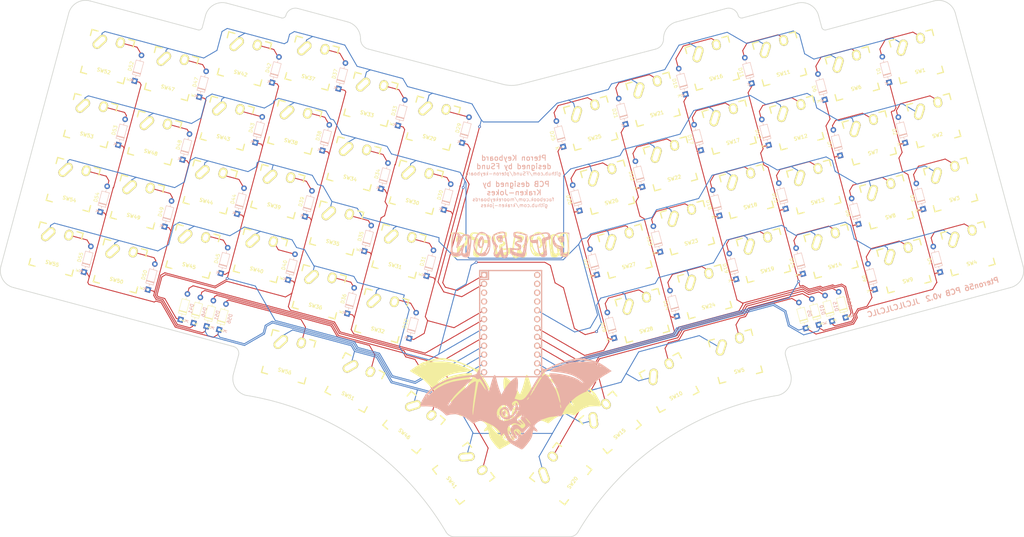
<source format=kicad_pcb>
(kicad_pcb (version 20171130) (host pcbnew "(5.1.9)-1")
  (layers (0 F.Cu signal) (31 B.Cu signal) (34 B.Paste user) (35 F.Paste user hide) (36 B.SilkS user) (37 F.SilkS user) (38 B.Mask user) (39 F.Mask user) (44 Edge.Cuts user))
  (net 0 "")
  (net 1 "Net-(D1-Pad2)")
  (net 2 /Col0)
  (net 3 "Net-(D2-Pad2)")
  (net 4 "Net-(D3-Pad2)")
  (net 5 "Net-(D4-Pad2)")
  (net 6 "Net-(D5-Pad2)")
  (net 7 "Net-(D6-Pad2)")
  (net 8 /Col1)
  (net 9 "Net-(D7-Pad2)")
  (net 10 "Net-(D8-Pad2)")
  (net 11 "Net-(D9-Pad2)")
  (net 12 "Net-(D10-Pad2)")
  (net 13 "Net-(D11-Pad2)")
  (net 14 /Col2)
  (net 15 "Net-(D12-Pad2)")
  (net 16 "Net-(D13-Pad2)")
  (net 17 "Net-(D14-Pad2)")
  (net 18 "Net-(D15-Pad2)")
  (net 19 /Col3)
  (net 20 "Net-(D16-Pad2)")
  (net 21 "Net-(D17-Pad2)")
  (net 22 "Net-(D18-Pad2)")
  (net 23 "Net-(D19-Pad2)")
  (net 24 "Net-(D20-Pad2)")
  (net 25 /Col4)
  (net 26 "Net-(D21-Pad2)")
  (net 27 "Net-(D22-Pad2)")
  (net 28 "Net-(D23-Pad2)")
  (net 29 "Net-(D24-Pad2)")
  (net 30 /Col5)
  (net 31 "Net-(D25-Pad2)")
  (net 32 "Net-(D26-Pad2)")
  (net 33 "Net-(D27-Pad2)")
  (net 34 "Net-(D28-Pad2)")
  (net 35 /Col6)
  (net 36 "Net-(D29-Pad2)")
  (net 37 "Net-(D30-Pad2)")
  (net 38 "Net-(D31-Pad2)")
  (net 39 "Net-(D32-Pad2)")
  (net 40 /Col7)
  (net 41 "Net-(D33-Pad2)")
  (net 42 "Net-(D34-Pad2)")
  (net 43 "Net-(D35-Pad2)")
  (net 44 "Net-(D36-Pad2)")
  (net 45 "Net-(D37-Pad2)")
  (net 46 /Col8)
  (net 47 "Net-(D38-Pad2)")
  (net 48 "Net-(D39-Pad2)")
  (net 49 "Net-(D40-Pad2)")
  (net 50 "Net-(D41-Pad2)")
  (net 51 "Net-(D42-Pad2)")
  (net 52 /Col9)
  (net 53 "Net-(D43-Pad2)")
  (net 54 "Net-(D44-Pad2)")
  (net 55 "Net-(D45-Pad2)")
  (net 56 "Net-(D46-Pad2)")
  (net 57 /Col10)
  (net 58 "Net-(D47-Pad2)")
  (net 59 "Net-(D48-Pad2)")
  (net 60 "Net-(D49-Pad2)")
  (net 61 "Net-(D50-Pad2)")
  (net 62 "Net-(D51-Pad2)")
  (net 63 /Col11)
  (net 64 "Net-(D52-Pad2)")
  (net 65 "Net-(D53-Pad2)")
  (net 66 "Net-(D54-Pad2)")
  (net 67 "Net-(D55-Pad2)")
  (net 68 "Net-(D56-Pad2)")
  (net 69 /Row0)
  (net 70 /Row1)
  (net 71 /Row2)
  (net 72 /Row3)
  (net 73 /Row4)
  (net 74 "Net-(U1-Pad19)")
  (net 75 "Net-(U1-Pad21)")
  (net 76 "Net-(U1-Pad22)")
  (net 77 "Net-(U1-Pad23)")
  (net 78 "Net-(U1-Pad24)")
  (net 79 "Net-(U1-Pad4)")
  (net 80 "Net-(U1-Pad3)")
  (module Logos:PTERONsmaller (layer B.Cu) (at 155.677492 96.618842 180)
    (fp_text reference G*** hide)
    (fp_text value LOGO hide)
  )
  (module Logos:PTERONsmaller (layer F.Cu) (at 155.677492 96.618842)
    (fp_text reference G*** hide)
    (fp_text value LOGO hide)
  )
  (module Logos:bat56 (layer F.Cu) (at 154.611338 139.272517 15)
    (fp_text reference G*** hide)
    (fp_text value LOGO hide)
  )
  (module Logos:bat56 (layer B.Cu) (at 157.069239 139.319807 165)
    (fp_text reference G*** hide)
    (fp_text value LOGO hide)
  )
  (module MountingHole:MountingHole_2mm (layer F.Cu) (at 279.659402 29.829109)
    (fp_text reference REF** hide)
    (fp_text value MountingHole_2mm)
    (pad "" np_thru_hole circle (at 0 0) (size 2 2) (drill 2) (layers *.Cu *.Mask))
  )
  (module MountingHole:MountingHole_2mm (layer F.Cu) (at 210.75315 33.860357)
    (fp_text reference REF** hide)
    (fp_text value MountingHole_2mm)
    (pad "" np_thru_hole circle (at 0 0) (size 2 2) (drill 2) (layers *.Cu *.Mask))
  )
  (module MountingHole:MountingHole_2mm (layer F.Cu) (at 101.628153 33.86036)
    (fp_text reference REF** hide)
    (fp_text value MountingHole_2mm)
    (pad "" np_thru_hole circle (at 0 0) (size 2 2) (drill 2) (layers *.Cu *.Mask))
  )
  (module MountingHole:MountingHole_2mm (layer F.Cu) (at 125.539669 131.616114 345)
    (fp_text reference REF** hide)
    (fp_text value MountingHole_2mm hide)
    (pad "" np_thru_hole circle (at 0 0 345) (size 2 2) (drill 2) (layers *.Cu *.Mask))
  )
  (module MountingHole:MountingHole_2mm (layer F.Cu) (at 230.750162 71.485179 345)
    (fp_text reference REF** hide)
    (fp_text value MountingHole_2mm)
    (pad "" np_thru_hole circle (at 0 0 345) (size 2 2) (drill 2) (layers *.Cu *.Mask))
  )
  (module MountingHole:MountingHole_2mm (layer F.Cu) (at 195.145221 85.917975 345)
    (fp_text reference REF** hide)
    (fp_text value MountingHole_2mm)
    (pad "" np_thru_hole circle (at 0 0 345) (size 2 2) (drill 2) (layers *.Cu *.Mask))
  )
  (module MountingHole:MountingHole_2mm (layer F.Cu) (at 186.871438 131.647251 345)
    (fp_text reference REF** hide)
    (fp_text value MountingHole_2mm)
    (pad "" np_thru_hole circle (at 0 0 345) (size 2 2) (drill 2) (layers *.Cu *.Mask))
  )
  (module MountingHole:MountingHole_2mm (layer F.Cu) (at 117.284402 85.985359)
    (fp_text reference REF** hide)
    (fp_text value MountingHole_2mm)
    (pad "" np_thru_hole circle (at 0 0) (size 2 2) (drill 2) (layers *.Cu *.Mask))
  )
  (module MountingHole:MountingHole_2mm (layer F.Cu) (at 81.753151 71.454111)
    (fp_text reference REF** hide)
    (fp_text value MountingHole_2mm)
    (pad "" np_thru_hole circle (at 0 0) (size 2 2) (drill 2) (layers *.Cu *.Mask))
  )
  (module MountingHole:MountingHole_2mm (layer F.Cu) (at 79.315647 136.047861)
    (fp_text reference REF** hide)
    (fp_text value MountingHole_2mm hide)
    (pad "" np_thru_hole circle (at 0 0) (size 2 2) (drill 2) (layers *.Cu *.Mask))
  )
  (module MountingHole:MountingHole_2mm (layer F.Cu) (at 139.2219 177.297858)
    (fp_text reference REF** hide)
    (fp_text value MountingHole_2mm hide)
    (pad "" np_thru_hole circle (at 0 0) (size 2 2) (drill 2) (layers *.Cu *.Mask))
  )
  (module MountingHole:MountingHole_2mm (layer F.Cu) (at 42.003152 72.672861)
    (fp_text reference REF** hide)
    (fp_text value MountingHole_2mm)
    (pad "" np_thru_hole circle (at 0 0) (size 2 2) (drill 2) (layers *.Cu *.Mask))
  )
  (module MountingHole:MountingHole_2mm (layer F.Cu) (at 12.565653 105.20411)
    (fp_text reference REF** hide)
    (fp_text value MountingHole_2mm hide)
    (pad "" np_thru_hole circle (at 0 0) (size 2 2) (drill 2) (layers *.Cu *.Mask))
  )
  (module MountingHole:MountingHole_2mm (layer F.Cu) (at 173.159405 177.391609)
    (fp_text reference REF** hide)
    (fp_text value MountingHole_2mm hide)
    (pad "" np_thru_hole circle (at 0 0) (size 2 2) (drill 2) (layers *.Cu *.Mask))
  )
  (module MountingHole:MountingHole_2mm (layer F.Cu) (at 299.815651 105.11036)
    (fp_text reference REF** hide)
    (fp_text value MountingHole_2mm hide)
    (pad "" np_thru_hole circle (at 0 0) (size 2 2) (drill 2) (layers *.Cu *.Mask))
  )
  (module MountingHole:MountingHole_2mm (layer F.Cu) (at 270.436948 72.607619 345)
    (fp_text reference REF** hide)
    (fp_text value MountingHole_2mm)
    (pad "" np_thru_hole circle (at 0 0 345) (size 2 2) (drill 2) (layers *.Cu *.Mask))
  )
  (module MountingHole:MountingHole_2mm (layer F.Cu) (at 233.065654 136.047863)
    (fp_text reference REF** hide)
    (fp_text value MountingHole_2mm)
    (pad "" np_thru_hole circle (at 0 0) (size 2 2) (drill 2) (layers *.Cu *.Mask))
  )
  (module MountingHole:MountingHole_2mm (layer F.Cu) (at 32.815651 29.829108)
    (fp_text reference REF** hide)
    (fp_text value MountingHole_2mm hide)
    (pad "" np_thru_hole circle (at 0 0) (size 2 2) (drill 2) (layers *.Cu *.Mask))
  )
  (module "Keyboard parts:Mx_Alps_100" (layer F.Cu) (at 170.176332 162.43346 52.5)
    (fp_text reference SW20 (at 0 4.318 52.5) (layer F.SilkS) (effects (font (thickness 0.2))))
    (fp_text value SW_PUSH hide)
    (pad "" np_thru_hole circle (at 0 0 52.5) (size 3.9878 3.9878) (drill 3.9878) (layers *.Cu *.Mask))
    (pad "" np_thru_hole circle (at -5.08 0 52.5) (size 1.7018 1.7018) (drill 1.7018) (layers *.Cu *.Mask))
    (pad "" np_thru_hole circle (at 5.08 0 52.5) (size 1.7018 1.7018) (drill 1.7018) (layers *.Cu *.Mask))
    (pad 1 thru_hole oval (at -3.255 -3.52 20) (size 2.5 4.75) (drill oval 1.5 3.75) (layers *.Cu *.Mask F.SilkS) (net 73 /Row4))
    (pad 2 thru_hole oval (at 2.52 -4.79 48.6) (size 2.5 3.08) (drill oval 1.5 2.08) (layers *.Cu *.Mask F.SilkS) (net 24 "Net-(D20-Pad2)"))
  )
  (module "Keyboard parts:Mx_Alps_100" (layer F.Cu) (at 228.395081 99.80846 15)
    (fp_text reference SW19 (at 0 4.318 15) (layer F.SilkS) (effects (font (thickness 0.2))))
    (fp_text value SW_PUSH hide)
    (pad "" np_thru_hole circle (at 0 0 15) (size 3.9878 3.9878) (drill 3.9878) (layers *.Cu *.Mask))
    (pad "" np_thru_hole circle (at -5.08 0 15) (size 1.7018 1.7018) (drill 1.7018) (layers *.Cu *.Mask))
    (pad "" np_thru_hole circle (at 5.08 0 15) (size 1.7018 1.7018) (drill 1.7018) (layers *.Cu *.Mask))
    (pad 1 thru_hole oval (at -3.255 -3.52 342.5) (size 2.5 4.75) (drill oval 1.5 3.75) (layers *.Cu *.Mask F.SilkS) (net 72 /Row3))
    (pad 2 thru_hole oval (at 2.52 -4.79 11.1) (size 2.5 3.08) (drill oval 1.5 2.08) (layers *.Cu *.Mask F.SilkS) (net 23 "Net-(D19-Pad2)"))
  )
  (module "Keyboard parts:Mx_Alps_100" (layer F.Cu) (at 223.520087 81.43346 15)
    (fp_text reference SW18 (at 0 4.318 15) (layer F.SilkS) (effects (font (thickness 0.2))))
    (fp_text value SW_PUSH hide)
    (pad "" np_thru_hole circle (at 0 0 15) (size 3.9878 3.9878) (drill 3.9878) (layers *.Cu *.Mask))
    (pad "" np_thru_hole circle (at -5.08 0 15) (size 1.7018 1.7018) (drill 1.7018) (layers *.Cu *.Mask))
    (pad "" np_thru_hole circle (at 5.08 0 15) (size 1.7018 1.7018) (drill 1.7018) (layers *.Cu *.Mask))
    (pad 1 thru_hole oval (at -3.255 -3.52 342.5) (size 2.5 4.75) (drill oval 1.5 3.75) (layers *.Cu *.Mask F.SilkS) (net 71 /Row2))
    (pad 2 thru_hole oval (at 2.52 -4.79 11.1) (size 2.5 3.08) (drill oval 1.5 2.08) (layers *.Cu *.Mask F.SilkS) (net 22 "Net-(D18-Pad2)"))
  )
  (module "Keyboard parts:Pro_Micro" (layer F.Cu) (at 155.8192 119.365436 270)
    (fp_text reference U1 hide)
    (fp_text value ProMicro hide)
    (pad 1 thru_hole rect (at -13.97 7.62 270) (size 1.7526 1.7526) (drill 1.0922) (layers *.Cu *.SilkS *.Mask) (net 69 /Row0))
    (pad 2 thru_hole circle (at -11.43 7.62 270) (size 1.7526 1.7526) (drill 1.0922) (layers *.Cu *.SilkS *.Mask) (net 70 /Row1))
    (pad 3 thru_hole circle (at -8.89 7.62 270) (size 1.7526 1.7526) (drill 1.0922) (layers *.Cu *.SilkS *.Mask) (net 80 "Net-(U1-Pad3)"))
    (pad 4 thru_hole circle (at -6.35 7.62 270) (size 1.7526 1.7526) (drill 1.0922) (layers *.Cu *.SilkS *.Mask) (net 79 "Net-(U1-Pad4)"))
    (pad 5 thru_hole circle (at -3.81 7.62 270) (size 1.7526 1.7526) (drill 1.0922) (layers *.Cu *.SilkS *.Mask) (net 35 /Col6))
    (pad 6 thru_hole circle (at -1.27 7.62 270) (size 1.7526 1.7526) (drill 1.0922) (layers *.Cu *.SilkS *.Mask) (net 40 /Col7))
    (pad 7 thru_hole circle (at 1.27 7.62 270) (size 1.7526 1.7526) (drill 1.0922) (layers *.Cu *.SilkS *.Mask) (net 72 /Row3))
    (pad 8 thru_hole circle (at 3.81 7.62 270) (size 1.7526 1.7526) (drill 1.0922) (layers *.Cu *.SilkS *.Mask) (net 46 /Col8))
    (pad 9 thru_hole circle (at 6.35 7.62 270) (size 1.7526 1.7526) (drill 1.0922) (layers *.Cu *.SilkS *.Mask) (net 52 /Col9))
    (pad 10 thru_hole circle (at 8.89 7.62 270) (size 1.7526 1.7526) (drill 1.0922) (layers *.Cu *.SilkS *.Mask) (net 63 /Col11))
    (pad 11 thru_hole circle (at 11.43 7.62 270) (size 1.7526 1.7526) (drill 1.0922) (layers *.Cu *.SilkS *.Mask) (net 57 /Col10))
    (pad 12 thru_hole circle (at 13.97 7.62 270) (size 1.7526 1.7526) (drill 1.0922) (layers *.Cu *.SilkS *.Mask) (net 73 /Row4))
    (pad 13 thru_hole circle (at 13.97 -7.62 270) (size 1.7526 1.7526) (drill 1.0922) (layers *.Cu *.SilkS *.Mask) (net 8 /Col1))
    (pad 14 thru_hole circle (at 11.43 -7.62 270) (size 1.7526 1.7526) (drill 1.0922) (layers *.Cu *.SilkS *.Mask) (net 2 /Col0))
    (pad 15 thru_hole circle (at 8.89 -7.62 270) (size 1.7526 1.7526) (drill 1.0922) (layers *.Cu *.SilkS *.Mask) (net 14 /Col2))
    (pad 16 thru_hole circle (at 6.35 -7.62 270) (size 1.7526 1.7526) (drill 1.0922) (layers *.Cu *.SilkS *.Mask) (net 19 /Col3))
    (pad 17 thru_hole circle (at 3.81 -7.62 270) (size 1.7526 1.7526) (drill 1.0922) (layers *.Cu *.SilkS *.Mask) (net 25 /Col4))
    (pad 18 thru_hole circle (at 1.27 -7.62 270) (size 1.7526 1.7526) (drill 1.0922) (layers *.Cu *.SilkS *.Mask) (net 30 /Col5))
    (pad 19 thru_hole circle (at -1.27 -7.62 270) (size 1.7526 1.7526) (drill 1.0922) (layers *.Cu *.SilkS *.Mask) (net 74 "Net-(U1-Pad19)"))
    (pad 20 thru_hole circle (at -3.81 -7.62 270) (size 1.7526 1.7526) (drill 1.0922) (layers *.Cu *.SilkS *.Mask) (net 71 /Row2))
    (pad 21 thru_hole circle (at -6.35 -7.62 270) (size 1.7526 1.7526) (drill 1.0922) (layers *.Cu *.SilkS *.Mask) (net 75 "Net-(U1-Pad21)"))
    (pad 22 thru_hole circle (at -8.89 -7.62 270) (size 1.7526 1.7526) (drill 1.0922) (layers *.Cu *.SilkS *.Mask) (net 76 "Net-(U1-Pad22)"))
    (pad 23 thru_hole circle (at -11.43 -7.62 270) (size 1.7526 1.7526) (drill 1.0922) (layers *.Cu *.SilkS *.Mask) (net 77 "Net-(U1-Pad23)"))
    (pad 24 thru_hole circle (at -13.97 -7.62 270) (size 1.7526 1.7526) (drill 1.0922) (layers *.Cu *.SilkS *.Mask) (net 78 "Net-(U1-Pad24)"))
  )
  (module "Keyboard parts:Mx_Alps_100" (layer F.Cu) (at 40.145085 42.71471 345)
    (fp_text reference SW52 (at 0 4.318 165) (layer F.SilkS) (effects (font (thickness 0.2))))
    (fp_text value SW_PUSH hide)
    (pad "" np_thru_hole circle (at 0 0 345) (size 3.9878 3.9878) (drill 3.9878) (layers *.Cu *.Mask))
    (pad "" np_thru_hole circle (at -5.08 0 345) (size 1.7018 1.7018) (drill 1.7018) (layers *.Cu *.Mask))
    (pad "" np_thru_hole circle (at 5.08 0 345) (size 1.7018 1.7018) (drill 1.7018) (layers *.Cu *.Mask))
    (pad 1 thru_hole oval (at -3.255 -3.52 312.5) (size 2.5 4.75) (drill oval 1.5 3.75) (layers *.Cu *.Mask F.SilkS) (net 69 /Row0))
    (pad 2 thru_hole oval (at 2.52 -4.79 341.1) (size 2.5 3.08) (drill oval 1.5 2.08) (layers *.Cu *.Mask F.SilkS) (net 64 "Net-(D52-Pad2)"))
  )
  (module "Keyboard parts:Mx_Alps_100" (layer F.Cu) (at 30.301334 79.464711 345)
    (fp_text reference SW54 (at 0 4.318 165) (layer F.SilkS) (effects (font (thickness 0.2))))
    (fp_text value SW_PUSH hide)
    (pad "" np_thru_hole circle (at 0 0 345) (size 3.9878 3.9878) (drill 3.9878) (layers *.Cu *.Mask))
    (pad "" np_thru_hole circle (at -5.08 0 345) (size 1.7018 1.7018) (drill 1.7018) (layers *.Cu *.Mask))
    (pad "" np_thru_hole circle (at 5.08 0 345) (size 1.7018 1.7018) (drill 1.7018) (layers *.Cu *.Mask))
    (pad 1 thru_hole oval (at -3.255 -3.52 312.5) (size 2.5 4.75) (drill oval 1.5 3.75) (layers *.Cu *.Mask F.SilkS) (net 71 /Row2))
    (pad 2 thru_hole oval (at 2.52 -4.79 341.1) (size 2.5 3.08) (drill oval 1.5 2.08) (layers *.Cu *.Mask F.SilkS) (net 66 "Net-(D54-Pad2)"))
  )
  (module "Keyboard parts:Mx_Alps_100" (layer F.Cu) (at 48.676333 84.433462 345)
    (fp_text reference SW49 (at 0 4.318 165) (layer F.SilkS) (effects (font (thickness 0.2))))
    (fp_text value SW_PUSH hide)
    (pad "" np_thru_hole circle (at 0 0 345) (size 3.9878 3.9878) (drill 3.9878) (layers *.Cu *.Mask))
    (pad "" np_thru_hole circle (at -5.08 0 345) (size 1.7018 1.7018) (drill 1.7018) (layers *.Cu *.Mask))
    (pad "" np_thru_hole circle (at 5.08 0 345) (size 1.7018 1.7018) (drill 1.7018) (layers *.Cu *.Mask))
    (pad 1 thru_hole oval (at -3.255 -3.52 312.5) (size 2.5 4.75) (drill oval 1.5 3.75) (layers *.Cu *.Mask F.SilkS) (net 71 /Row2))
    (pad 2 thru_hole oval (at 2.52 -4.79 341.1) (size 2.5 3.08) (drill oval 1.5 2.08) (layers *.Cu *.Mask F.SilkS) (net 60 "Net-(D49-Pad2)"))
  )
  (module "Keyboard parts:Mx_Alps_100" (layer F.Cu) (at 79.426333 43.370961 345)
    (fp_text reference SW42 (at 0 4.318 165) (layer F.SilkS) (effects (font (thickness 0.2))))
    (fp_text value SW_PUSH hide)
    (pad "" np_thru_hole circle (at 0 0 345) (size 3.9878 3.9878) (drill 3.9878) (layers *.Cu *.Mask))
    (pad "" np_thru_hole circle (at -5.08 0 345) (size 1.7018 1.7018) (drill 1.7018) (layers *.Cu *.Mask))
    (pad "" np_thru_hole circle (at 5.08 0 345) (size 1.7018 1.7018) (drill 1.7018) (layers *.Cu *.Mask))
    (pad 1 thru_hole oval (at -3.255 -3.52 312.5) (size 2.5 4.75) (drill oval 1.5 3.75) (layers *.Cu *.Mask F.SilkS) (net 69 /Row0))
    (pad 2 thru_hole oval (at 2.52 -4.79 341.1) (size 2.5 3.08) (drill oval 1.5 2.08) (layers *.Cu *.Mask F.SilkS) (net 51 "Net-(D42-Pad2)"))
  )
  (module "Keyboard parts:Mx_Alps_100" (layer F.Cu) (at 25.332586 97.933458 345)
    (fp_text reference SW55 (at 0 4.318 165) (layer F.SilkS) (effects (font (thickness 0.2))))
    (fp_text value SW_PUSH hide)
    (pad "" np_thru_hole circle (at 0 0 345) (size 3.9878 3.9878) (drill 3.9878) (layers *.Cu *.Mask))
    (pad "" np_thru_hole circle (at -5.08 0 345) (size 1.7018 1.7018) (drill 1.7018) (layers *.Cu *.Mask))
    (pad "" np_thru_hole circle (at 5.08 0 345) (size 1.7018 1.7018) (drill 1.7018) (layers *.Cu *.Mask))
    (pad 1 thru_hole oval (at -3.255 -3.52 312.5) (size 2.5 4.75) (drill oval 1.5 3.75) (layers *.Cu *.Mask F.SilkS) (net 72 /Row3))
    (pad 2 thru_hole oval (at 2.52 -4.79 341.1) (size 2.5 3.08) (drill oval 1.5 2.08) (layers *.Cu *.Mask F.SilkS) (net 67 "Net-(D55-Pad2)"))
  )
  (module "Keyboard parts:Mx_Alps_100" (layer F.Cu) (at 92.082582 128.870958 345)
    (fp_text reference SW56 (at 0 4.318 165) (layer F.SilkS) (effects (font (thickness 0.2))))
    (fp_text value SW_PUSH hide)
    (pad "" np_thru_hole circle (at 0 0 345) (size 3.9878 3.9878) (drill 3.9878) (layers *.Cu *.Mask))
    (pad "" np_thru_hole circle (at -5.08 0 345) (size 1.7018 1.7018) (drill 1.7018) (layers *.Cu *.Mask))
    (pad "" np_thru_hole circle (at 5.08 0 345) (size 1.7018 1.7018) (drill 1.7018) (layers *.Cu *.Mask))
    (pad 1 thru_hole oval (at -3.255 -3.52 312.5) (size 2.5 4.75) (drill oval 1.5 3.75) (layers *.Cu *.Mask F.SilkS) (net 73 /Row4))
    (pad 2 thru_hole oval (at 2.52 -4.79 341.1) (size 2.5 3.08) (drill oval 1.5 2.08) (layers *.Cu *.Mask F.SilkS) (net 68 "Net-(D56-Pad2)"))
  )
  (module "Keyboard parts:Mx_Alps_100" (layer F.Cu) (at 35.270084 61.089713 345)
    (fp_text reference SW53 (at 0 4.318 165) (layer F.SilkS) (effects (font (thickness 0.2))))
    (fp_text value SW_PUSH hide)
    (pad "" np_thru_hole circle (at 0 0 345) (size 3.9878 3.9878) (drill 3.9878) (layers *.Cu *.Mask))
    (pad "" np_thru_hole circle (at -5.08 0 345) (size 1.7018 1.7018) (drill 1.7018) (layers *.Cu *.Mask))
    (pad "" np_thru_hole circle (at 5.08 0 345) (size 1.7018 1.7018) (drill 1.7018) (layers *.Cu *.Mask))
    (pad 1 thru_hole oval (at -3.255 -3.52 312.5) (size 2.5 4.75) (drill oval 1.5 3.75) (layers *.Cu *.Mask F.SilkS) (net 70 /Row1))
    (pad 2 thru_hole oval (at 2.52 -4.79 341.1) (size 2.5 3.08) (drill oval 1.5 2.08) (layers *.Cu *.Mask F.SilkS) (net 65 "Net-(D53-Pad2)"))
  )
  (module "Keyboard parts:Mx_Alps_100" (layer F.Cu) (at 111.113829 136.277213 332.5)
    (fp_text reference SW51 (at 0 4.318 152.5) (layer F.SilkS) (effects (font (thickness 0.2))))
    (fp_text value SW_PUSH hide)
    (pad "" np_thru_hole circle (at 0 0 332.5) (size 3.9878 3.9878) (drill 3.9878) (layers *.Cu *.Mask))
    (pad "" np_thru_hole circle (at -5.08 0 332.5) (size 1.7018 1.7018) (drill 1.7018) (layers *.Cu *.Mask))
    (pad "" np_thru_hole circle (at 5.08 0 332.5) (size 1.7018 1.7018) (drill 1.7018) (layers *.Cu *.Mask))
    (pad 1 thru_hole oval (at -3.255 -3.52 300) (size 2.5 4.75) (drill oval 1.5 3.75) (layers *.Cu *.Mask F.SilkS) (net 73 /Row4))
    (pad 2 thru_hole oval (at 2.52 -4.79 328.6) (size 2.5 3.08) (drill oval 1.5 2.08) (layers *.Cu *.Mask F.SilkS) (net 62 "Net-(D51-Pad2)"))
  )
  (module "Keyboard parts:Mx_Alps_100" (layer F.Cu) (at 43.801336 102.808456 345)
    (fp_text reference SW50 (at 0 4.318 165) (layer F.SilkS) (effects (font (thickness 0.2))))
    (fp_text value SW_PUSH hide)
    (pad "" np_thru_hole circle (at 0 0 345) (size 3.9878 3.9878) (drill 3.9878) (layers *.Cu *.Mask))
    (pad "" np_thru_hole circle (at -5.08 0 345) (size 1.7018 1.7018) (drill 1.7018) (layers *.Cu *.Mask))
    (pad "" np_thru_hole circle (at 5.08 0 345) (size 1.7018 1.7018) (drill 1.7018) (layers *.Cu *.Mask))
    (pad 1 thru_hole oval (at -3.255 -3.52 312.5) (size 2.5 4.75) (drill oval 1.5 3.75) (layers *.Cu *.Mask F.SilkS) (net 72 /Row3))
    (pad 2 thru_hole oval (at 2.52 -4.79 341.1) (size 2.5 3.08) (drill oval 1.5 2.08) (layers *.Cu *.Mask F.SilkS) (net 61 "Net-(D50-Pad2)"))
  )
  (module "Keyboard parts:Mx_Alps_100" (layer F.Cu) (at 53.645082 66.058456 345)
    (fp_text reference SW48 (at 0 4.318 165) (layer F.SilkS) (effects (font (thickness 0.2))))
    (fp_text value SW_PUSH hide)
    (pad "" np_thru_hole circle (at 0 0 345) (size 3.9878 3.9878) (drill 3.9878) (layers *.Cu *.Mask))
    (pad "" np_thru_hole circle (at -5.08 0 345) (size 1.7018 1.7018) (drill 1.7018) (layers *.Cu *.Mask))
    (pad "" np_thru_hole circle (at 5.08 0 345) (size 1.7018 1.7018) (drill 1.7018) (layers *.Cu *.Mask))
    (pad 1 thru_hole oval (at -3.255 -3.52 312.5) (size 2.5 4.75) (drill oval 1.5 3.75) (layers *.Cu *.Mask F.SilkS) (net 70 /Row1))
    (pad 2 thru_hole oval (at 2.52 -4.79 341.1) (size 2.5 3.08) (drill oval 1.5 2.08) (layers *.Cu *.Mask F.SilkS) (net 59 "Net-(D48-Pad2)"))
  )
  (module "Keyboard parts:Mx_Alps_100" (layer F.Cu) (at 64.613834 98.58971 345)
    (fp_text reference SW45 (at 0 4.318 165) (layer F.SilkS) (effects (font (thickness 0.2))))
    (fp_text value SW_PUSH hide)
    (pad "" np_thru_hole circle (at 0 0 345) (size 3.9878 3.9878) (drill 3.9878) (layers *.Cu *.Mask))
    (pad "" np_thru_hole circle (at -5.08 0 345) (size 1.7018 1.7018) (drill 1.7018) (layers *.Cu *.Mask))
    (pad "" np_thru_hole circle (at 5.08 0 345) (size 1.7018 1.7018) (drill 1.7018) (layers *.Cu *.Mask))
    (pad 1 thru_hole oval (at -3.255 -3.52 312.5) (size 2.5 4.75) (drill oval 1.5 3.75) (layers *.Cu *.Mask F.SilkS) (net 72 /Row3))
    (pad 2 thru_hole oval (at 2.52 -4.79 341.1) (size 2.5 3.08) (drill oval 1.5 2.08) (layers *.Cu *.Mask F.SilkS) (net 55 "Net-(D45-Pad2)"))
  )
  (module "Keyboard parts:Mx_Alps_100" (layer F.Cu) (at 128.082584 147.714715 320)
    (fp_text reference SW46 (at 0 4.318 140) (layer F.SilkS) (effects (font (thickness 0.2))))
    (fp_text value SW_PUSH hide)
    (pad "" np_thru_hole circle (at 0 0 320) (size 3.9878 3.9878) (drill 3.9878) (layers *.Cu *.Mask))
    (pad "" np_thru_hole circle (at -5.08 0 320) (size 1.7018 1.7018) (drill 1.7018) (layers *.Cu *.Mask))
    (pad "" np_thru_hole circle (at 5.08 0 320) (size 1.7018 1.7018) (drill 1.7018) (layers *.Cu *.Mask))
    (pad 1 thru_hole oval (at -3.255 -3.52 287.5) (size 2.5 4.75) (drill oval 1.5 3.75) (layers *.Cu *.Mask F.SilkS) (net 73 /Row4))
    (pad 2 thru_hole oval (at 2.52 -4.79 316.1) (size 2.5 3.08) (drill oval 1.5 2.08) (layers *.Cu *.Mask F.SilkS) (net 56 "Net-(D46-Pad2)"))
  )
  (module "Keyboard parts:Mx_Alps_100" (layer F.Cu) (at 69.582587 80.120957 345)
    (fp_text reference SW44 (at 0 4.318 165) (layer F.SilkS) (effects (font (thickness 0.2))))
    (fp_text value SW_PUSH hide)
    (pad "" np_thru_hole circle (at 0 0 345) (size 3.9878 3.9878) (drill 3.9878) (layers *.Cu *.Mask))
    (pad "" np_thru_hole circle (at -5.08 0 345) (size 1.7018 1.7018) (drill 1.7018) (layers *.Cu *.Mask))
    (pad "" np_thru_hole circle (at 5.08 0 345) (size 1.7018 1.7018) (drill 1.7018) (layers *.Cu *.Mask))
    (pad 1 thru_hole oval (at -3.255 -3.52 312.5) (size 2.5 4.75) (drill oval 1.5 3.75) (layers *.Cu *.Mask F.SilkS) (net 71 /Row2))
    (pad 2 thru_hole oval (at 2.52 -4.79 341.1) (size 2.5 3.08) (drill oval 1.5 2.08) (layers *.Cu *.Mask F.SilkS) (net 54 "Net-(D44-Pad2)"))
  )
  (module "Keyboard parts:Mx_Alps_100" (layer F.Cu) (at 74.45758 61.83971 345)
    (fp_text reference SW43 (at 0 4.318 165) (layer F.SilkS) (effects (font (thickness 0.2))))
    (fp_text value SW_PUSH hide)
    (pad "" np_thru_hole circle (at 0 0 345) (size 3.9878 3.9878) (drill 3.9878) (layers *.Cu *.Mask))
    (pad "" np_thru_hole circle (at -5.08 0 345) (size 1.7018 1.7018) (drill 1.7018) (layers *.Cu *.Mask))
    (pad "" np_thru_hole circle (at 5.08 0 345) (size 1.7018 1.7018) (drill 1.7018) (layers *.Cu *.Mask))
    (pad 1 thru_hole oval (at -3.255 -3.52 312.5) (size 2.5 4.75) (drill oval 1.5 3.75) (layers *.Cu *.Mask F.SilkS) (net 70 /Row1))
    (pad 2 thru_hole oval (at 2.52 -4.79 341.1) (size 2.5 3.08) (drill oval 1.5 2.08) (layers *.Cu *.Mask F.SilkS) (net 53 "Net-(D43-Pad2)"))
  )
  (module "Keyboard parts:Mx_Alps_100" (layer F.Cu) (at 58.520083 47.589706 345)
    (fp_text reference SW47 (at 0 4.318 165) (layer F.SilkS) (effects (font (thickness 0.2))))
    (fp_text value SW_PUSH hide)
    (pad "" np_thru_hole circle (at 0 0 345) (size 3.9878 3.9878) (drill 3.9878) (layers *.Cu *.Mask))
    (pad "" np_thru_hole circle (at -5.08 0 345) (size 1.7018 1.7018) (drill 1.7018) (layers *.Cu *.Mask))
    (pad "" np_thru_hole circle (at 5.08 0 345) (size 1.7018 1.7018) (drill 1.7018) (layers *.Cu *.Mask))
    (pad 1 thru_hole oval (at -3.255 -3.52 312.5) (size 2.5 4.75) (drill oval 1.5 3.75) (layers *.Cu *.Mask F.SilkS) (net 69 /Row0))
    (pad 2 thru_hole oval (at 2.52 -4.79 341.1) (size 2.5 3.08) (drill oval 1.5 2.08) (layers *.Cu *.Mask F.SilkS) (net 58 "Net-(D47-Pad2)"))
  )
  (module "Keyboard parts:Mx_Alps_100" (layer F.Cu) (at 84.020081 99.808461 345)
    (fp_text reference SW40 (at 0 4.318 165) (layer F.SilkS) (effects (font (thickness 0.2))))
    (fp_text value SW_PUSH hide)
    (pad "" np_thru_hole circle (at 0 0 345) (size 3.9878 3.9878) (drill 3.9878) (layers *.Cu *.Mask))
    (pad "" np_thru_hole circle (at -5.08 0 345) (size 1.7018 1.7018) (drill 1.7018) (layers *.Cu *.Mask))
    (pad "" np_thru_hole circle (at 5.08 0 345) (size 1.7018 1.7018) (drill 1.7018) (layers *.Cu *.Mask))
    (pad 1 thru_hole oval (at -3.255 -3.52 312.5) (size 2.5 4.75) (drill oval 1.5 3.75) (layers *.Cu *.Mask F.SilkS) (net 72 /Row3))
    (pad 2 thru_hole oval (at 2.52 -4.79 341.1) (size 2.5 3.08) (drill oval 1.5 2.08) (layers *.Cu *.Mask F.SilkS) (net 49 "Net-(D40-Pad2)"))
  )
  (module "Keyboard parts:Mx_Alps_100" (layer F.Cu) (at 88.988838 81.433461 345)
    (fp_text reference SW39 (at 0 4.318 165) (layer F.SilkS) (effects (font (thickness 0.2))))
    (fp_text value SW_PUSH hide)
    (pad "" np_thru_hole circle (at 0 0 345) (size 3.9878 3.9878) (drill 3.9878) (layers *.Cu *.Mask))
    (pad "" np_thru_hole circle (at -5.08 0 345) (size 1.7018 1.7018) (drill 1.7018) (layers *.Cu *.Mask))
    (pad "" np_thru_hole circle (at 5.08 0 345) (size 1.7018 1.7018) (drill 1.7018) (layers *.Cu *.Mask))
    (pad 1 thru_hole oval (at -3.255 -3.52 312.5) (size 2.5 4.75) (drill oval 1.5 3.75) (layers *.Cu *.Mask F.SilkS) (net 71 /Row2))
    (pad 2 thru_hole oval (at 2.52 -4.79 341.1) (size 2.5 3.08) (drill oval 1.5 2.08) (layers *.Cu *.Mask F.SilkS) (net 48 "Net-(D39-Pad2)"))
  )
  (module "Keyboard parts:Mx_Alps_100" (layer F.Cu) (at 93.863831 62.96471 345)
    (fp_text reference SW38 (at 0 4.318 165) (layer F.SilkS) (effects (font (thickness 0.2))))
    (fp_text value SW_PUSH hide)
    (pad "" np_thru_hole circle (at 0 0 345) (size 3.9878 3.9878) (drill 3.9878) (layers *.Cu *.Mask))
    (pad "" np_thru_hole circle (at -5.08 0 345) (size 1.7018 1.7018) (drill 1.7018) (layers *.Cu *.Mask))
    (pad "" np_thru_hole circle (at 5.08 0 345) (size 1.7018 1.7018) (drill 1.7018) (layers *.Cu *.Mask))
    (pad 1 thru_hole oval (at -3.255 -3.52 312.5) (size 2.5 4.75) (drill oval 1.5 3.75) (layers *.Cu *.Mask F.SilkS) (net 70 /Row1))
    (pad 2 thru_hole oval (at 2.52 -4.79 341.1) (size 2.5 3.08) (drill oval 1.5 2.08) (layers *.Cu *.Mask F.SilkS) (net 47 "Net-(D38-Pad2)"))
  )
  (module "Keyboard parts:Mx_Alps_100" (layer F.Cu) (at 98.832581 44.589708 345)
    (fp_text reference SW37 (at 0 4.318 165) (layer F.SilkS) (effects (font (thickness 0.2))))
    (fp_text value SW_PUSH hide)
    (pad "" np_thru_hole circle (at 0 0 345) (size 3.9878 3.9878) (drill 3.9878) (layers *.Cu *.Mask))
    (pad "" np_thru_hole circle (at -5.08 0 345) (size 1.7018 1.7018) (drill 1.7018) (layers *.Cu *.Mask))
    (pad "" np_thru_hole circle (at 5.08 0 345) (size 1.7018 1.7018) (drill 1.7018) (layers *.Cu *.Mask))
    (pad 1 thru_hole oval (at -3.255 -3.52 312.5) (size 2.5 4.75) (drill oval 1.5 3.75) (layers *.Cu *.Mask F.SilkS) (net 69 /Row0))
    (pad 2 thru_hole oval (at 2.52 -4.79 341.1) (size 2.5 3.08) (drill oval 1.5 2.08) (layers *.Cu *.Mask F.SilkS) (net 45 "Net-(D37-Pad2)"))
  )
  (module "Keyboard parts:Mx_Alps_100" (layer F.Cu) (at 100.895086 110.21471 345)
    (fp_text reference SW36 (at 0 4.318 165) (layer F.SilkS) (effects (font (thickness 0.2))))
    (fp_text value SW_PUSH hide)
    (pad "" np_thru_hole circle (at 0 0 345) (size 3.9878 3.9878) (drill 3.9878) (layers *.Cu *.Mask))
    (pad "" np_thru_hole circle (at -5.08 0 345) (size 1.7018 1.7018) (drill 1.7018) (layers *.Cu *.Mask))
    (pad "" np_thru_hole circle (at 5.08 0 345) (size 1.7018 1.7018) (drill 1.7018) (layers *.Cu *.Mask))
    (pad 1 thru_hole oval (at -3.255 -3.52 312.5) (size 2.5 4.75) (drill oval 1.5 3.75) (layers *.Cu *.Mask F.SilkS) (net 72 /Row3))
    (pad 2 thru_hole oval (at 2.52 -4.79 341.1) (size 2.5 3.08) (drill oval 1.5 2.08) (layers *.Cu *.Mask F.SilkS) (net 44 "Net-(D36-Pad2)"))
  )
  (module "Keyboard parts:Mx_Alps_100" (layer F.Cu) (at 133.613829 61.839714 345)
    (fp_text reference SW29 (at 0 4.318 165) (layer F.SilkS) (effects (font (thickness 0.2))))
    (fp_text value SW_PUSH hide)
    (pad "" np_thru_hole circle (at 0 0 345) (size 3.9878 3.9878) (drill 3.9878) (layers *.Cu *.Mask))
    (pad "" np_thru_hole circle (at -5.08 0 345) (size 1.7018 1.7018) (drill 1.7018) (layers *.Cu *.Mask))
    (pad "" np_thru_hole circle (at 5.08 0 345) (size 1.7018 1.7018) (drill 1.7018) (layers *.Cu *.Mask))
    (pad 1 thru_hole oval (at -3.255 -3.52 312.5) (size 2.5 4.75) (drill oval 1.5 3.75) (layers *.Cu *.Mask F.SilkS) (net 69 /Row0))
    (pad 2 thru_hole oval (at 2.52 -4.79 341.1) (size 2.5 3.08) (drill oval 1.5 2.08) (layers *.Cu *.Mask F.SilkS) (net 36 "Net-(D29-Pad2)"))
  )
  (module "Keyboard parts:Mx_Alps_100" (layer F.Cu) (at 128.738836 80.214712 345)
    (fp_text reference SW30 (at 0 4.318 165) (layer F.SilkS) (effects (font (thickness 0.2))))
    (fp_text value SW_PUSH hide)
    (pad "" np_thru_hole circle (at 0 0 345) (size 3.9878 3.9878) (drill 3.9878) (layers *.Cu *.Mask))
    (pad "" np_thru_hole circle (at -5.08 0 345) (size 1.7018 1.7018) (drill 1.7018) (layers *.Cu *.Mask))
    (pad "" np_thru_hole circle (at 5.08 0 345) (size 1.7018 1.7018) (drill 1.7018) (layers *.Cu *.Mask))
    (pad 1 thru_hole oval (at -3.255 -3.52 312.5) (size 2.5 4.75) (drill oval 1.5 3.75) (layers *.Cu *.Mask F.SilkS) (net 70 /Row1))
    (pad 2 thru_hole oval (at 2.52 -4.79 341.1) (size 2.5 3.08) (drill oval 1.5 2.08) (layers *.Cu *.Mask F.SilkS) (net 37 "Net-(D30-Pad2)"))
  )
  (module "Keyboard parts:Mx_Alps_100" (layer F.Cu) (at 142.332584 162.339712 307.5)
    (fp_text reference SW41 (at 0 4.318 127.5) (layer F.SilkS) (effects (font (thickness 0.2))))
    (fp_text value SW_PUSH hide)
    (pad "" np_thru_hole circle (at 0 0 307.5) (size 3.9878 3.9878) (drill 3.9878) (layers *.Cu *.Mask))
    (pad "" np_thru_hole circle (at -5.08 0 307.5) (size 1.7018 1.7018) (drill 1.7018) (layers *.Cu *.Mask))
    (pad "" np_thru_hole circle (at 5.08 0 307.5) (size 1.7018 1.7018) (drill 1.7018) (layers *.Cu *.Mask))
    (pad 1 thru_hole oval (at -3.255 -3.52 275) (size 2.5 4.75) (drill oval 1.5 3.75) (layers *.Cu *.Mask F.SilkS) (net 73 /Row4))
    (pad 2 thru_hole oval (at 2.52 -4.79 303.6) (size 2.5 3.08) (drill oval 1.5 2.08) (layers *.Cu *.Mask F.SilkS) (net 50 "Net-(D41-Pad2)"))
  )
  (module "Keyboard parts:Mx_Alps_100" (layer F.Cu) (at 193.613831 117.058459 15)
    (fp_text reference SW28 (at 0 4.318 15) (layer F.SilkS) (effects (font (thickness 0.2))))
    (fp_text value SW_PUSH hide)
    (pad "" np_thru_hole circle (at 0 0 15) (size 3.9878 3.9878) (drill 3.9878) (layers *.Cu *.Mask))
    (pad "" np_thru_hole circle (at -5.08 0 15) (size 1.7018 1.7018) (drill 1.7018) (layers *.Cu *.Mask))
    (pad "" np_thru_hole circle (at 5.08 0 15) (size 1.7018 1.7018) (drill 1.7018) (layers *.Cu *.Mask))
    (pad 1 thru_hole oval (at -3.255 -3.52 342.5) (size 2.5 4.75) (drill oval 1.5 3.75) (layers *.Cu *.Mask F.SilkS) (net 72 /Row3))
    (pad 2 thru_hole oval (at 2.52 -4.79 11.1) (size 2.5 3.08) (drill oval 1.5 2.08) (layers *.Cu *.Mask F.SilkS) (net 34 "Net-(D28-Pad2)"))
  )
  (module "Keyboard parts:Mx_Alps_100" (layer F.Cu) (at 188.645081 98.589709 15)
    (fp_text reference SW27 (at 0 4.318 15) (layer F.SilkS) (effects (font (thickness 0.2))))
    (fp_text value SW_PUSH hide)
    (pad "" np_thru_hole circle (at 0 0 15) (size 3.9878 3.9878) (drill 3.9878) (layers *.Cu *.Mask))
    (pad "" np_thru_hole circle (at -5.08 0 15) (size 1.7018 1.7018) (drill 1.7018) (layers *.Cu *.Mask))
    (pad "" np_thru_hole circle (at 5.08 0 15) (size 1.7018 1.7018) (drill 1.7018) (layers *.Cu *.Mask))
    (pad 1 thru_hole oval (at -3.255 -3.52 342.5) (size 2.5 4.75) (drill oval 1.5 3.75) (layers *.Cu *.Mask F.SilkS) (net 71 /Row2))
    (pad 2 thru_hole oval (at 2.52 -4.79 11.1) (size 2.5 3.08) (drill oval 1.5 2.08) (layers *.Cu *.Mask F.SilkS) (net 33 "Net-(D27-Pad2)"))
  )
  (module "Keyboard parts:Mx_Alps_100" (layer F.Cu) (at 118.801335 117.058461 345)
    (fp_text reference SW32 (at 0 4.318 165) (layer F.SilkS) (effects (font (thickness 0.2))))
    (fp_text value SW_PUSH hide)
    (pad "" np_thru_hole circle (at 0 0 345) (size 3.9878 3.9878) (drill 3.9878) (layers *.Cu *.Mask))
    (pad "" np_thru_hole circle (at -5.08 0 345) (size 1.7018 1.7018) (drill 1.7018) (layers *.Cu *.Mask))
    (pad "" np_thru_hole circle (at 5.08 0 345) (size 1.7018 1.7018) (drill 1.7018) (layers *.Cu *.Mask))
    (pad 1 thru_hole oval (at -3.255 -3.52 312.5) (size 2.5 4.75) (drill oval 1.5 3.75) (layers *.Cu *.Mask F.SilkS) (net 72 /Row3))
    (pad 2 thru_hole oval (at 2.52 -4.79 341.1) (size 2.5 3.08) (drill oval 1.5 2.08) (layers *.Cu *.Mask F.SilkS) (net 39 "Net-(D32-Pad2)"))
  )
  (module "Keyboard parts:Mx_Alps_100" (layer F.Cu) (at 178.801331 61.83971 15)
    (fp_text reference SW25 (at 0 4.318 15) (layer F.SilkS) (effects (font (thickness 0.2))))
    (fp_text value SW_PUSH hide)
    (pad "" np_thru_hole circle (at 0 0 15) (size 3.9878 3.9878) (drill 3.9878) (layers *.Cu *.Mask))
    (pad "" np_thru_hole circle (at -5.08 0 15) (size 1.7018 1.7018) (drill 1.7018) (layers *.Cu *.Mask))
    (pad "" np_thru_hole circle (at 5.08 0 15) (size 1.7018 1.7018) (drill 1.7018) (layers *.Cu *.Mask))
    (pad 1 thru_hole oval (at -3.255 -3.52 342.5) (size 2.5 4.75) (drill oval 1.5 3.75) (layers *.Cu *.Mask F.SilkS) (net 69 /Row0))
    (pad 2 thru_hole oval (at 2.52 -4.79 11.1) (size 2.5 3.08) (drill oval 1.5 2.08) (layers *.Cu *.Mask F.SilkS) (net 31 "Net-(D25-Pad2)"))
  )
  (module "Keyboard parts:Mx_Alps_100" (layer F.Cu) (at 211.520084 110.214711 15)
    (fp_text reference SW24 (at 0 4.318 15) (layer F.SilkS) (effects (font (thickness 0.2))))
    (fp_text value SW_PUSH hide)
    (pad "" np_thru_hole circle (at 0 0 15) (size 3.9878 3.9878) (drill 3.9878) (layers *.Cu *.Mask))
    (pad "" np_thru_hole circle (at -5.08 0 15) (size 1.7018 1.7018) (drill 1.7018) (layers *.Cu *.Mask))
    (pad "" np_thru_hole circle (at 5.08 0 15) (size 1.7018 1.7018) (drill 1.7018) (layers *.Cu *.Mask))
    (pad 1 thru_hole oval (at -3.255 -3.52 342.5) (size 2.5 4.75) (drill oval 1.5 3.75) (layers *.Cu *.Mask F.SilkS) (net 72 /Row3))
    (pad 2 thru_hole oval (at 2.52 -4.79 11.1) (size 2.5 3.08) (drill oval 1.5 2.08) (layers *.Cu *.Mask F.SilkS) (net 29 "Net-(D24-Pad2)"))
  )
  (module "Keyboard parts:Mx_Alps_100" (layer F.Cu) (at 206.551333 91.839708 15)
    (fp_text reference SW23 (at 0 4.318 15) (layer F.SilkS) (effects (font (thickness 0.2))))
    (fp_text value SW_PUSH hide)
    (pad "" np_thru_hole circle (at 0 0 15) (size 3.9878 3.9878) (drill 3.9878) (layers *.Cu *.Mask))
    (pad "" np_thru_hole circle (at -5.08 0 15) (size 1.7018 1.7018) (drill 1.7018) (layers *.Cu *.Mask))
    (pad "" np_thru_hole circle (at 5.08 0 15) (size 1.7018 1.7018) (drill 1.7018) (layers *.Cu *.Mask))
    (pad 1 thru_hole oval (at -3.255 -3.52 342.5) (size 2.5 4.75) (drill oval 1.5 3.75) (layers *.Cu *.Mask F.SilkS) (net 71 /Row2))
    (pad 2 thru_hole oval (at 2.52 -4.79 11.1) (size 2.5 3.08) (drill oval 1.5 2.08) (layers *.Cu *.Mask F.SilkS) (net 28 "Net-(D23-Pad2)"))
  )
  (module "Keyboard parts:Mx_Alps_100" (layer F.Cu) (at 110.832585 73.464709 345)
    (fp_text reference SW34 (at 0 4.318 165) (layer F.SilkS) (effects (font (thickness 0.2))))
    (fp_text value SW_PUSH hide)
    (pad "" np_thru_hole circle (at 0 0 345) (size 3.9878 3.9878) (drill 3.9878) (layers *.Cu *.Mask))
    (pad "" np_thru_hole circle (at -5.08 0 345) (size 1.7018 1.7018) (drill 1.7018) (layers *.Cu *.Mask))
    (pad "" np_thru_hole circle (at 5.08 0 345) (size 1.7018 1.7018) (drill 1.7018) (layers *.Cu *.Mask))
    (pad 1 thru_hole oval (at -3.255 -3.52 312.5) (size 2.5 4.75) (drill oval 1.5 3.75) (layers *.Cu *.Mask F.SilkS) (net 70 /Row1))
    (pad 2 thru_hole oval (at 2.52 -4.79 341.1) (size 2.5 3.08) (drill oval 1.5 2.08) (layers *.Cu *.Mask F.SilkS) (net 42 "Net-(D34-Pad2)"))
  )
  (module "Keyboard parts:Mx_Alps_100" (layer F.Cu) (at 201.676334 73.464713 15)
    (fp_text reference SW22 (at 0 4.318 15) (layer F.SilkS) (effects (font (thickness 0.2))))
    (fp_text value SW_PUSH hide)
    (pad "" np_thru_hole circle (at 0 0 15) (size 3.9878 3.9878) (drill 3.9878) (layers *.Cu *.Mask))
    (pad "" np_thru_hole circle (at -5.08 0 15) (size 1.7018 1.7018) (drill 1.7018) (layers *.Cu *.Mask))
    (pad "" np_thru_hole circle (at 5.08 0 15) (size 1.7018 1.7018) (drill 1.7018) (layers *.Cu *.Mask))
    (pad 1 thru_hole oval (at -3.255 -3.52 342.5) (size 2.5 4.75) (drill oval 1.5 3.75) (layers *.Cu *.Mask F.SilkS) (net 70 /Row1))
    (pad 2 thru_hole oval (at 2.52 -4.79 11.1) (size 2.5 3.08) (drill oval 1.5 2.08) (layers *.Cu *.Mask F.SilkS) (net 27 "Net-(D22-Pad2)"))
  )
  (module "Keyboard parts:Mx_Alps_100" (layer F.Cu) (at 196.707586 54.995959 15)
    (fp_text reference SW21 (at 0 4.318 15) (layer F.SilkS) (effects (font (thickness 0.2))))
    (fp_text value SW_PUSH hide)
    (pad "" np_thru_hole circle (at 0 0 15) (size 3.9878 3.9878) (drill 3.9878) (layers *.Cu *.Mask))
    (pad "" np_thru_hole circle (at -5.08 0 15) (size 1.7018 1.7018) (drill 1.7018) (layers *.Cu *.Mask))
    (pad "" np_thru_hole circle (at 5.08 0 15) (size 1.7018 1.7018) (drill 1.7018) (layers *.Cu *.Mask))
    (pad 1 thru_hole oval (at -3.255 -3.52 342.5) (size 2.5 4.75) (drill oval 1.5 3.75) (layers *.Cu *.Mask F.SilkS) (net 69 /Row0))
    (pad 2 thru_hole oval (at 2.52 -4.79 11.1) (size 2.5 3.08) (drill oval 1.5 2.08) (layers *.Cu *.Mask F.SilkS) (net 26 "Net-(D21-Pad2)"))
  )
  (module "Keyboard parts:Mx_Alps_100" (layer F.Cu) (at 232.988831 43.370963 15)
    (fp_text reference SW11 (at 0 4.318 15) (layer F.SilkS) (effects (font (thickness 0.2))))
    (fp_text value SW_PUSH hide)
    (pad "" np_thru_hole circle (at 0 0 15) (size 3.9878 3.9878) (drill 3.9878) (layers *.Cu *.Mask))
    (pad "" np_thru_hole circle (at -5.08 0 15) (size 1.7018 1.7018) (drill 1.7018) (layers *.Cu *.Mask))
    (pad "" np_thru_hole circle (at 5.08 0 15) (size 1.7018 1.7018) (drill 1.7018) (layers *.Cu *.Mask))
    (pad 1 thru_hole oval (at -3.255 -3.52 342.5) (size 2.5 4.75) (drill oval 1.5 3.75) (layers *.Cu *.Mask F.SilkS) (net 69 /Row0))
    (pad 2 thru_hole oval (at 2.52 -4.79 11.1) (size 2.5 3.08) (drill oval 1.5 2.08) (layers *.Cu *.Mask F.SilkS) (net 13 "Net-(D11-Pad2)"))
  )
  (module "Keyboard parts:Mx_Alps_100" (layer F.Cu) (at 220.332588 128.777211 15)
    (fp_text reference SW5 (at 0 4.318 15) (layer F.SilkS) (effects (font (thickness 0.2))))
    (fp_text value SW_PUSH hide)
    (pad "" np_thru_hole circle (at 0 0 15) (size 3.9878 3.9878) (drill 3.9878) (layers *.Cu *.Mask))
    (pad "" np_thru_hole circle (at -5.08 0 15) (size 1.7018 1.7018) (drill 1.7018) (layers *.Cu *.Mask))
    (pad "" np_thru_hole circle (at 5.08 0 15) (size 1.7018 1.7018) (drill 1.7018) (layers *.Cu *.Mask))
    (pad 1 thru_hole oval (at -3.255 -3.52 342.5) (size 2.5 4.75) (drill oval 1.5 3.75) (layers *.Cu *.Mask F.SilkS) (net 73 /Row4))
    (pad 2 thru_hole oval (at 2.52 -4.79 11.1) (size 2.5 3.08) (drill oval 1.5 2.08) (layers *.Cu *.Mask F.SilkS) (net 6 "Net-(D5-Pad2)"))
  )
  (module "Keyboard parts:Mx_Alps_100" (layer F.Cu) (at 247.80133 98.589709 15)
    (fp_text reference SW14 (at 0 4.318 15) (layer F.SilkS) (effects (font (thickness 0.2))))
    (fp_text value SW_PUSH hide)
    (pad "" np_thru_hole circle (at 0 0 15) (size 3.9878 3.9878) (drill 3.9878) (layers *.Cu *.Mask))
    (pad "" np_thru_hole circle (at -5.08 0 15) (size 1.7018 1.7018) (drill 1.7018) (layers *.Cu *.Mask))
    (pad "" np_thru_hole circle (at 5.08 0 15) (size 1.7018 1.7018) (drill 1.7018) (layers *.Cu *.Mask))
    (pad 1 thru_hole oval (at -3.255 -3.52 342.5) (size 2.5 4.75) (drill oval 1.5 3.75) (layers *.Cu *.Mask F.SilkS) (net 72 /Row3))
    (pad 2 thru_hole oval (at 2.52 -4.79 11.1) (size 2.5 3.08) (drill oval 1.5 2.08) (layers *.Cu *.Mask F.SilkS) (net 17 "Net-(D14-Pad2)"))
  )
  (module "Keyboard parts:Mx_Alps_100" (layer F.Cu) (at 287.082583 97.839712 15)
    (fp_text reference SW4 (at 0 4.318 15) (layer F.SilkS) (effects (font (thickness 0.2))))
    (fp_text value SW_PUSH hide)
    (pad "" np_thru_hole circle (at 0 0 15) (size 3.9878 3.9878) (drill 3.9878) (layers *.Cu *.Mask))
    (pad "" np_thru_hole circle (at -5.08 0 15) (size 1.7018 1.7018) (drill 1.7018) (layers *.Cu *.Mask))
    (pad "" np_thru_hole circle (at 5.08 0 15) (size 1.7018 1.7018) (drill 1.7018) (layers *.Cu *.Mask))
    (pad 1 thru_hole oval (at -3.255 -3.52 342.5) (size 2.5 4.75) (drill oval 1.5 3.75) (layers *.Cu *.Mask F.SilkS) (net 72 /Row3))
    (pad 2 thru_hole oval (at 2.52 -4.79 11.1) (size 2.5 3.08) (drill oval 1.5 2.08) (layers *.Cu *.Mask F.SilkS) (net 5 "Net-(D4-Pad2)"))
  )
  (module "Keyboard parts:Mx_Alps_100" (layer F.Cu) (at 218.551333 62.964711 15)
    (fp_text reference SW17 (at 0 4.318 15) (layer F.SilkS) (effects (font (thickness 0.2))))
    (fp_text value SW_PUSH hide)
    (pad "" np_thru_hole circle (at 0 0 15) (size 3.9878 3.9878) (drill 3.9878) (layers *.Cu *.Mask))
    (pad "" np_thru_hole circle (at -5.08 0 15) (size 1.7018 1.7018) (drill 1.7018) (layers *.Cu *.Mask))
    (pad "" np_thru_hole circle (at 5.08 0 15) (size 1.7018 1.7018) (drill 1.7018) (layers *.Cu *.Mask))
    (pad 1 thru_hole oval (at -3.255 -3.52 342.5) (size 2.5 4.75) (drill oval 1.5 3.75) (layers *.Cu *.Mask F.SilkS) (net 70 /Row1))
    (pad 2 thru_hole oval (at 2.52 -4.79 11.1) (size 2.5 3.08) (drill oval 1.5 2.08) (layers *.Cu *.Mask F.SilkS) (net 21 "Net-(D17-Pad2)"))
  )
  (module "Keyboard parts:Mx_Alps_100" (layer F.Cu) (at 282.113838 79.464711 15)
    (fp_text reference SW3 (at 0 4.318 15) (layer F.SilkS) (effects (font (thickness 0.2))))
    (fp_text value SW_PUSH hide)
    (pad "" np_thru_hole circle (at 0 0 15) (size 3.9878 3.9878) (drill 3.9878) (layers *.Cu *.Mask))
    (pad "" np_thru_hole circle (at -5.08 0 15) (size 1.7018 1.7018) (drill 1.7018) (layers *.Cu *.Mask))
    (pad "" np_thru_hole circle (at 5.08 0 15) (size 1.7018 1.7018) (drill 1.7018) (layers *.Cu *.Mask))
    (pad 1 thru_hole oval (at -3.255 -3.52 342.5) (size 2.5 4.75) (drill oval 1.5 3.75) (layers *.Cu *.Mask F.SilkS) (net 71 /Row2))
    (pad 2 thru_hole oval (at 2.52 -4.79 11.1) (size 2.5 3.08) (drill oval 1.5 2.08) (layers *.Cu *.Mask F.SilkS) (net 4 "Net-(D3-Pad2)"))
  )
  (module "Keyboard parts:Mx_Alps_100" (layer F.Cu) (at 242.832586 80.120961 15)
    (fp_text reference SW13 (at 0 4.318 15) (layer F.SilkS) (effects (font (thickness 0.2))))
    (fp_text value SW_PUSH hide)
    (pad "" np_thru_hole circle (at 0 0 15) (size 3.9878 3.9878) (drill 3.9878) (layers *.Cu *.Mask))
    (pad "" np_thru_hole circle (at -5.08 0 15) (size 1.7018 1.7018) (drill 1.7018) (layers *.Cu *.Mask))
    (pad "" np_thru_hole circle (at 5.08 0 15) (size 1.7018 1.7018) (drill 1.7018) (layers *.Cu *.Mask))
    (pad 1 thru_hole oval (at -3.255 -3.52 342.5) (size 2.5 4.75) (drill oval 1.5 3.75) (layers *.Cu *.Mask F.SilkS) (net 71 /Row2))
    (pad 2 thru_hole oval (at 2.52 -4.79 11.1) (size 2.5 3.08) (drill oval 1.5 2.08) (layers *.Cu *.Mask F.SilkS) (net 16 "Net-(D13-Pad2)"))
  )
  (module "Keyboard parts:Mx_Alps_100" (layer F.Cu) (at 105.863839 91.933463 345)
    (fp_text reference SW35 (at 0 4.318 165) (layer F.SilkS) (effects (font (thickness 0.2))))
    (fp_text value SW_PUSH hide)
    (pad "" np_thru_hole circle (at 0 0 345) (size 3.9878 3.9878) (drill 3.9878) (layers *.Cu *.Mask))
    (pad "" np_thru_hole circle (at -5.08 0 345) (size 1.7018 1.7018) (drill 1.7018) (layers *.Cu *.Mask))
    (pad "" np_thru_hole circle (at 5.08 0 345) (size 1.7018 1.7018) (drill 1.7018) (layers *.Cu *.Mask))
    (pad 1 thru_hole oval (at -3.255 -3.52 312.5) (size 2.5 4.75) (drill oval 1.5 3.75) (layers *.Cu *.Mask F.SilkS) (net 71 /Row2))
    (pad 2 thru_hole oval (at 2.52 -4.79 341.1) (size 2.5 3.08) (drill oval 1.5 2.08) (layers *.Cu *.Mask F.SilkS) (net 43 "Net-(D35-Pad2)"))
  )
  (module "Keyboard parts:Mx_Alps_100" (layer F.Cu) (at 123.770086 98.589713 345)
    (fp_text reference SW31 (at 0 4.318 165) (layer F.SilkS) (effects (font (thickness 0.2))))
    (fp_text value SW_PUSH hide)
    (pad "" np_thru_hole circle (at 0 0 345) (size 3.9878 3.9878) (drill 3.9878) (layers *.Cu *.Mask))
    (pad "" np_thru_hole circle (at -5.08 0 345) (size 1.7018 1.7018) (drill 1.7018) (layers *.Cu *.Mask))
    (pad "" np_thru_hole circle (at 5.08 0 345) (size 1.7018 1.7018) (drill 1.7018) (layers *.Cu *.Mask))
    (pad 1 thru_hole oval (at -3.255 -3.52 312.5) (size 2.5 4.75) (drill oval 1.5 3.75) (layers *.Cu *.Mask F.SilkS) (net 71 /Row2))
    (pad 2 thru_hole oval (at 2.52 -4.79 341.1) (size 2.5 3.08) (drill oval 1.5 2.08) (layers *.Cu *.Mask F.SilkS) (net 38 "Net-(D31-Pad2)"))
  )
  (module "Keyboard parts:Mx_Alps_100" (layer F.Cu) (at 201.301329 136.277208 27.5)
    (fp_text reference SW10 (at 0 4.318 27.5) (layer F.SilkS) (effects (font (thickness 0.2))))
    (fp_text value SW_PUSH hide)
    (pad "" np_thru_hole circle (at 0 0 27.5) (size 3.9878 3.9878) (drill 3.9878) (layers *.Cu *.Mask))
    (pad "" np_thru_hole circle (at -5.08 0 27.5) (size 1.7018 1.7018) (drill 1.7018) (layers *.Cu *.Mask))
    (pad "" np_thru_hole circle (at 5.08 0 27.5) (size 1.7018 1.7018) (drill 1.7018) (layers *.Cu *.Mask))
    (pad 1 thru_hole oval (at -3.255 -3.52 355) (size 2.5 4.75) (drill oval 1.5 3.75) (layers *.Cu *.Mask F.SilkS) (net 73 /Row4))
    (pad 2 thru_hole oval (at 2.52 -4.79 23.6) (size 2.5 3.08) (drill oval 1.5 2.08) (layers *.Cu *.Mask F.SilkS) (net 12 "Net-(D10-Pad2)"))
  )
  (module "Keyboard parts:Mx_Alps_100" (layer F.Cu) (at 263.738838 84.433459 15)
    (fp_text reference SW8 (at 0 4.318 15) (layer F.SilkS) (effects (font (thickness 0.2))))
    (fp_text value SW_PUSH hide)
    (pad "" np_thru_hole circle (at 0 0 15) (size 3.9878 3.9878) (drill 3.9878) (layers *.Cu *.Mask))
    (pad "" np_thru_hole circle (at -5.08 0 15) (size 1.7018 1.7018) (drill 1.7018) (layers *.Cu *.Mask))
    (pad "" np_thru_hole circle (at 5.08 0 15) (size 1.7018 1.7018) (drill 1.7018) (layers *.Cu *.Mask))
    (pad 1 thru_hole oval (at -3.255 -3.52 342.5) (size 2.5 4.75) (drill oval 1.5 3.75) (layers *.Cu *.Mask F.SilkS) (net 71 /Row2))
    (pad 2 thru_hole oval (at 2.52 -4.79 11.1) (size 2.5 3.08) (drill oval 1.5 2.08) (layers *.Cu *.Mask F.SilkS) (net 10 "Net-(D8-Pad2)"))
  )
  (module "Keyboard parts:Mx_Alps_100" (layer F.Cu) (at 272.270078 42.714709 15)
    (fp_text reference SW1 (at 0 4.318 15) (layer F.SilkS) (effects (font (thickness 0.2))))
    (fp_text value SW_PUSH hide)
    (pad "" np_thru_hole circle (at 0 0 15) (size 3.9878 3.9878) (drill 3.9878) (layers *.Cu *.Mask))
    (pad "" np_thru_hole circle (at -5.08 0 15) (size 1.7018 1.7018) (drill 1.7018) (layers *.Cu *.Mask))
    (pad "" np_thru_hole circle (at 5.08 0 15) (size 1.7018 1.7018) (drill 1.7018) (layers *.Cu *.Mask))
    (pad 1 thru_hole oval (at -3.255 -3.52 342.5) (size 2.5 4.75) (drill oval 1.5 3.75) (layers *.Cu *.Mask F.SilkS) (net 69 /Row0))
    (pad 2 thru_hole oval (at 2.52 -4.79 11.1) (size 2.5 3.08) (drill oval 1.5 2.08) (layers *.Cu *.Mask F.SilkS) (net 1 "Net-(D1-Pad2)"))
  )
  (module "Keyboard parts:Mx_Alps_100" (layer F.Cu) (at 213.676333 44.58971 15)
    (fp_text reference SW16 (at 0 4.318 15) (layer F.SilkS) (effects (font (thickness 0.2))))
    (fp_text value SW_PUSH hide)
    (pad "" np_thru_hole circle (at 0 0 15) (size 3.9878 3.9878) (drill 3.9878) (layers *.Cu *.Mask))
    (pad "" np_thru_hole circle (at -5.08 0 15) (size 1.7018 1.7018) (drill 1.7018) (layers *.Cu *.Mask))
    (pad "" np_thru_hole circle (at 5.08 0 15) (size 1.7018 1.7018) (drill 1.7018) (layers *.Cu *.Mask))
    (pad 1 thru_hole oval (at -3.255 -3.52 342.5) (size 2.5 4.75) (drill oval 1.5 3.75) (layers *.Cu *.Mask F.SilkS) (net 69 /Row0))
    (pad 2 thru_hole oval (at 2.52 -4.79 11.1) (size 2.5 3.08) (drill oval 1.5 2.08) (layers *.Cu *.Mask F.SilkS) (net 20 "Net-(D16-Pad2)"))
  )
  (module "Keyboard parts:Mx_Alps_100" (layer F.Cu) (at 184.332586 147.714704 40)
    (fp_text reference SW15 (at 0 4.318 40) (layer F.SilkS) (effects (font (thickness 0.2))))
    (fp_text value SW_PUSH hide)
    (pad "" np_thru_hole circle (at 0 0 40) (size 3.9878 3.9878) (drill 3.9878) (layers *.Cu *.Mask))
    (pad "" np_thru_hole circle (at -5.08 0 40) (size 1.7018 1.7018) (drill 1.7018) (layers *.Cu *.Mask))
    (pad "" np_thru_hole circle (at 5.08 0 40) (size 1.7018 1.7018) (drill 1.7018) (layers *.Cu *.Mask))
    (pad 1 thru_hole oval (at -3.255 -3.52 7.5) (size 2.5 4.75) (drill oval 1.5 3.75) (layers *.Cu *.Mask F.SilkS) (net 73 /Row4))
    (pad 2 thru_hole oval (at 2.52 -4.79 36.1) (size 2.5 3.08) (drill oval 1.5 2.08) (layers *.Cu *.Mask F.SilkS) (net 18 "Net-(D15-Pad2)"))
  )
  (module "Keyboard parts:Mx_Alps_100" (layer F.Cu) (at 268.707587 102.808465 15)
    (fp_text reference SW9 (at 0 4.318 15) (layer F.SilkS) (effects (font (thickness 0.2))))
    (fp_text value SW_PUSH hide)
    (pad "" np_thru_hole circle (at 0 0 15) (size 3.9878 3.9878) (drill 3.9878) (layers *.Cu *.Mask))
    (pad "" np_thru_hole circle (at -5.08 0 15) (size 1.7018 1.7018) (drill 1.7018) (layers *.Cu *.Mask))
    (pad "" np_thru_hole circle (at 5.08 0 15) (size 1.7018 1.7018) (drill 1.7018) (layers *.Cu *.Mask))
    (pad 1 thru_hole oval (at -3.255 -3.52 342.5) (size 2.5 4.75) (drill oval 1.5 3.75) (layers *.Cu *.Mask F.SilkS) (net 72 /Row3))
    (pad 2 thru_hole oval (at 2.52 -4.79 11.1) (size 2.5 3.08) (drill oval 1.5 2.08) (layers *.Cu *.Mask F.SilkS) (net 11 "Net-(D9-Pad2)"))
  )
  (module "Keyboard parts:Mx_Alps_100" (layer F.Cu) (at 115.707578 54.995961 345)
    (fp_text reference SW33 (at 0 4.318 165) (layer F.SilkS) (effects (font (thickness 0.2))))
    (fp_text value SW_PUSH hide)
    (pad "" np_thru_hole circle (at 0 0 345) (size 3.9878 3.9878) (drill 3.9878) (layers *.Cu *.Mask))
    (pad "" np_thru_hole circle (at -5.08 0 345) (size 1.7018 1.7018) (drill 1.7018) (layers *.Cu *.Mask))
    (pad "" np_thru_hole circle (at 5.08 0 345) (size 1.7018 1.7018) (drill 1.7018) (layers *.Cu *.Mask))
    (pad 1 thru_hole oval (at -3.255 -3.52 312.5) (size 2.5 4.75) (drill oval 1.5 3.75) (layers *.Cu *.Mask F.SilkS) (net 69 /Row0))
    (pad 2 thru_hole oval (at 2.52 -4.79 341.1) (size 2.5 3.08) (drill oval 1.5 2.08) (layers *.Cu *.Mask F.SilkS) (net 41 "Net-(D33-Pad2)"))
  )
  (module "Keyboard parts:Mx_Alps_100" (layer F.Cu) (at 237.957586 61.745964 15)
    (fp_text reference SW12 (at 0 4.318 15) (layer F.SilkS) (effects (font (thickness 0.2))))
    (fp_text value SW_PUSH hide)
    (pad "" np_thru_hole circle (at 0 0 15) (size 3.9878 3.9878) (drill 3.9878) (layers *.Cu *.Mask))
    (pad "" np_thru_hole circle (at -5.08 0 15) (size 1.7018 1.7018) (drill 1.7018) (layers *.Cu *.Mask))
    (pad "" np_thru_hole circle (at 5.08 0 15) (size 1.7018 1.7018) (drill 1.7018) (layers *.Cu *.Mask))
    (pad 1 thru_hole oval (at -3.255 -3.52 342.5) (size 2.5 4.75) (drill oval 1.5 3.75) (layers *.Cu *.Mask F.SilkS) (net 70 /Row1))
    (pad 2 thru_hole oval (at 2.52 -4.79 11.1) (size 2.5 3.08) (drill oval 1.5 2.08) (layers *.Cu *.Mask F.SilkS) (net 15 "Net-(D12-Pad2)"))
  )
  (module "Keyboard parts:Mx_Alps_100" (layer F.Cu) (at 277.238837 61.089711 15)
    (fp_text reference SW2 (at 0 4.318 15) (layer F.SilkS) (effects (font (thickness 0.2))))
    (fp_text value SW_PUSH hide)
    (pad "" np_thru_hole circle (at 0 0 15) (size 3.9878 3.9878) (drill 3.9878) (layers *.Cu *.Mask))
    (pad "" np_thru_hole circle (at -5.08 0 15) (size 1.7018 1.7018) (drill 1.7018) (layers *.Cu *.Mask))
    (pad "" np_thru_hole circle (at 5.08 0 15) (size 1.7018 1.7018) (drill 1.7018) (layers *.Cu *.Mask))
    (pad 1 thru_hole oval (at -3.255 -3.52 342.5) (size 2.5 4.75) (drill oval 1.5 3.75) (layers *.Cu *.Mask F.SilkS) (net 70 /Row1))
    (pad 2 thru_hole oval (at 2.52 -4.79 11.1) (size 2.5 3.08) (drill oval 1.5 2.08) (layers *.Cu *.Mask F.SilkS) (net 3 "Net-(D2-Pad2)"))
  )
  (module "Keyboard parts:Mx_Alps_100" (layer F.Cu) (at 253.895085 47.589712 15)
    (fp_text reference SW6 (at 0 4.318 15) (layer F.SilkS) (effects (font (thickness 0.2))))
    (fp_text value SW_PUSH hide)
    (pad "" np_thru_hole circle (at 0 0 15) (size 3.9878 3.9878) (drill 3.9878) (layers *.Cu *.Mask))
    (pad "" np_thru_hole circle (at -5.08 0 15) (size 1.7018 1.7018) (drill 1.7018) (layers *.Cu *.Mask))
    (pad "" np_thru_hole circle (at 5.08 0 15) (size 1.7018 1.7018) (drill 1.7018) (layers *.Cu *.Mask))
    (pad 1 thru_hole oval (at -3.255 -3.52 342.5) (size 2.5 4.75) (drill oval 1.5 3.75) (layers *.Cu *.Mask F.SilkS) (net 69 /Row0))
    (pad 2 thru_hole oval (at 2.52 -4.79 11.1) (size 2.5 3.08) (drill oval 1.5 2.08) (layers *.Cu *.Mask F.SilkS) (net 7 "Net-(D6-Pad2)"))
  )
  (module "Keyboard parts:Mx_Alps_100" (layer F.Cu) (at 258.770082 66.058453 15)
    (fp_text reference SW7 (at 0 4.318 15) (layer F.SilkS) (effects (font (thickness 0.2))))
    (fp_text value SW_PUSH hide)
    (pad "" np_thru_hole circle (at 0 0 15) (size 3.9878 3.9878) (drill 3.9878) (layers *.Cu *.Mask))
    (pad "" np_thru_hole circle (at -5.08 0 15) (size 1.7018 1.7018) (drill 1.7018) (layers *.Cu *.Mask))
    (pad "" np_thru_hole circle (at 5.08 0 15) (size 1.7018 1.7018) (drill 1.7018) (layers *.Cu *.Mask))
    (pad 1 thru_hole oval (at -3.255 -3.52 342.5) (size 2.5 4.75) (drill oval 1.5 3.75) (layers *.Cu *.Mask F.SilkS) (net 70 /Row1))
    (pad 2 thru_hole oval (at 2.52 -4.79 11.1) (size 2.5 3.08) (drill oval 1.5 2.08) (layers *.Cu *.Mask F.SilkS) (net 9 "Net-(D7-Pad2)"))
  )
  (module "Keyboard parts:Mx_Alps_100" (layer F.Cu) (at 183.676332 80.214708 15)
    (fp_text reference SW26 (at 0 4.318 15) (layer F.SilkS) (effects (font (thickness 0.2))))
    (fp_text value SW_PUSH hide)
    (pad "" np_thru_hole circle (at 0 0 15) (size 3.9878 3.9878) (drill 3.9878) (layers *.Cu *.Mask))
    (pad "" np_thru_hole circle (at -5.08 0 15) (size 1.7018 1.7018) (drill 1.7018) (layers *.Cu *.Mask))
    (pad "" np_thru_hole circle (at 5.08 0 15) (size 1.7018 1.7018) (drill 1.7018) (layers *.Cu *.Mask))
    (pad 1 thru_hole oval (at -3.255 -3.52 342.5) (size 2.5 4.75) (drill oval 1.5 3.75) (layers *.Cu *.Mask F.SilkS) (net 70 /Row1))
    (pad 2 thru_hole oval (at 2.52 -4.79 11.1) (size 2.5 3.08) (drill oval 1.5 2.08) (layers *.Cu *.Mask F.SilkS) (net 32 "Net-(D26-Pad2)"))
  )
  (module "Keyboard parts:D_DO-35_SOD27_P7.62mm_Horizontal" (layer B.Cu) (at 72.148044 121.099142 75)
    (fp_text reference D56 (at 3.81 2.12 255) (layer B.SilkS) (effects (justify mirror)))
    (fp_text value 1N4148)
    (fp_text user K (at 0 1.799999 255) (layer B.SilkS) (effects (justify mirror)))
    (fp_text user K (at 0 0.74 75) (layer F.SilkS))
    (pad 1 thru_hole rect (at 0 0 75) (size 1.6 1.6) (drill 0.8) (layers *.Cu *.Mask) (net 63 /Col11))
    (pad 2 thru_hole oval (at 7.62 0 75) (size 1.6 1.6) (drill 0.8) (layers *.Cu *.Mask) (net 68 "Net-(D56-Pad2)"))
  )
  (module "Keyboard parts:D_DO-35_SOD27_P7.62mm_Horizontal" (layer F.Cu) (at 43.20004 68.088546 75)
    (fp_text reference D53 (at 3.81 -2.12 75) (layer F.SilkS))
    (fp_text value 1N4148)
    (fp_text user K (at 0 -0.74 75) (layer B.SilkS) (effects (justify mirror)))
    (pad 1 thru_hole rect (at 0 0 75) (size 1.6 1.6) (drill 0.8) (layers *.Cu *.Mask) (net 63 /Col11))
    (pad 2 thru_hole oval (at 7.62 0 75) (size 1.6 1.6) (drill 0.8) (layers *.Cu *.Mask) (net 65 "Net-(D53-Pad2)"))
  )
  (module "Keyboard parts:D_DO-35_SOD27_P7.62mm_Horizontal" (layer F.Cu) (at 51.731284 109.619793 75)
    (fp_text reference D50 (at 3.81 -2.12 75) (layer F.SilkS))
    (fp_text value 1N4148)
    (fp_text user K (at 0 -1.8 75) (layer F.SilkS))
    (fp_text user K (at 0 -0.74 75) (layer B.SilkS) (effects (justify mirror)))
    (pad 1 thru_hole rect (at 0 0 75) (size 1.6 1.6) (drill 0.8) (layers *.Cu *.Mask) (net 57 /Col10))
    (pad 2 thru_hole oval (at 7.62 0 75) (size 1.6 1.6) (drill 0.8) (layers *.Cu *.Mask) (net 61 "Net-(D50-Pad2)"))
  )
  (module "Keyboard parts:D_DO-35_SOD27_P7.62mm_Horizontal" (layer F.Cu) (at 33.356291 104.557293 75)
    (fp_text reference D55 (at 3.81 -2.12 75) (layer F.SilkS))
    (fp_text value 1N4148)
    (fp_text user K (at 0 -1.8 75) (layer F.SilkS))
    (fp_text user K (at 0 -0.74 75) (layer B.SilkS) (effects (justify mirror)))
    (pad 1 thru_hole rect (at 0 0 75) (size 1.6 1.6) (drill 0.8) (layers *.Cu *.Mask) (net 63 /Col11))
    (pad 2 thru_hole oval (at 7.62 0 75) (size 1.6 1.6) (drill 0.8) (layers *.Cu *.Mask) (net 67 "Net-(D55-Pad2)"))
  )
  (module "Keyboard parts:D_DO-35_SOD27_P7.62mm_Horizontal" (layer F.Cu) (at 72.637535 104.932291 75)
    (fp_text reference D45 (at 3.81 -2.12 75) (layer F.SilkS))
    (fp_text value 1N4148)
    (fp_text user K (at 0 -0.74 75) (layer B.SilkS) (effects (justify mirror)))
    (pad 1 thru_hole rect (at 0 0 75) (size 1.6 1.6) (drill 0.8) (layers *.Cu *.Mask) (net 52 /Col9))
    (pad 2 thru_hole oval (at 7.62 0 75) (size 1.6 1.6) (drill 0.8) (layers *.Cu *.Mask) (net 55 "Net-(D45-Pad2)"))
  )
  (module "Keyboard parts:D_DO-35_SOD27_P7.62mm_Horizontal" (layer F.Cu) (at 47.887536 49.713545 75)
    (fp_text reference D52 (at 3.81 -2.12 75) (layer F.SilkS))
    (fp_text value 1N4148)
    (fp_text user K (at 0 -1.8 75) (layer F.SilkS))
    (fp_text user K (at 0 -0.74 75) (layer B.SilkS) (effects (justify mirror)))
    (pad 1 thru_hole rect (at 0 0 75) (size 1.6 1.6) (drill 0.8) (layers *.Cu *.Mask) (net 63 /Col11))
    (pad 2 thru_hole oval (at 7.62 0 75) (size 1.6 1.6) (drill 0.8) (layers *.Cu *.Mask) (net 64 "Net-(D52-Pad2)"))
  )
  (module "Keyboard parts:D_DO-35_SOD27_P7.62mm_Horizontal" (layer F.Cu) (at 61.66879 72.307297 75)
    (fp_text reference D48 (at 3.81 -2.12 75) (layer F.SilkS))
    (fp_text value 1N4148)
    (fp_text user K (at 0 -0.74 75) (layer B.SilkS) (effects (justify mirror)))
    (pad 1 thru_hole rect (at 0 0 75) (size 1.6 1.6) (drill 0.8) (layers *.Cu *.Mask) (net 57 /Col10))
    (pad 2 thru_hole oval (at 7.62 0 75) (size 1.6 1.6) (drill 0.8) (layers *.Cu *.Mask) (net 59 "Net-(D48-Pad2)"))
  )
  (module "Keyboard parts:D_DO-35_SOD27_P7.62mm_Horizontal" (layer F.Cu) (at 56.512536 91.526042 75)
    (fp_text reference D49 (at 3.81 -2.12 75) (layer F.SilkS))
    (fp_text value 1N4148)
    (fp_text user K (at 0 -0.74 75) (layer B.SilkS) (effects (justify mirror)))
    (pad 1 thru_hole rect (at 0 0 75) (size 1.6 1.6) (drill 0.8) (layers *.Cu *.Mask) (net 57 /Col10))
    (pad 2 thru_hole oval (at 7.62 0 75) (size 1.6 1.6) (drill 0.8) (layers *.Cu *.Mask) (net 60 "Net-(D49-Pad2)"))
  )
  (module "Keyboard parts:D_DO-35_SOD27_P7.62mm_Horizontal" (layer F.Cu) (at 38.043791 87.30729 75)
    (fp_text reference D54 (at 3.81 -2.12 75) (layer F.SilkS))
    (fp_text value 1N4148)
    (fp_text user K (at 0 -0.74 75) (layer B.SilkS) (effects (justify mirror)))
    (pad 1 thru_hole rect (at 0 0 75) (size 1.6 1.6) (drill 0.8) (layers *.Cu *.Mask) (net 63 /Col11))
    (pad 2 thru_hole oval (at 7.62 0 75) (size 1.6 1.6) (drill 0.8) (layers *.Cu *.Mask) (net 66 "Net-(D54-Pad2)"))
  )
  (module "Keyboard parts:D_DO-35_SOD27_P7.62mm_Horizontal" (layer B.Cu) (at 68.525826 120.128569 75)
    (fp_text reference D51 (at 3.81 2.12 255) (layer B.SilkS) (effects (justify mirror)))
    (fp_text value 1N4148)
    (fp_text user K (at 0 1.799999 255) (layer B.SilkS) (effects (justify mirror)))
    (fp_text user K (at 0 0.74 75) (layer F.SilkS))
    (pad 1 thru_hole rect (at 0 0 75) (size 1.6 1.6) (drill 0.8) (layers *.Cu *.Mask) (net 57 /Col10))
    (pad 2 thru_hole oval (at 7.62 0 75) (size 1.6 1.6) (drill 0.8) (layers *.Cu *.Mask) (net 62 "Net-(D51-Pad2)"))
  )
  (module "Keyboard parts:D_DO-35_SOD27_P7.62mm_Horizontal" (layer F.Cu) (at 66.450036 54.307287 75)
    (fp_text reference D47 (at 3.81 -2.12 75) (layer F.SilkS))
    (fp_text value 1N4148)
    (fp_text user K (at 0 -1.8 75) (layer F.SilkS))
    (fp_text user K (at 0 -0.74 75) (layer B.SilkS) (effects (justify mirror)))
    (pad 1 thru_hole rect (at 0 0 75) (size 1.6 1.6) (drill 0.8) (layers *.Cu *.Mask) (net 57 /Col10))
    (pad 2 thru_hole oval (at 7.62 0 75) (size 1.6 1.6) (drill 0.8) (layers *.Cu *.Mask) (net 58 "Net-(D47-Pad2)"))
  )
  (module "Keyboard parts:D_DO-35_SOD27_P7.62mm_Horizontal" (layer B.Cu) (at 64.795306 119.199949 75)
    (fp_text reference D46 (at 3.81 2.12 -105) (layer B.SilkS) (effects (justify mirror)))
    (fp_text value 1N4148 hide)
    (fp_text user K (at 0 0.74 75) (layer F.SilkS))
    (pad 1 thru_hole rect (at 0 0 75) (size 1.6 1.6) (drill 0.8) (layers *.Cu *.Mask) (net 52 /Col9))
    (pad 2 thru_hole oval (at 7.62 0 75) (size 1.6 1.6) (drill 0.8) (layers *.Cu *.Mask) (net 56 "Net-(D46-Pad2)"))
  )
  (module "Keyboard parts:D_DO-35_SOD27_P7.62mm_Horizontal" (layer F.Cu) (at 87.356282 50.182294 75)
    (fp_text reference D42 (at 3.81 -2.12 75) (layer F.SilkS))
    (fp_text value 1N4148)
    (fp_text user K (at 0 -0.74 75) (layer B.SilkS) (effects (justify mirror)))
    (pad 1 thru_hole rect (at 0 0 75) (size 1.6 1.6) (drill 0.8) (layers *.Cu *.Mask) (net 52 /Col9))
    (pad 2 thru_hole oval (at 7.62 0 75) (size 1.6 1.6) (drill 0.8) (layers *.Cu *.Mask) (net 51 "Net-(D42-Pad2)"))
  )
  (module "Keyboard parts:D_DO-35_SOD27_P7.62mm_Horizontal" (layer B.Cu) (at 61.082528 118.20511 75)
    (fp_text reference D41 (at 3.81 2.12 -105) (layer B.SilkS) (effects (justify mirror)))
    (fp_text value 1N4148 hide)
    (fp_text user K (at 0 1.799999 -105) (layer B.SilkS) (effects (justify mirror)))
    (fp_text user K (at 0 0.74 75) (layer F.SilkS))
    (pad 1 thru_hole rect (at 0 0 75) (size 1.6 1.6) (drill 0.8) (layers *.Cu *.Mask) (net 46 /Col8))
    (pad 2 thru_hole oval (at 7.62 0 75) (size 1.6 1.6) (drill 0.8) (layers *.Cu *.Mask) (net 50 "Net-(D41-Pad2)"))
  )
  (module "Keyboard parts:D_DO-35_SOD27_P7.62mm_Horizontal" (layer F.Cu) (at 91.950032 106.807291 75)
    (fp_text reference D40 (at 3.81 -2.12 75) (layer F.SilkS))
    (fp_text value 1N4148)
    (fp_text user K (at 0 -1.8 75) (layer F.SilkS))
    (fp_text user K (at 0 -0.74 75) (layer B.SilkS) (effects (justify mirror)))
    (pad 1 thru_hole rect (at 0 0 75) (size 1.6 1.6) (drill 0.8) (layers *.Cu *.Mask) (net 46 /Col8))
    (pad 2 thru_hole oval (at 7.62 0 75) (size 1.6 1.6) (drill 0.8) (layers *.Cu *.Mask) (net 49 "Net-(D40-Pad2)"))
  )
  (module "Keyboard parts:D_DO-35_SOD27_P7.62mm_Horizontal" (layer F.Cu) (at 96.825036 88.619792 75)
    (fp_text reference D39 (at 3.81 -2.12 75) (layer F.SilkS))
    (fp_text value 1N4148)
    (fp_text user K (at 0 -0.74 75) (layer B.SilkS) (effects (justify mirror)))
    (pad 1 thru_hole rect (at 0 0 75) (size 1.6 1.6) (drill 0.8) (layers *.Cu *.Mask) (net 46 /Col8))
    (pad 2 thru_hole oval (at 7.62 0 75) (size 1.6 1.6) (drill 0.8) (layers *.Cu *.Mask) (net 48 "Net-(D39-Pad2)"))
  )
  (module "Keyboard parts:D_DO-35_SOD27_P7.62mm_Horizontal" (layer F.Cu) (at 77.325036 87.869795 75)
    (fp_text reference D44 (at 3.81 -2.12 75) (layer F.SilkS))
    (fp_text value 1N4148)
    (fp_text user K (at 0 -0.74 75) (layer B.SilkS) (effects (justify mirror)))
    (pad 1 thru_hole rect (at 0 0 75) (size 1.6 1.6) (drill 0.8) (layers *.Cu *.Mask) (net 52 /Col9))
    (pad 2 thru_hole oval (at 7.62 0 75) (size 1.6 1.6) (drill 0.8) (layers *.Cu *.Mask) (net 54 "Net-(D44-Pad2)"))
  )
  (module "Keyboard parts:D_DO-35_SOD27_P7.62mm_Horizontal" (layer F.Cu) (at 101.793785 69.682291 75)
    (fp_text reference D38 (at 3.81 -2.12 75) (layer F.SilkS))
    (fp_text value 1N4148)
    (fp_text user K (at 0 -0.74 75) (layer B.SilkS) (effects (justify mirror)))
    (pad 1 thru_hole rect (at 0 0 75) (size 1.6 1.6) (drill 0.8) (layers *.Cu *.Mask) (net 46 /Col8))
    (pad 2 thru_hole oval (at 7.62 0 75) (size 1.6 1.6) (drill 0.8) (layers *.Cu *.Mask) (net 47 "Net-(D38-Pad2)"))
  )
  (module "Keyboard parts:D_DO-35_SOD27_P7.62mm_Horizontal" (layer F.Cu) (at 108.939638 116.469819 75)
    (fp_text reference D36 (at 3.81 -2.12 75) (layer F.SilkS))
    (fp_text value 1N4148)
    (fp_text user K (at 0 -1.8 75) (layer F.SilkS))
    (fp_text user K (at 0 -0.74 75) (layer B.SilkS) (effects (justify mirror)))
    (pad 1 thru_hole rect (at 0 0 75) (size 1.6 1.6) (drill 0.8) (layers *.Cu *.Mask) (net 40 /Col7))
    (pad 2 thru_hole oval (at 7.62 0 75) (size 1.6 1.6) (drill 0.8) (layers *.Cu *.Mask) (net 44 "Net-(D36-Pad2)"))
  )
  (module "Keyboard parts:D_DO-35_SOD27_P7.62mm_Horizontal" (layer F.Cu) (at 113.834522 98.564084 75)
    (fp_text reference D35 (at 3.81 -2.12 75) (layer F.SilkS))
    (fp_text value 1N4148)
    (fp_text user K (at 0 -1.8 75) (layer F.SilkS))
    (fp_text user K (at 0 -0.74 75) (layer B.SilkS) (effects (justify mirror)))
    (pad 1 thru_hole rect (at 0 0 75) (size 1.6 1.6) (drill 0.8) (layers *.Cu *.Mask) (net 40 /Col7))
    (pad 2 thru_hole oval (at 7.62 0 75) (size 1.6 1.6) (drill 0.8) (layers *.Cu *.Mask) (net 43 "Net-(D35-Pad2)"))
  )
  (module "Keyboard parts:D_DO-35_SOD27_P7.62mm_Horizontal" (layer F.Cu) (at 118.638857 80.634083 75)
    (fp_text reference D34 (at 3.81 -2.12 75) (layer F.SilkS))
    (fp_text value 1N4148)
    (fp_text user K (at 0 -0.74 75) (layer B.SilkS) (effects (justify mirror)))
    (pad 1 thru_hole rect (at 0 0 75) (size 1.6 1.6) (drill 0.8) (layers *.Cu *.Mask) (net 40 /Col7))
    (pad 2 thru_hole oval (at 7.62 0 75) (size 1.6 1.6) (drill 0.8) (layers *.Cu *.Mask) (net 42 "Net-(D34-Pad2)"))
  )
  (module "Keyboard parts:D_DO-35_SOD27_P7.62mm_Horizontal" (layer F.Cu) (at 123.491706 62.522968 75)
    (fp_text reference D33 (at 3.81 -2.12 75) (layer F.SilkS))
    (fp_text value 1N4148)
    (fp_text user K (at 0 -1.8 75) (layer F.SilkS))
    (fp_text user K (at 0 -0.74 75) (layer B.SilkS) (effects (justify mirror)))
    (pad 1 thru_hole rect (at 0 0 75) (size 1.6 1.6) (drill 0.8) (layers *.Cu *.Mask) (net 40 /Col7))
    (pad 2 thru_hole oval (at 7.62 0 75) (size 1.6 1.6) (drill 0.8) (layers *.Cu *.Mask) (net 41 "Net-(D33-Pad2)"))
  )
  (module "Keyboard parts:D_DO-35_SOD27_P7.62mm_Horizontal" (layer F.Cu) (at 126.731288 123.588546 75)
    (fp_text reference D32 (at 3.81 -2.12 75) (layer F.SilkS))
    (fp_text value 1N4148)
    (fp_text user K (at 0 -0.74 75) (layer B.SilkS) (effects (justify mirror)))
    (pad 1 thru_hole rect (at 0 0 75) (size 1.6 1.6) (drill 0.8) (layers *.Cu *.Mask) (net 35 /Col6))
    (pad 2 thru_hole oval (at 7.62 0 75) (size 1.6 1.6) (drill 0.8) (layers *.Cu *.Mask) (net 39 "Net-(D32-Pad2)"))
  )
  (module "Keyboard parts:D_DO-35_SOD27_P7.62mm_Horizontal" (layer F.Cu) (at 141.900307 67.463062 75)
    (fp_text reference D29 (at 3.81 -2.12 75) (layer F.SilkS))
    (fp_text value 1N4148)
    (fp_text user K (at 0 -0.74 75) (layer B.SilkS) (effects (justify mirror)))
    (pad 1 thru_hole rect (at 0 0 75) (size 1.6 1.6) (drill 0.8) (layers *.Cu *.Mask) (net 35 /Col6))
    (pad 2 thru_hole oval (at 7.62 0 75) (size 1.6 1.6) (drill 0.8) (layers *.Cu *.Mask) (net 36 "Net-(D29-Pad2)"))
  )
  (module "Keyboard parts:D_DO-35_SOD27_P7.62mm_Horizontal" (layer F.Cu) (at 185.551334 123.52721 105)
    (fp_text reference D28 (at 3.81 -2.12 105) (layer F.SilkS))
    (fp_text value 1N4148)
    (fp_text user K (at 0 -1.8 105) (layer F.SilkS))
    (fp_text user K (at 0 -0.74 105) (layer B.SilkS) (effects (justify mirror)))
    (pad 1 thru_hole rect (at 0 0 105) (size 1.6 1.6) (drill 0.8) (layers *.Cu *.Mask) (net 30 /Col5))
    (pad 2 thru_hole oval (at 7.62 0 105) (size 1.6 1.6) (drill 0.8) (layers *.Cu *.Mask) (net 34 "Net-(D28-Pad2)"))
  )
  (module "Keyboard parts:D_DO-35_SOD27_P7.62mm_Horizontal" (layer F.Cu) (at 180.582591 105.339712 105)
    (fp_text reference D27 (at 3.81 -2.12 105) (layer F.SilkS))
    (fp_text value 1N4148)
    (fp_text user K (at 0 -1.8 105) (layer F.SilkS))
    (fp_text user K (at 0 -0.74 105) (layer B.SilkS) (effects (justify mirror)))
    (pad 1 thru_hole rect (at 0 0 105) (size 1.6 1.6) (drill 0.8) (layers *.Cu *.Mask) (net 30 /Col5))
    (pad 2 thru_hole oval (at 7.62 0 105) (size 1.6 1.6) (drill 0.8) (layers *.Cu *.Mask) (net 33 "Net-(D27-Pad2)"))
  )
  (module "Keyboard parts:D_DO-35_SOD27_P7.62mm_Horizontal" (layer F.Cu) (at 203.551327 117.245963 105)
    (fp_text reference D24 (at 3.81 -2.12 105) (layer F.SilkS))
    (fp_text value 1N4148)
    (fp_text user K (at 0 -0.74 105) (layer B.SilkS) (effects (justify mirror)))
    (pad 1 thru_hole rect (at 0 0 105) (size 1.6 1.6) (drill 0.8) (layers *.Cu *.Mask) (net 25 /Col4))
    (pad 2 thru_hole oval (at 7.62 0 105) (size 1.6 1.6) (drill 0.8) (layers *.Cu *.Mask) (net 29 "Net-(D24-Pad2)"))
  )
  (module "Keyboard parts:D_DO-35_SOD27_P7.62mm_Horizontal" (layer F.Cu) (at 193.613841 80.120962 105)
    (fp_text reference D22 (at 3.81 -2.12 105) (layer F.SilkS))
    (fp_text value 1N4148)
    (fp_text user K (at 0 -1.8 105) (layer F.SilkS))
    (fp_text user K (at 0 -0.74 105) (layer B.SilkS) (effects (justify mirror)))
    (pad 1 thru_hole rect (at 0 0 105) (size 1.6 1.6) (drill 0.8) (layers *.Cu *.Mask) (net 25 /Col4))
    (pad 2 thru_hole oval (at 7.62 0 105) (size 1.6 1.6) (drill 0.8) (layers *.Cu *.Mask) (net 27 "Net-(D22-Pad2)"))
  )
  (module "Keyboard parts:D_DO-35_SOD27_P7.62mm_Horizontal" (layer F.Cu) (at 188.832583 62.120959 105)
    (fp_text reference D21 (at 3.81 -2.12 105) (layer F.SilkS))
    (fp_text value 1N4148)
    (fp_text user K (at 0 -0.74 105) (layer B.SilkS) (effects (justify mirror)))
    (pad 1 thru_hole rect (at 0 0 105) (size 1.6 1.6) (drill 0.8) (layers *.Cu *.Mask) (net 25 /Col4))
    (pad 2 thru_hole oval (at 7.62 0 105) (size 1.6 1.6) (drill 0.8) (layers *.Cu *.Mask) (net 26 "Net-(D21-Pad2)"))
  )
  (module "Keyboard parts:D_DO-35_SOD27_P7.62mm_Horizontal" (layer F.Cu) (at 170.92634 68.589712 105)
    (fp_text reference D25 (at 3.81 -2.12 105) (layer F.SilkS))
    (fp_text value 1N4148)
    (fp_text user K (at 0 -1.8 105) (layer F.SilkS))
    (fp_text user K (at 0 -0.74 105) (layer B.SilkS) (effects (justify mirror)))
    (pad 1 thru_hole rect (at 0 0 105) (size 1.6 1.6) (drill 0.8) (layers *.Cu *.Mask) (net 30 /Col5))
    (pad 2 thru_hole oval (at 7.62 0 105) (size 1.6 1.6) (drill 0.8) (layers *.Cu *.Mask) (net 31 "Net-(D25-Pad2)"))
  )
  (module "Keyboard parts:D_DO-35_SOD27_P7.62mm_Horizontal" (layer F.Cu) (at 198.770085 98.77721 105)
    (fp_text reference D23 (at 3.81 -2.12 105) (layer F.SilkS))
    (fp_text value 1N4148)
    (fp_text user K (at 0 -1.8 105) (layer F.SilkS))
    (fp_text user K (at 0 -0.74 105) (layer B.SilkS) (effects (justify mirror)))
    (pad 1 thru_hole rect (at 0 0 105) (size 1.6 1.6) (drill 0.8) (layers *.Cu *.Mask) (net 25 /Col4))
    (pad 2 thru_hole oval (at 7.62 0 105) (size 1.6 1.6) (drill 0.8) (layers *.Cu *.Mask) (net 28 "Net-(D23-Pad2)"))
  )
  (module "Keyboard parts:D_DO-35_SOD27_P7.62mm_Horizontal" (layer B.Cu) (at 251.94822 117.610164 105)
    (fp_text reference D20 (at 3.81 2.12 285) (layer B.SilkS) (effects (justify mirror)))
    (fp_text value 1N4148)
    (fp_text user K (at -0.000001 1.799999 285) (layer B.SilkS) (effects (justify mirror)))
    (fp_text user K (at 0 0.74 105) (layer F.SilkS))
    (pad 1 thru_hole rect (at 0 0 105) (size 1.6 1.6) (drill 0.8) (layers *.Cu *.Mask) (net 19 /Col3))
    (pad 2 thru_hole oval (at 7.62 0 105) (size 1.6 1.6) (drill 0.8) (layers *.Cu *.Mask) (net 24 "Net-(D20-Pad2)"))
  )
  (module "Keyboard parts:D_DO-35_SOD27_P7.62mm_Horizontal" (layer F.Cu) (at 131.700039 105.682297 75)
    (fp_text reference D31 (at 3.81 -2.12 75) (layer F.SilkS))
    (fp_text value 1N4148)
    (fp_text user K (at 0 -1.8 75) (layer F.SilkS))
    (fp_text user K (at 0 -0.74 75) (layer B.SilkS) (effects (justify mirror)))
    (pad 1 thru_hole rect (at 0 0 75) (size 1.6 1.6) (drill 0.8) (layers *.Cu *.Mask) (net 35 /Col6))
    (pad 2 thru_hole oval (at 7.62 0 75) (size 1.6 1.6) (drill 0.8) (layers *.Cu *.Mask) (net 38 "Net-(D31-Pad2)"))
  )
  (module "Keyboard parts:D_DO-35_SOD27_P7.62mm_Horizontal" (layer F.Cu) (at 106.432209 51.93435 75)
    (fp_text reference D37 (at 3.81 -2.12 75) (layer F.SilkS))
    (fp_text value 1N4148)
    (fp_text user K (at 0 -0.74 75) (layer B.SilkS) (effects (justify mirror)))
    (pad 1 thru_hole rect (at 0 0 75) (size 1.6 1.6) (drill 0.8) (layers *.Cu *.Mask) (net 46 /Col8))
    (pad 2 thru_hole oval (at 7.62 0 75) (size 1.6 1.6) (drill 0.8) (layers *.Cu *.Mask) (net 45 "Net-(D37-Pad2)"))
  )
  (module "Keyboard parts:D_DO-35_SOD27_P7.62mm_Horizontal" (layer F.Cu) (at 82.558106 67.390442 75)
    (fp_text reference D43 (at 3.81 -2.12 75) (layer F.SilkS))
    (fp_text value 1N4148)
    (fp_text user K (at 0 -0.74 75) (layer B.SilkS) (effects (justify mirror)))
    (pad 1 thru_hole rect (at 0 0 75) (size 1.6 1.6) (drill 0.8) (layers *.Cu *.Mask) (net 52 /Col9))
    (pad 2 thru_hole oval (at 7.62 0 75) (size 1.6 1.6) (drill 0.8) (layers *.Cu *.Mask) (net 53 "Net-(D43-Pad2)"))
  )
  (module "Keyboard parts:D_DO-35_SOD27_P7.62mm_Horizontal" (layer F.Cu) (at 175.613832 86.964711 105)
    (fp_text reference D26 (at 3.81 -2.12 105) (layer F.SilkS))
    (fp_text value 1N4148)
    (fp_text user K (at 0 -0.74 105) (layer B.SilkS) (effects (justify mirror)))
    (pad 1 thru_hole rect (at 0 0 105) (size 1.6 1.6) (drill 0.8) (layers *.Cu *.Mask) (net 30 /Col5))
    (pad 2 thru_hole oval (at 7.62 0 105) (size 1.6 1.6) (drill 0.8) (layers *.Cu *.Mask) (net 32 "Net-(D26-Pad2)"))
  )
  (module "Keyboard parts:D_DO-35_SOD27_P7.62mm_Horizontal" (layer F.Cu) (at 279.11383 104.589712 105)
    (fp_text reference D4 (at 3.81 -2.12 105) (layer F.SilkS))
    (fp_text value 1N4148)
    (fp_text user K (at 0 -0.74 105) (layer B.SilkS) (effects (justify mirror)))
    (pad 1 thru_hole rect (at 0 0 105) (size 1.6 1.6) (drill 0.8) (layers *.Cu *.Mask) (net 2 /Col0))
    (pad 2 thru_hole oval (at 7.62 0 105) (size 1.6 1.6) (drill 0.8) (layers *.Cu *.Mask) (net 5 "Net-(D4-Pad2)"))
  )
  (module "Keyboard parts:D_DO-35_SOD27_P7.62mm_Horizontal" (layer F.Cu) (at 250.426336 71.120957 105)
    (fp_text reference D7 (at 3.81 -2.12 105) (layer F.SilkS))
    (fp_text value 1N4148)
    (fp_text user K (at 0 -0.74 105) (layer B.SilkS) (effects (justify mirror)))
    (pad 1 thru_hole rect (at 0 0 105) (size 1.6 1.6) (drill 0.8) (layers *.Cu *.Mask) (net 8 /Col1))
    (pad 2 thru_hole oval (at 7.62 0 105) (size 1.6 1.6) (drill 0.8) (layers *.Cu *.Mask) (net 9 "Net-(D7-Pad2)"))
  )
  (module "Keyboard parts:D_DO-35_SOD27_P7.62mm_Horizontal" (layer F.Cu) (at 210.457384 69.619798 105)
    (fp_text reference D17 (at 3.81 -2.12 105) (layer F.SilkS))
    (fp_text value 1N4148)
    (fp_text user K (at 0 -0.74 105) (layer B.SilkS) (effects (justify mirror)))
    (pad 1 thru_hole rect (at 0 0 105) (size 1.6 1.6) (drill 0.8) (layers *.Cu *.Mask) (net 19 /Col3))
    (pad 2 thru_hole oval (at 7.62 0 105) (size 1.6 1.6) (drill 0.8) (layers *.Cu *.Mask) (net 21 "Net-(D17-Pad2)"))
  )
  (module "Keyboard parts:D_DO-35_SOD27_P7.62mm_Horizontal" (layer F.Cu) (at 215.776021 88.382559 105)
    (fp_text reference D18 (at 3.81 -2.12 105) (layer F.SilkS))
    (fp_text value 1N4148)
    (fp_text user K (at 0 -1.8 105) (layer F.SilkS))
    (fp_text user K (at 0 -0.74 105) (layer B.SilkS) (effects (justify mirror)))
    (pad 1 thru_hole rect (at 0 0 105) (size 1.6 1.6) (drill 0.8) (layers *.Cu *.Mask) (net 19 /Col3))
    (pad 2 thru_hole oval (at 7.62 0 105) (size 1.6 1.6) (drill 0.8) (layers *.Cu *.Mask) (net 22 "Net-(D18-Pad2)"))
  )
  (module "Keyboard parts:D_DO-35_SOD27_P7.62mm_Horizontal" (layer F.Cu) (at 225.020083 50.402212 105)
    (fp_text reference D11 (at 3.81 -2.12 105) (layer F.SilkS))
    (fp_text value 1N4148)
    (fp_text user K (at 0 -0.74 105) (layer B.SilkS) (effects (justify mirror)))
    (pad 1 thru_hole rect (at 0 0 105) (size 1.6 1.6) (drill 0.8) (layers *.Cu *.Mask) (net 14 /Col2))
    (pad 2 thru_hole oval (at 7.62 0 105) (size 1.6 1.6) (drill 0.8) (layers *.Cu *.Mask) (net 13 "Net-(D11-Pad2)"))
  )
  (module "Keyboard parts:D_DO-35_SOD27_P7.62mm_Horizontal" (layer F.Cu) (at 234.770085 86.402213 105)
    (fp_text reference D13 (at 3.81 -2.12 105) (layer F.SilkS))
    (fp_text value 1N4148)
    (fp_text user K (at 0 -0.74 105) (layer B.SilkS) (effects (justify mirror)))
    (pad 1 thru_hole rect (at 0 0 105) (size 1.6 1.6) (drill 0.8) (layers *.Cu *.Mask) (net 14 /Col2))
    (pad 2 thru_hole oval (at 7.62 0 105) (size 1.6 1.6) (drill 0.8) (layers *.Cu *.Mask) (net 16 "Net-(D13-Pad2)"))
  )
  (module "Keyboard parts:D_DO-35_SOD27_P7.62mm_Horizontal" (layer F.Cu) (at 255.676332 90.808464 105)
    (fp_text reference D8 (at 3.81 -2.12 105) (layer F.SilkS))
    (fp_text value 1N4148)
    (fp_text user K (at 0 -0.74 105) (layer B.SilkS) (effects (justify mirror)))
    (pad 1 thru_hole rect (at 0 0 105) (size 1.6 1.6) (drill 0.8) (layers *.Cu *.Mask) (net 8 /Col1))
    (pad 2 thru_hole oval (at 7.62 0 105) (size 1.6 1.6) (drill 0.8) (layers *.Cu *.Mask) (net 10 "Net-(D8-Pad2)"))
  )
  (module "Keyboard parts:D_DO-35_SOD27_P7.62mm_Horizontal" (layer F.Cu) (at 220.562584 106.608488 105)
    (fp_text reference D19 (at 3.81 -2.12 105) (layer F.SilkS))
    (fp_text value 1N4148)
    (fp_text user K (at 0 -1.8 105) (layer F.SilkS))
    (fp_text user K (at 0 -0.74 105) (layer B.SilkS) (effects (justify mirror)))
    (pad 1 thru_hole rect (at 0 0 105) (size 1.6 1.6) (drill 0.8) (layers *.Cu *.Mask) (net 19 /Col3))
    (pad 2 thru_hole oval (at 7.62 0 105) (size 1.6 1.6) (drill 0.8) (layers *.Cu *.Mask) (net 23 "Net-(D19-Pad2)"))
  )
  (module "Keyboard parts:D_DO-35_SOD27_P7.62mm_Horizontal" (layer F.Cu) (at 269.082586 67.464711 105)
    (fp_text reference D2 (at 3.81 -2.12 105) (layer F.SilkS))
    (fp_text value 1N4148)
    (fp_text user K (at 0 -1.8 105) (layer F.SilkS))
    (fp_text user K (at 0 -0.74 105) (layer B.SilkS) (effects (justify mirror)))
    (pad 1 thru_hole rect (at 0 0 105) (size 1.6 1.6) (drill 0.8) (layers *.Cu *.Mask) (net 2 /Col0))
    (pad 2 thru_hole oval (at 7.62 0 105) (size 1.6 1.6) (drill 0.8) (layers *.Cu *.Mask) (net 3 "Net-(D2-Pad2)"))
  )
  (module "Keyboard parts:D_DO-35_SOD27_P7.62mm_Horizontal" (layer F.Cu) (at 136.650308 86.681814 75)
    (fp_text reference D30 (at 3.81 -2.12 75) (layer F.SilkS))
    (fp_text value 1N4148)
    (fp_text user K (at 0 -0.74 75) (layer B.SilkS) (effects (justify mirror)))
    (pad 1 thru_hole rect (at 0 0 75) (size 1.6 1.6) (drill 0.8) (layers *.Cu *.Mask) (net 35 /Col6))
    (pad 2 thru_hole oval (at 7.62 0 75) (size 1.6 1.6) (drill 0.8) (layers *.Cu *.Mask) (net 37 "Net-(D30-Pad2)"))
  )
  (module "Keyboard parts:D_DO-35_SOD27_P7.62mm_Horizontal" (layer B.Cu) (at 244.250993 119.672623 105)
    (fp_text reference D10 (at 3.81 2.12 -75) (layer B.SilkS) (effects (justify mirror)))
    (fp_text value 1N4148)
    (fp_text user K (at -0.000001 1.799999 -75) (layer B.SilkS) (effects (justify mirror)))
    (fp_text user K (at 0 0.74 105) (layer F.SilkS))
    (pad 1 thru_hole rect (at 0 0 105) (size 1.6 1.6) (drill 0.8) (layers *.Cu *.Mask) (net 8 /Col1))
    (pad 2 thru_hole oval (at 7.62 0 105) (size 1.6 1.6) (drill 0.8) (layers *.Cu *.Mask) (net 12 "Net-(D10-Pad2)"))
  )
  (module "Keyboard parts:D_DO-35_SOD27_P7.62mm_Horizontal" (layer F.Cu) (at 264.488832 50.120963 105)
    (fp_text reference D1 (at 3.81 -2.12 105) (layer F.SilkS))
    (fp_text value 1N4148)
    (fp_text user K (at 0 -0.74 105) (layer B.SilkS) (effects (justify mirror)))
    (pad 1 thru_hole rect (at 0 0 105) (size 1.6 1.6) (drill 0.8) (layers *.Cu *.Mask) (net 2 /Col0))
    (pad 2 thru_hole oval (at 7.62 0 105) (size 1.6 1.6) (drill 0.8) (layers *.Cu *.Mask) (net 1 "Net-(D1-Pad2)"))
  )
  (module "Keyboard parts:D_DO-35_SOD27_P7.62mm_Horizontal" (layer F.Cu) (at 229.895091 68.120961 105)
    (fp_text reference D12 (at 3.81 -2.12 105) (layer F.SilkS))
    (fp_text value 1N4148)
    (fp_text user K (at 0 -1.8 105) (layer F.SilkS))
    (fp_text user K (at 0 -0.74 105) (layer B.SilkS) (effects (justify mirror)))
    (pad 1 thru_hole rect (at 0 0 105) (size 1.6 1.6) (drill 0.8) (layers *.Cu *.Mask) (net 14 /Col2))
    (pad 2 thru_hole oval (at 7.62 0 105) (size 1.6 1.6) (drill 0.8) (layers *.Cu *.Mask) (net 15 "Net-(D12-Pad2)"))
  )
  (module "Keyboard parts:D_DO-35_SOD27_P7.62mm_Horizontal" (layer F.Cu) (at 260.363837 109.558462 105)
    (fp_text reference D9 (at 3.81 -2.12 105) (layer F.SilkS))
    (fp_text value 1N4148)
    (fp_text user K (at 0 -1.8 105) (layer F.SilkS))
    (fp_text user K (at 0 -0.74 105) (layer B.SilkS) (effects (justify mirror)))
    (pad 1 thru_hole rect (at 0 0 105) (size 1.6 1.6) (drill 0.8) (layers *.Cu *.Mask) (net 8 /Col1))
    (pad 2 thru_hole oval (at 7.62 0 105) (size 1.6 1.6) (drill 0.8) (layers *.Cu *.Mask) (net 11 "Net-(D9-Pad2)"))
  )
  (module "Keyboard parts:D_DO-35_SOD27_P7.62mm_Horizontal" (layer B.Cu) (at 248.054327 118.653525 105)
    (fp_text reference D15 (at 3.81 2.12 285) (layer B.SilkS) (effects (justify mirror)))
    (fp_text value 1N4148)
    (fp_text user K (at 0 0.74 105) (layer F.SilkS))
    (pad 1 thru_hole rect (at 0 0 105) (size 1.6 1.6) (drill 0.8) (layers *.Cu *.Mask) (net 14 /Col2))
    (pad 2 thru_hole oval (at 7.62 0 105) (size 1.6 1.6) (drill 0.8) (layers *.Cu *.Mask) (net 18 "Net-(D15-Pad2)"))
  )
  (module "Keyboard parts:D_DO-35_SOD27_P7.62mm_Horizontal" (layer F.Cu) (at 246.020084 55.089707 105)
    (fp_text reference D6 (at 3.81 -2.12 105) (layer F.SilkS))
    (fp_text value 1N4148)
    (fp_text user K (at 0 -1.8 105) (layer F.SilkS))
    (fp_text user K (at 0 -0.74 105) (layer B.SilkS) (effects (justify mirror)))
    (pad 1 thru_hole rect (at 0 0 105) (size 1.6 1.6) (drill 0.8) (layers *.Cu *.Mask) (net 8 /Col1))
    (pad 2 thru_hole oval (at 7.62 0 105) (size 1.6 1.6) (drill 0.8) (layers *.Cu *.Mask) (net 7 "Net-(D6-Pad2)"))
  )
  (module "Keyboard parts:D_DO-35_SOD27_P7.62mm_Horizontal" (layer F.Cu) (at 206.047783 53.525172 105)
    (fp_text reference D16 (at 3.81 -2.12 105) (layer F.SilkS))
    (fp_text value 1N4148)
    (fp_text user K (at 0 -1.8 105) (layer F.SilkS))
    (fp_text user K (at 0 -0.74 105) (layer B.SilkS) (effects (justify mirror)))
    (pad 1 thru_hole rect (at 0 0 105) (size 1.6 1.6) (drill 0.8) (layers *.Cu *.Mask) (net 19 /Col3))
    (pad 2 thru_hole oval (at 7.62 0 105) (size 1.6 1.6) (drill 0.8) (layers *.Cu *.Mask) (net 20 "Net-(D16-Pad2)"))
  )
  (module "Keyboard parts:D_DO-35_SOD27_P7.62mm_Horizontal" (layer F.Cu) (at 239.73883 105.058466 105)
    (fp_text reference D14 (at 3.81 -2.12 105) (layer F.SilkS))
    (fp_text value 1N4148)
    (fp_text user K (at 0 -1.8 105) (layer F.SilkS))
    (fp_text user K (at 0 -0.74 105) (layer B.SilkS) (effects (justify mirror)))
    (pad 1 thru_hole rect (at 0 0 105) (size 1.6 1.6) (drill 0.8) (layers *.Cu *.Mask) (net 14 /Col2))
    (pad 2 thru_hole oval (at 7.62 0 105) (size 1.6 1.6) (drill 0.8) (layers *.Cu *.Mask) (net 17 "Net-(D14-Pad2)"))
  )
  (module "Keyboard parts:D_DO-35_SOD27_P7.62mm_Horizontal" (layer B.Cu) (at 240.538224 120.667464 105)
    (fp_text reference D5 (at 3.81 2.12 -75) (layer B.SilkS) (effects (justify mirror)))
    (fp_text value 1N4148)
    (fp_text user K (at 0 0.74 105) (layer F.SilkS))
    (pad 1 thru_hole rect (at 0 0 105) (size 1.6 1.6) (drill 0.8) (layers *.Cu *.Mask) (net 2 /Col0))
    (pad 2 thru_hole oval (at 7.62 0 105) (size 1.6 1.6) (drill 0.8) (layers *.Cu *.Mask) (net 6 "Net-(D5-Pad2)"))
  )
  (module "Keyboard parts:D_DO-35_SOD27_P7.62mm_Horizontal" (layer F.Cu) (at 274.238829 86.495962 105)
    (fp_text reference D3 (at 3.81 -2.12 105) (layer F.SilkS))
    (fp_text value 1N4148)
    (fp_text user K (at 0 -1.8 105) (layer F.SilkS))
    (fp_text user K (at 0 -0.74 105) (layer B.SilkS) (effects (justify mirror)))
    (pad 1 thru_hole rect (at 0 0 105) (size 1.6 1.6) (drill 0.8) (layers *.Cu *.Mask) (net 2 /Col0))
    (pad 2 thru_hole oval (at 7.62 0 105) (size 1.6 1.6) (drill 0.8) (layers *.Cu *.Mask) (net 4 "Net-(D3-Pad2)"))
  )
  (gr_text JLCJLCJLCJLC (at 265.700994 114.838205 15) (layer B.SilkS) (effects (font (size 1.5 1.5) (thickness 0.3)) (justify mirror)))
  (gr_text "PCB designed by \nKraken-Jokes" (at 156.811837 80.53125) (layer B.SilkS) (effects (font (size 1.5 1.5) (thickness 0.25)) (justify mirror)))
  (gr_text "Pteron Keyboard\ndesigned by FSund" (at 156.75 73.03125) (layer B.SilkS) (effects (font (size 1.5 1.5) (thickness 0.25)) (justify mirror)))
  (gr_text "Pteron56 PCB v0.2" (at 285.442103 109.548589 15) (layer B.SilkS) (effects (font (size 1.5 1.5) (thickness 0.3)) (justify mirror)))
  (gr_text github.com/kraken-jokes (at 156.853604 85.40625) (layer B.SilkS) (effects (font (size 1 1)) (justify mirror)))
  (gr_text github.com/FSund/pteron-keyboard (at 156.572352 76.3125) (layer B.SilkS) (effects (font (size 1 1)) (justify mirror)))
  (gr_text facebook.com/moorekeyboards (at 156.5625 83.71875) (layer B.SilkS) (effects (font (size 1 1)) (justify mirror)))
  (gr_line (start 244.20341 30.918891) (end 245.125121 34.339765) (layer Edge.Cuts) (width 0.2))
  (gr_line (start 172.756722 180.548199) (end 139.683699 180.548199) (layer Edge.Cuts) (width 0.2))
  (gr_arc (start 66.349667 34.079851) (end 66.090849 35.045773) (angle -89.9351416) (layer Edge.Cuts) (width 0.2))
  (gr_line (start 35.093194 26.742591) (end 66.090849 35.045773) (layer Edge.Cuts) (width 0.2))
  (gr_line (start 74.366213 27.389675) (end 90.079994 31.617278) (layer Edge.Cuts) (width 0.2))
  (gr_line (start 234.714555 128.404791) (end 236.186339 133.788305) (layer Edge.Cuts) (width 0.2))
  (gr_arc (start 14.349066 104.161765) (end 9.519436 102.867666) (angle -90) (layer Edge.Cuts) (width 0.2))
  (gr_line (start 9.519436 102.867666) (end 28.969754 30.278607) (layer Edge.Cuts) (width 0.2))
  (gr_arc (start 33.799488 31.572317) (end 35.093194 26.742591) (angle -90) (layer Edge.Cuts) (width 0.2))
  (gr_arc (start 73.067007 32.220268) (end 74.366213 27.389675) (angle -89.97425254) (layer Edge.Cuts) (width 0.2))
  (gr_arc (start 218.401432 31.650261) (end 221.134871 30.91156) (angle -89.94218202) (layer Edge.Cuts) (width 0.2))
  (gr_arc (start 156.108754 40.987673) (end 153.507173 50.643333) (angle -30.07942424) (layer Edge.Cuts) (width 0.2))
  (gr_arc (start 231.363302 135.106737) (end 232.657339 139.936387) (angle -90.28962142) (layer Edge.Cuts) (width 0.2))
  (gr_line (start 76.28792 125.934589) (end 13.054969 108.991392) (layer Edge.Cuts) (width 0.2))
  (gr_arc (start 90.339909 30.651649) (end 90.079994 31.617278) (angle -90.00023389) (layer Edge.Cuts) (width 0.2))
  (gr_arc (start 172.756719 177.743494) (end 172.756722 180.548199) (angle -59.46330714) (layer Edge.Cuts) (width 0.2))
  (gr_line (start 203.407117 32.755281) (end 217.665489 28.916071) (layer Edge.Cuts) (width 0.2))
  (gr_arc (start 139.683698 177.743502) (end 137.267997 179.168538) (angle -59.46330714) (layer Edge.Cuts) (width 0.2))
  (gr_arc (start 298.091353 104.161762) (end 299.385447 108.991388) (angle -90) (layer Edge.Cuts) (width 0.2))
  (gr_line (start 246.349573 35.045775) (end 277.347219 26.742584) (layer Edge.Cuts) (width 0.2))
  (gr_line (start 283.470668 30.278604) (end 302.920982 102.867671) (layer Edge.Cuts) (width 0.2))
  (gr_line (start 76.254086 133.788302) (end 77.725865 128.404793) (layer Edge.Cuts) (width 0.2))
  (gr_arc (start 246.090747 34.079852) (end 245.125121 34.339765) (angle -89.9351416) (layer Edge.Cuts) (width 0.2))
  (gr_arc (start 107.733308 37.583324) (end 112.732833 37.65221) (angle -75.71938037) (layer Edge.Cuts) (width 0.2))
  (gr_line (start 114.972987 40.554388) (end 153.507173 50.643333) (layer Edge.Cuts) (width 0.2))
  (gr_line (start 67.3153 34.339762) (end 68.237009 30.918898) (layer Edge.Cuts) (width 0.2))
  (gr_arc (start 196.707584 37.652218) (end 197.467427 40.554385) (angle -75.32819485) (layer Edge.Cuts) (width 0.2))
  (gr_arc (start 75.762949 127.893809) (end 77.725865 128.404793) (angle -89.59131761) (layer Edge.Cuts) (width 0.2))
  (gr_arc (start 278.640935 31.572323) (end 283.470668 30.278604) (angle -90) (layer Edge.Cuts) (width 0.2))
  (gr_arc (start 245.694524 220.770094) (end 232.657339 139.936387) (angle -50.30131207) (layer Edge.Cuts) (width 0.2))
  (gr_arc (start 115.732833 37.652205) (end 112.732833 37.65221) (angle -75.32819485) (layer Edge.Cuts) (width 0.2))
  (gr_line (start 222.360422 31.617277) (end 238.074203 27.38968) (layer Edge.Cuts) (width 0.2))
  (gr_arc (start 222.100504 30.651647) (end 221.134871 30.91156) (angle -90.00023389) (layer Edge.Cuts) (width 0.2))
  (gr_line (start 94.774927 28.916068) (end 109.033303 32.755279) (layer Edge.Cuts) (width 0.2))
  (gr_arc (start 239.37341 32.220265) (end 244.20341 30.918891) (angle -89.97425254) (layer Edge.Cuts) (width 0.2))
  (gr_arc (start 66.745895 220.77009) (end 137.267997 179.168538) (angle -50.30131207) (layer Edge.Cuts) (width 0.2))
  (gr_line (start 158.696936 50.646935) (end 197.467427 40.554385) (layer Edge.Cuts) (width 0.2))
  (gr_arc (start 81.077123 135.106742) (end 76.254086 133.788302) (angle -90.28962142) (layer Edge.Cuts) (width 0.2))
  (gr_arc (start 94.038984 31.65026) (end 94.774927 28.916068) (angle -89.94218202) (layer Edge.Cuts) (width 0.2))
  (gr_arc (start 236.677472 127.893807) (end 236.1525 125.934588) (angle -89.59131761) (layer Edge.Cuts) (width 0.2))
  (gr_line (start 299.385447 108.991388) (end 236.1525 125.934588) (layer Edge.Cuts) (width 0.2))
  (gr_arc (start 204.707107 37.58332) (end 203.407117 32.755281) (angle -75.71938037) (layer Edge.Cuts) (width 0.2))
  (segment (start 273.311535 36.864934) (end 271.279719 35.691864) (width 0.25) (layer F.Cu) (net 1))
  (segment (start 261.810396 40.558532) (end 262.344214 42.550754) (width 0.25) (layer F.Cu) (net 1))
  (segment (start 263.401388 37.802856) (end 261.810396 40.558532) (width 0.25) (layer F.Cu) (net 1))
  (segment (start 271.279719 35.691864) (end 263.401388 37.802856) (width 0.25) (layer F.Cu) (net 1))
  (segment (start 273.464471 37.435702) (end 273.311535 36.864934) (width 0.25) (layer F.Cu) (net 1))
  (segment (start 269.868873 76.54874) (end 272.649321 86.925517) (width 0.25) (layer F.Cu) (net 2))
  (segment (start 268.205527 70.212269) (end 267.269705 71.833158) (width 0.25) (layer F.Cu) (net 2))
  (segment (start 267.269705 71.833158) (end 268.288812 75.636488) (width 0.25) (layer F.Cu) (net 2))
  (segment (start 267.577391 67.868026) (end 268.205527 70.212269) (width 0.25) (layer F.Cu) (net 2))
  (segment (start 166.246928 132.41648) (end 163.439199 130.795436) (width 0.25) (layer B.Cu) (net 2))
  (segment (start 202.806135 122.620471) (end 166.246928 132.41648) (width 0.25) (layer B.Cu) (net 2))
  (segment (start 268.288812 75.636488) (end 269.868873 76.54874) (width 0.25) (layer F.Cu) (net 2))
  (segment (start 267.577391 67.868026) (end 267.553825 67.908852) (width 0.25) (layer F.Cu) (net 2))
  (segment (start 256.299643 115.376573) (end 255.737148 115.527295) (width 0.25) (layer F.Cu) (net 2))
  (segment (start 255.06176 116.697088) (end 255.323526 117.674037) (width 0.25) (layer F.Cu) (net 2))
  (segment (start 255.323526 117.674037) (end 254.287818 119.467949) (width 0.25) (layer F.Cu) (net 2))
  (segment (start 243.47763 122.364531) (end 240.538224 120.667464) (width 0.25) (layer F.Cu) (net 2))
  (segment (start 240.538224 120.667464) (end 238.445737 121.228142) (width 0.25) (layer B.Cu) (net 2))
  (segment (start 276.964072 109.548383) (end 258.562127 114.479161) (width 0.25) (layer F.Cu) (net 2))
  (segment (start 265.211445 58.442545) (end 265.078864 58.672191) (width 0.25) (layer F.Cu) (net 2))
  (segment (start 203.734217 121.012992) (end 202.806135 122.620471) (width 0.25) (layer B.Cu) (net 2))
  (segment (start 269.082586 67.464711) (end 267.577391 67.868026) (width 0.25) (layer F.Cu) (net 2))
  (segment (start 238.445737 121.228142) (end 235.914406 119.766677) (width 0.25) (layer B.Cu) (net 2))
  (segment (start 235.914406 119.766677) (end 234.822513 115.69168) (width 0.25) (layer B.Cu) (net 2))
  (segment (start 234.822513 115.69168) (end 231.263096 113.636655) (width 0.25) (layer B.Cu) (net 2))
  (segment (start 266.436342 57.389171) (end 265.941048 58.247057) (width 0.25) (layer F.Cu) (net 2))
  (segment (start 278.181579 107.572185) (end 278.091017 107.596447) (width 0.25) (layer F.Cu) (net 2))
  (segment (start 277.512478 105.018792) (end 279.11383 104.589712) (width 0.25) (layer F.Cu) (net 2))
  (segment (start 264.488832 50.120963) (end 266.436342 57.389171) (width 0.25) (layer F.Cu) (net 2))
  (segment (start 258.376504 114.800677) (end 256.31289 115.353621) (width 0.25) (layer F.Cu) (net 2))
  (segment (start 272.651813 86.921201) (end 272.649321 86.925517) (width 0.25) (layer F.Cu) (net 2))
  (segment (start 256.31289 115.353621) (end 256.299643 115.376573) (width 0.25) (layer F.Cu) (net 2))
  (segment (start 272.649321 86.925517) (end 277.502178 105.036627) (width 0.25) (layer F.Cu) (net 2))
  (segment (start 258.562127 114.479161) (end 258.376504 114.800677) (width 0.25) (layer F.Cu) (net 2))
  (segment (start 254.287818 119.467949) (end 243.47763 122.364531) (width 0.25) (layer F.Cu) (net 2))
  (segment (start 265.078864 58.672191) (end 267.553825 67.908852) (width 0.25) (layer F.Cu) (net 2))
  (segment (start 274.238829 86.495962) (end 272.651813 86.921201) (width 0.25) (layer F.Cu) (net 2))
  (segment (start 265.941048 58.247057) (end 265.211445 58.442545) (width 0.25) (layer F.Cu) (net 2))
  (segment (start 231.263096 113.636655) (end 203.734217 121.012992) (width 0.25) (layer B.Cu) (net 2))
  (segment (start 277.502178 105.036627) (end 278.181579 107.572185) (width 0.25) (layer F.Cu) (net 2))
  (segment (start 255.737148 115.527295) (end 255.06176 116.697088) (width 0.25) (layer F.Cu) (net 2))
  (segment (start 278.091017 107.596447) (end 276.964072 109.548383) (width 0.25) (layer F.Cu) (net 2))
  (segment (start 277.502178 105.036627) (end 277.512478 105.018792) (width 0.25) (layer F.Cu) (net 2))
  (segment (start 276.181104 53.984087) (end 267.668884 56.264926) (width 0.25) (layer F.Cu) (net 3))
  (segment (start 278.266379 55.18802) (end 276.181104 53.984087) (width 0.25) (layer F.Cu) (net 3))
  (segment (start 278.514074 55.789039) (end 279.388386 56.293822) (width 0.25) (layer F.Cu) (net 3))
  (segment (start 267.668884 56.264926) (end 266.541931 58.216866) (width 0.25) (layer F.Cu) (net 3))
  (segment (start 278.433224 55.810702) (end 278.266379 55.18802) (width 0.25) (layer F.Cu) (net 3))
  (segment (start 278.433225 55.810702) (end 278.514074 55.789039) (width 0.25) (layer F.Cu) (net 3))
  (segment (start 266.541931 58.216866) (end 267.027218 60.027975) (width 0.25) (layer F.Cu) (net 3))
  (segment (start 272.859699 74.188423) (end 271.467582 76.599642) (width 0.25) (layer F.Cu) (net 4))
  (segment (start 283.30823 74.185702) (end 283.158843 73.628182) (width 0.25) (layer F.Cu) (net 4))
  (segment (start 280.556921 72.125959) (end 272.859699 74.188423) (width 0.25) (layer F.Cu) (net 4))
  (segment (start 283.158843 73.628182) (end 280.556921 72.125959) (width 0.25) (layer F.Cu) (net 4))
  (segment (start 271.467582 76.599642) (end 272.171246 79.225751) (width 0.25) (layer F.Cu) (net 4))
  (segment (start 288.113669 91.951255) (end 286.032406 90.749637) (width 0.25) (layer F.Cu) (net 5))
  (segment (start 277.520185 93.03048) (end 276.525814 94.752778) (width 0.25) (layer F.Cu) (net 5))
  (segment (start 288.276973 92.560702) (end 288.113669 91.951255) (width 0.25) (layer F.Cu) (net 5))
  (segment (start 276.525814 94.752778) (end 277.205217 97.288332) (width 0.25) (layer F.Cu) (net 5))
  (segment (start 286.032406 90.749637) (end 277.520185 93.03048) (width 0.25) (layer F.Cu) (net 5))
  (segment (start 224.37161 115.390631) (end 236.53141 112.132425) (width 0.25) (layer F.Cu) (net 6))
  (segment (start 220.508143 119.69587) (end 221.614654 117.779324) (width 0.25) (layer F.Cu) (net 6))
  (segment (start 221.614654 117.779324) (end 223.244658 117.342568) (width 0.25) (layer F.Cu) (net 6))
  (segment (start 223.244658 117.342568) (end 224.37161 115.390631) (width 0.25) (layer F.Cu) (net 6))
  (segment (start 221.526971 123.498202) (end 220.508143 119.69587) (width 0.25) (layer F.Cu) (net 6))
  (segment (start 236.53141 112.132425) (end 238.566025 113.307105) (width 0.25) (layer F.Cu) (net 6))
  (segment (start 255.089474 42.310701) (end 254.784162 41.171277) (width 0.25) (layer F.Cu) (net 7))
  (segment (start 254.784162 41.171277) (end 253.645651 40.513957) (width 0.25) (layer F.Cu) (net 7))
  (segment (start 244.952319 42.843327) (end 243.427617 45.48418) (width 0.25) (layer F.Cu) (net 7))
  (segment (start 253.645651 40.513957) (end 244.952319 42.843327) (width 0.25) (layer F.Cu) (net 7))
  (segment (start 243.427617 45.48418) (end 244.009964 47.657514) (width 0.25) (layer F.Cu) (net 7))
  (segment (start 244.522753 120.686846) (end 245.625043 121.323253) (width 0.25) (layer F.Cu) (net 8))
  (segment (start 260.363837 109.558462) (end 259.04786 109.911074) (width 0.25) (layer F.Cu) (net 8))
  (segment (start 244.250993 119.672623) (end 244.522753 120.686846) (width 0.25) (layer F.Cu) (net 8))
  (segment (start 259.04786 109.911074) (end 259.024204 109.95205) (width 0.25) (layer F.Cu) (net 8))
  (segment (start 245.625043 121.323253) (end 246.186485 121.172816) (width 0.25) (layer F.Cu) (net 8))
  (segment (start 258.654268 108.571446) (end 259.024204 109.95205) (width 0.25) (layer F.Cu) (net 8))
  (segment (start 259.024204 109.95205) (end 259.541536 111.882766) (width 0.25) (layer F.Cu) (net 8))
  (segment (start 239.906662 122.591233) (end 235.527979 120.0632) (width 0.25) (layer B.Cu) (net 8))
  (segment (start 234.436087 115.988203) (end 231.199524 114.119568) (width 0.25) (layer B.Cu) (net 8))
  (segment (start 254.554575 116.542957) (end 254.84061 117.610463) (width 0.25) (layer F.Cu) (net 8))
  (segment (start 254.84061 117.610463) (end 253.991302 119.081517) (width 0.25) (layer F.Cu) (net 8))
  (segment (start 250.426336 71.120957) (end 248.753348 71.569227) (width 0.25) (layer F.Cu) (net 8))
  (segment (start 247.501446 60.618211) (end 246.342918 62.624836) (width 0.25) (layer F.Cu) (net 8))
  (segment (start 248.74393 71.585547) (end 254.009284 91.236101) (width 0.25) (layer F.Cu) (net 8))
  (segment (start 258.079987 114.414245) (end 255.453871 115.117908) (width 0.25) (layer F.Cu) (net 8))
  (segment (start 254.658377 116.495746) (end 254.567827 116.520011) (width 0.25) (layer F.Cu) (net 8))
  (segment (start 246.020084 55.089707) (end 247.501446 60.618211) (width 0.25) (layer F.Cu) (net 8))
  (segment (start 235.527979 120.0632) (end 234.436087 115.988203) (width 0.25) (layer B.Cu) (net 8))
  (segment (start 255.676332 90.808464) (end 254.031815 91.249109) (width 0.25) (layer F.Cu) (net 8))
  (segment (start 204.030735 121.399425) (end 203.102662 123.006901) (width 0.25) (layer B.Cu) (net 8))
  (segment (start 253.991302 119.081517) (end 246.186485 121.172816) (width 0.25) (layer F.Cu) (net 8))
  (segment (start 244.250993 119.672623) (end 244.534381 120.730243) (width 0.25) (layer B.Cu) (net 8))
  (segment (start 254.031815 91.249109) (end 254.009284 91.236101) (width 0.25) (layer F.Cu) (net 8))
  (segment (start 231.199524 114.119568) (end 204.030735 121.399425) (width 0.25) (layer B.Cu) (net 8))
  (segment (start 254.567827 116.520011) (end 254.554575 116.542957) (width 0.25) (layer F.Cu) (net 8))
  (segment (start 254.009284 91.236101) (end 258.654268 108.571446) (width 0.25) (layer F.Cu) (net 8))
  (segment (start 255.453871 115.117908) (end 254.658377 116.495746) (width 0.25) (layer F.Cu) (net 8))
  (segment (start 246.342918 62.624836) (end 248.74393 71.585547) (width 0.25) (layer F.Cu) (net 8))
  (segment (start 248.753348 71.569227) (end 248.74393 71.585547) (width 0.25) (layer F.Cu) (net 8))
  (segment (start 163.702558 133.072078) (end 163.439197 133.335441) (width 0.25) (layer B.Cu) (net 8))
  (segment (start 203.102662 123.006901) (end 165.538894 133.072083) (width 0.25) (layer B.Cu) (net 8))
  (segment (start 244.534381 120.730243) (end 244.110233 121.464892) (width 0.25) (layer B.Cu) (net 8))
  (segment (start 244.110233 121.464892) (end 242.967227 121.771162) (width 0.25) (layer B.Cu) (net 8))
  (segment (start 242.967227 121.771162) (end 239.906662 122.591233) (width 0.25) (layer B.Cu) (net 8))
  (segment (start 165.538894 133.072083) (end 163.702558 133.072078) (width 0.25) (layer B.Cu) (net 8))
  (segment (start 259.541536 111.882766) (end 258.079987 114.414245) (width 0.25) (layer F.Cu) (net 8))
  (segment (start 248.194686 62.550653) (end 248.510119 63.727877) (width 0.25) (layer F.Cu) (net 9))
  (segment (start 259.962344 60.771502) (end 256.844246 58.971266) (width 0.25) (layer F.Cu) (net 9))
  (segment (start 259.964475 60.779447) (end 259.962344 60.771502) (width 0.25) (layer F.Cu) (net 9))
  (segment (start 256.844246 58.971266) (end 249.056468 61.057994) (width 0.25) (layer F.Cu) (net 9))
  (segment (start 249.056468 61.057994) (end 248.194686 62.550653) (width 0.25) (layer F.Cu) (net 9))
  (segment (start 253.10257 81.229358) (end 253.684913 83.402693) (width 0.25) (layer F.Cu) (net 10))
  (segment (start 264.933225 79.154448) (end 264.820128 78.732365) (width 0.25) (layer F.Cu) (net 10))
  (segment (start 254.030646 79.621882) (end 253.10257 81.229358) (width 0.25) (layer F.Cu) (net 10))
  (segment (start 264.820128 78.732365) (end 262.45231 77.365302) (width 0.25) (layer F.Cu) (net 10))
  (segment (start 262.45231 77.365302) (end 254.030646 79.621882) (width 0.25) (layer F.Cu) (net 10))
  (segment (start 267.353696 95.657525) (end 259.294255 97.817045) (width 0.25) (layer F.Cu) (net 11))
  (segment (start 259.294255 97.817045) (end 257.90214 100.228261) (width 0.25) (layer F.Cu) (net 11))
  (segment (start 269.774968 97.055442) (end 267.353696 95.657525) (width 0.25) (layer F.Cu) (net 11))
  (segment (start 269.901978 97.529451) (end 269.920148 97.597276) (width 0.25) (layer F.Cu) (net 11))
  (segment (start 257.90214 100.228261) (end 258.41169 102.129929) (width 0.25) (layer F.Cu) (net 11))
  (segment (start 269.90198 97.529454) (end 269.774968 97.055442) (width 0.25) (layer F.Cu) (net 11))
  (segment (start 222.917963 116.847763) (end 224.044914 114.89583) (width 0.25) (layer F.Cu) (net 12))
  (segment (start 205.621856 121.482246) (end 222.917963 116.847763) (width 0.25) (layer F.Cu) (net 12))
  (segment (start 201.324826 130.864819) (end 200.144812 126.460959) (width 0.25) (layer F.Cu) (net 12))
  (segment (start 200.144812 126.460959) (end 201.084555 124.833264) (width 0.25) (layer F.Cu) (net 12))
  (segment (start 204.163449 124.008279) (end 205.621856 121.482246) (width 0.25) (layer F.Cu) (net 12))
  (segment (start 201.084555 124.833264) (end 204.163449 124.008279) (width 0.25) (layer F.Cu) (net 12))
  (segment (start 239.555271 110.739844) (end 242.278791 112.312267) (width 0.25) (layer F.Cu) (net 12))
  (segment (start 224.044914 114.89583) (end 239.555271 110.739844) (width 0.25) (layer F.Cu) (net 12))
  (segment (start 223.690338 38.834744) (end 222.430803 41.016321) (width 0.25) (layer F.Cu) (net 13))
  (segment (start 233.961111 37.263013) (end 232.564781 36.456845) (width 0.25) (layer F.Cu) (net 13))
  (segment (start 234.183222 38.091954) (end 233.961111 37.263013) (width 0.25) (layer F.Cu) (net 13))
  (segment (start 222.430803 41.016321) (end 222.988882 43.099099) (width 0.25) (layer F.Cu) (net 13))
  (segment (start 232.564781 36.456845) (end 223.690338 38.834744) (width 0.25) (layer F.Cu) (net 13))
  (segment (start 244.686156 108.627372) (end 241.535872 109.471488) (width 0.25) (layer F.Cu) (net 14))
  (segment (start 245.375075 109.025114) (end 244.686156 108.627372) (width 0.25) (layer F.Cu) (net 14))
  (segment (start 248.298207 108.241871) (end 245.375075 109.025114) (width 0.25) (layer F.Cu) (net 14))
  (segment (start 248.849344 108.560074) (end 248.298207 108.241871) (width 0.25) (layer F.Cu) (net 14))
  (segment (start 239.675804 108.397567) (end 238.879961 108.610819) (width 0.25) (layer F.Cu) (net 14))
  (segment (start 251.984925 108.691607) (end 250.835382 108.027912) (width 0.25) (layer F.Cu) (net 14))
  (segment (start 253.694778 118.69509) (end 254.357691 117.546887) (width 0.25) (layer F.Cu) (net 14))
  (segment (start 241.535872 109.471488) (end 239.675804 108.397567) (width 0.25) (layer F.Cu) (net 14))
  (segment (start 238.494431 107.244398) (end 235.770075 111.963129) (width 0.25) (layer B.Cu) (net 14))
  (segment (start 238.033995 105.515273) (end 238.032032 105.51868) (width 0.25) (layer F.Cu) (net 14))
  (segment (start 225.182702 51.009088) (end 223.983007 53.087016) (width 0.25) (layer F.Cu) (net 14))
  (segment (start 233.082117 87.04534) (end 238.032032 105.51868) (width 0.25) (layer F.Cu) (net 14))
  (segment (start 233.21246 86.81958) (end 233.082117 87.04534) (width 0.25) (layer F.Cu) (net 14))
  (segment (start 239.73883 105.058466) (end 238.033995 105.515273) (width 0.25) (layer F.Cu) (net 14))
  (segment (start 223.983007 53.087016) (end 228.132201 68.572014) (width 0.25) (layer F.Cu) (net 14))
  (segment (start 228.157406 68.586566) (end 228.132201 68.572014) (width 0.25) (layer F.Cu) (net 14))
  (segment (start 229.895091 68.120961) (end 228.157406 68.586566) (width 0.25) (layer F.Cu) (net 14))
  (segment (start 225.020083 50.402212) (end 225.182702 51.009088) (width 0.25) (layer F.Cu) (net 14))
  (segment (start 248.877225 119.985947) (end 253.694778 118.69509) (width 0.25) (layer F.Cu) (net 14))
  (segment (start 250.835382 108.027912) (end 248.849344 108.560074) (width 0.25) (layer F.Cu) (net 14))
  (segment (start 238.857012 108.597568) (end 238.494431 107.244398) (width 0.25) (layer F.Cu) (net 14))
  (segment (start 238.879961 108.610819) (end 238.857012 108.597568) (width 0.25) (layer F.Cu) (net 14))
  (segment (start 248.326087 119.667748) (end 248.877225 119.985947) (width 0.25) (layer F.Cu) (net 14))
  (segment (start 254.357691 117.546887) (end 251.984925 108.691607) (width 0.25) (layer F.Cu) (net 14))
  (segment (start 248.054327 118.653525) (end 248.326087 119.667748) (width 0.25) (layer F.Cu) (net 14))
  (segment (start 229.719319 74.495229) (end 233.082117 87.04534) (width 0.25) (layer F.Cu) (net 14))
  (segment (start 227.585943 70.431302) (end 228.483719 73.781858) (width 0.25) (layer F.Cu) (net 14))
  (segment (start 228.483719 73.781858) (end 229.719319 74.495229) (width 0.25) (layer F.Cu) (net 14))
  (segment (start 228.299315 69.195701) (end 227.585943 70.431302) (width 0.25) (layer F.Cu) (net 14))
  (segment (start 228.132201 68.572014) (end 228.299315 69.195701) (width 0.25) (layer F.Cu) (net 14))
  (segment (start 202.509618 122.23404) (end 168.700635 131.293131) (width 0.25) (layer B.Cu) (net 14))
  (segment (start 168.700635 131.293131) (end 163.439194 128.255438) (width 0.25) (layer B.Cu) (net 14))
  (segment (start 203.437696 120.626563) (end 202.509618 122.23404) (width 0.25) (layer B.Cu) (net 14))
  (segment (start 235.770075 111.963129) (end 203.437696 120.626563) (width 0.25) (layer B.Cu) (net 14))
  (segment (start 234.770085 86.402213) (end 233.21246 86.81958) (width 0.25) (layer F.Cu) (net 14))
  (segment (start 238.032032 105.51868) (end 238.494431 107.244398) (width 0.25) (layer F.Cu) (net 14))
  (via (at 238.494431 107.244398) (size 0.8) (drill 0.4) (layers F.Cu B.Cu) (net 14))
  (segment (start 227.204365 58.469277) (end 227.810972 60.733166) (width 0.25) (layer F.Cu) (net 15))
  (segment (start 228.198736 56.746977) (end 227.204365 58.469277) (width 0.25) (layer F.Cu) (net 15))
  (segment (start 239.151977 56.466953) (end 239.013008 55.94832) (width 0.25) (layer F.Cu) (net 15))
  (segment (start 236.529846 54.514665) (end 228.198736 56.746977) (width 0.25) (layer F.Cu) (net 15))
  (segment (start 239.013008 55.94832) (end 236.529846 54.514665) (width 0.25) (layer F.Cu) (net 15))
  (segment (start 241.546049 72.873177) (end 233.124381 75.129757) (width 0.25) (layer F.Cu) (net 16))
  (segment (start 232.130017 76.852053) (end 232.712359 79.025387) (width 0.25) (layer F.Cu) (net 16))
  (segment (start 243.856937 74.207369) (end 241.546049 72.873177) (width 0.25) (layer F.Cu) (net 16))
  (segment (start 244.026975 74.841953) (end 243.856937 74.207369) (width 0.25) (layer F.Cu) (net 16))
  (segment (start 233.124381 75.129757) (end 232.130017 76.852053) (width 0.25) (layer F.Cu) (net 16))
  (segment (start 237.128463 95.506495) (end 237.710802 97.679828) (width 0.25) (layer F.Cu) (net 17))
  (segment (start 238.122827 93.784198) (end 237.128463 95.506495) (width 0.25) (layer F.Cu) (net 17))
  (segment (start 247.087827 91.382035) (end 238.122827 93.784198) (width 0.25) (layer F.Cu) (net 17))
  (segment (start 248.995721 93.310702) (end 248.733525 92.332177) (width 0.25) (layer F.Cu) (net 17))
  (segment (start 248.733525 92.332177) (end 247.087827 91.382035) (width 0.25) (layer F.Cu) (net 17))
  (segment (start 205.217851 120.988754) (end 222.423408 116.378538) (width 0.25) (layer F.Cu) (net 18))
  (segment (start 180.227748 131.392418) (end 181.354709 129.440462) (width 0.25) (layer F.Cu) (net 18))
  (segment (start 223.603398 114.334737) (end 239.631729 110.039957) (width 0.25) (layer F.Cu) (net 18))
  (segment (start 222.423408 116.378538) (end 223.603398 114.334737) (width 0.25) (layer F.Cu) (net 18))
  (segment (start 203.812484 123.422918) (end 205.217851 120.988754) (width 0.25) (layer F.Cu) (net 18))
  (segment (start 183.184062 142.425537) (end 180.227748 131.392418) (width 0.25) (layer F.Cu) (net 18))
  (segment (start 239.631729 110.039957) (end 241.354032 111.034323) (width 0.25) (layer F.Cu) (net 18))
  (segment (start 244.277159 110.251076) (end 246.082127 111.293166) (width 0.25) (layer F.Cu) (net 18))
  (segment (start 181.354709 129.440462) (end 203.812484 123.422918) (width 0.25) (layer F.Cu) (net 18))
  (segment (start 241.354032 111.034323) (end 244.277159 110.251076) (width 0.25) (layer F.Cu) (net 18))
  (segment (start 220.799192 112.56263) (end 222.406668 113.490711) (width 0.25) (layer F.Cu) (net 19))
  (segment (start 220.562584 106.608488) (end 219.385363 106.923921) (width 0.25) (layer F.Cu) (net 19))
  (segment (start 245.311491 109.508038) (end 248.234624 108.724788) (width 0.25) (layer F.Cu) (net 19))
  (segment (start 239.612224 108.880493) (end 241.472295 109.954404) (width 0.25) (layer F.Cu) (net 19))
  (segment (start 214.369155 88.56541) (end 219.270545 106.857637) (width 0.25) (layer F.Cu) (net 19))
  (segment (start 206.266162 54.340175) (end 205.536958 55.603191) (width 0.25) (layer F.Cu) (net 19))
  (segment (start 214.598799 88.697992) (end 214.369155 88.56541) (width 0.25) (layer F.Cu) (net 19))
  (segment (start 219.385363 106.923921) (end 219.270545 106.857637) (width 0.25) (layer F.Cu) (net 19))
  (segment (start 222.406668 113.490711) (end 239.612224 108.880493) (width 0.25) (layer F.Cu) (net 19))
  (segment (start 244.622575 109.110291) (end 245.311491 109.508038) (width 0.25) (layer F.Cu) (net 19))
  (segment (start 209.461272 69.886707) (end 209.34645 69.820412) (width 0.25) (layer F.Cu) (net 19))
  (segment (start 251.575545 108.974872) (end 253.541346 116.311373) (width 0.25) (layer F.Cu) (net 19))
  (segment (start 251.94822 117.610164) (end 252.94582 117.342857) (width 0.25) (layer F.Cu) (net 19))
  (segment (start 252.94582 117.342857) (end 253.541346 116.311373) (width 0.25) (layer F.Cu) (net 19))
  (segment (start 219.270545 106.857637) (end 220.799192 112.56263) (width 0.25) (layer F.Cu) (net 19))
  (segment (start 202.796898 122.537884) (end 172.156001 130.748082) (width 0.25) (layer F.Cu) (net 19))
  (segment (start 172.156001 130.748082) (end 163.439201 125.715439) (width 0.25) (layer F.Cu) (net 19))
  (segment (start 222.406668 113.490711) (end 222.480846 113.76754) (width 0.25) (layer F.Cu) (net 19))
  (segment (start 222.480846 113.76754) (end 221.344429 115.73588) (width 0.25) (layer F.Cu) (net 19))
  (segment (start 221.344429 115.73588) (end 204.048316 120.370364) (width 0.25) (layer F.Cu) (net 19))
  (segment (start 204.048316 120.370364) (end 202.796898 122.537884) (width 0.25) (layer F.Cu) (net 19))
  (segment (start 205.536958 55.603191) (end 209.34645 69.820412) (width 0.25) (layer F.Cu) (net 19))
  (segment (start 248.234624 108.724788) (end 248.785779 109.042991) (width 0.25) (layer F.Cu) (net 19))
  (segment (start 209.34645 69.820412) (end 214.369155 88.56541) (width 0.25) (layer F.Cu) (net 19))
  (segment (start 206.047783 53.525172) (end 206.266162 54.340175) (width 0.25) (layer F.Cu) (net 19))
  (segment (start 210.457384 69.619798) (end 209.461272 69.886707) (width 0.25) (layer F.Cu) (net 19))
  (segment (start 215.776021 88.382559) (end 214.598799 88.697992) (width 0.25) (layer F.Cu) (net 19))
  (segment (start 250.771802 108.510839) (end 251.575545 108.974872) (width 0.25) (layer F.Cu) (net 19))
  (segment (start 241.472295 109.954404) (end 244.622575 109.110291) (width 0.25) (layer F.Cu) (net 19))
  (segment (start 248.785779 109.042991) (end 250.771802 108.510839) (width 0.25) (layer F.Cu) (net 19))
  (segment (start 213.434574 37.506368) (end 205.375129 39.665888) (width 0.25) (layer F.Cu) (net 20))
  (segment (start 214.561604 38.15706) (end 213.434574 37.506368) (width 0.25) (layer F.Cu) (net 20))
  (segment (start 203.253811 43.340123) (end 204.005999 46.147348) (width 0.25) (layer F.Cu) (net 20))
  (segment (start 205.375129 39.665888) (end 203.253811 43.340123) (width 0.25) (layer F.Cu) (net 20))
  (segment (start 214.870721 39.310698) (end 214.561604 38.15706) (width 0.25) (layer F.Cu) (net 20))
  (segment (start 207.972338 60.225484) (end 208.506156 62.217704) (width 0.25) (layer F.Cu) (net 21))
  (segment (start 217.430403 56.041232) (end 209.099291 58.273545) (width 0.25) (layer F.Cu) (net 21))
  (segment (start 209.099291 58.273545) (end 207.972338 60.225484) (width 0.25) (layer F.Cu) (net 21))
  (segment (start 219.745723 57.685704) (end 219.648181 57.321666) (width 0.25) (layer F.Cu) (net 21))
  (segment (start 219.648181 57.321666) (end 217.430403 56.041232) (width 0.25) (layer F.Cu) (net 21))
  (segment (start 222.92365 74.368978) (end 214.230315 76.698348) (width 0.25) (layer F.Cu) (net 22))
  (segment (start 224.714477 76.154451) (end 224.476248 75.265369) (width 0.25) (layer F.Cu) (net 22))
  (segment (start 213.103366 78.650284) (end 213.734235 81.004731) (width 0.25) (layer F.Cu) (net 22))
  (segment (start 224.476248 75.265369) (end 222.92365 74.368978) (width 0.25) (layer F.Cu) (net 22))
  (segment (start 214.230315 76.698348) (end 213.103366 78.650284) (width 0.25) (layer F.Cu) (net 22))
  (segment (start 229.490022 94.158303) (end 227.305965 92.897337) (width 0.25) (layer F.Cu) (net 23))
  (segment (start 217.792875 96.513991) (end 218.545065 99.321214) (width 0.25) (layer F.Cu) (net 23))
  (segment (start 227.305965 92.897337) (end 218.522076 95.250975) (width 0.25) (layer F.Cu) (net 23))
  (segment (start 218.522076 95.250975) (end 217.792875 96.513991) (width 0.25) (layer F.Cu) (net 23))
  (segment (start 229.589472 94.529449) (end 229.490022 94.158303) (width 0.25) (layer F.Cu) (net 23))
  (segment (start 180.239511 136.152575) (end 173.696713 147.485034) (width 0.25) (layer F.Cu) (net 24))
  (segment (start 173.682473 147.488851) (end 168.086073 157.182098) (width 0.25) (layer F.Cu) (net 24))
  (segment (start 173.696713 147.485034) (end 173.682473 147.488851) (width 0.25) (layer F.Cu) (net 24))
  (segment (start 223.276705 113.839928) (end 222.017166 116.021507) (width 0.25) (layer F.Cu) (net 24))
  (segment (start 241.389556 110.442465) (end 239.66726 109.448092) (width 0.25) (layer F.Cu) (net 24))
  (segment (start 203.552088 122.813298) (end 181.204026 128.801443) (width 0.25) (layer F.Cu) (net 24))
  (segment (start 248.171046 109.207708) (end 245.247914 109.990955) (width 0.25) (layer F.Cu) (net 24))
  (segment (start 244.559002 109.593209) (end 241.389556 110.442465) (width 0.25) (layer F.Cu) (net 24))
  (segment (start 239.66726 109.448092) (end 223.276705 113.839928) (width 0.25) (layer F.Cu) (net 24))
  (segment (start 222.017166 116.021507) (end 204.811617 120.631718) (width 0.25) (layer F.Cu) (net 24))
  (segment (start 249.976022 110.2498) (end 248.171046 109.207708) (width 0.25) (layer F.Cu) (net 24))
  (segment (start 181.204026 128.801443) (end 179.199903 132.272686) (width 0.25) (layer F.Cu) (net 24))
  (segment (start 245.247914 109.990955) (end 244.559002 109.593209) (width 0.25) (layer F.Cu) (net 24))
  (segment (start 179.199903 132.272686) (end 180.239511 136.152575) (width 0.25) (layer F.Cu) (net 24))
  (segment (start 204.811617 120.631718) (end 203.552088 122.813298) (width 0.25) (layer F.Cu) (net 24))
  (segment (start 202.832414 121.576351) (end 202.500376 122.15145) (width 0.25) (layer F.Cu) (net 25))
  (segment (start 196.832615 99.184801) (end 201.661204 117.205352) (width 0.25) (layer F.Cu) (net 25))
  (segment (start 202.308393 117.579006) (end 203.551327 117.245963) (width 0.25) (layer F.Cu) (net 25))
  (segment (start 188.85842 62.217395) (end 187.539397 64.502025) (width 0.25) (layer F.Cu) (net 25))
  (segment (start 196.832615 99.184801) (end 194.173487 89.260797) (width 0.25) (layer F.Cu) (net 25))
  (segment (start 192.937884 88.54742) (end 191.797463 84.29131) (width 0.25) (layer F.Cu) (net 25))
  (segment (start 191.797463 84.29131) (end 192.510836 83.05571) (width 0.25) (layer F.Cu) (net 25))
  (segment (start 188.832583 62.120959) (end 188.85842 62.217395) (width 0.25) (layer F.Cu) (net 25))
  (segment (start 202.500376 122.15145) (end 174.609702 129.624735) (width 0.25) (layer F.Cu) (net 25))
  (segment (start 191.878652 80.585901) (end 191.858433 80.620914) (width 0.25) (layer F.Cu) (net 25))
  (segment (start 193.613841 80.120962) (end 191.878652 80.585901) (width 0.25) (layer F.Cu) (net 25))
  (segment (start 198.770085 98.77721) (end 196.96459 99.260998) (width 0.25) (layer F.Cu) (net 25))
  (segment (start 196.96459 99.260998) (end 196.832615 99.184801) (width 0.25) (layer F.Cu) (net 25))
  (segment (start 194.173487 89.260797) (end 192.937884 88.54742) (width 0.25) (layer F.Cu) (net 25))
  (segment (start 187.539397 64.502025) (end 191.858433 80.620914) (width 0.25) (layer F.Cu) (net 25))
  (segment (start 192.510836 83.05571) (end 191.858433 80.620914) (width 0.25) (layer F.Cu) (net 25))
  (segment (start 174.609702 129.624735) (end 163.439199 123.175436) (width 0.25) (layer F.Cu) (net 25))
  (segment (start 201.661204 117.205352) (end 202.832414 121.576351) (width 0.25) (layer F.Cu) (net 25))
  (segment (start 201.661204 117.205352) (end 202.308393 117.579006) (width 0.25) (layer F.Cu) (net 25))
  (segment (start 185.998449 51.748913) (end 186.774905 54.646688) (width 0.25) (layer F.Cu) (net 26))
  (segment (start 186.860237 50.256253) (end 185.998449 51.748913) (width 0.25) (layer F.Cu) (net 26))
  (segment (start 195.644124 47.902619) (end 186.860237 50.256253) (width 0.25) (layer F.Cu) (net 26))
  (segment (start 197.901976 49.716951) (end 197.740069 49.112713) (width 0.25) (layer F.Cu) (net 26))
  (segment (start 197.740069 49.112713) (end 195.644124 47.902619) (width 0.25) (layer F.Cu) (net 26))
  (segment (start 190.930604 70.518173) (end 191.512945 72.691507) (width 0.25) (layer F.Cu) (net 27))
  (segment (start 202.689452 67.509191) (end 200.684595 66.351686) (width 0.25) (layer F.Cu) (net 27))
  (segment (start 191.991262 68.681057) (end 190.930604 70.518173) (width 0.25) (layer F.Cu) (net 27))
  (segment (start 200.684595 66.351686) (end 191.991262 68.681057) (width 0.25) (layer F.Cu) (net 27))
  (segment (start 202.870727 68.185703) (end 202.689452 67.509191) (width 0.25) (layer F.Cu) (net 27))
  (segment (start 196.297768 89.462046) (end 196.807319 91.36371) (width 0.25) (layer F.Cu) (net 28))
  (segment (start 207.581916 85.949355) (end 205.864147 84.957598) (width 0.25) (layer F.Cu) (net 28))
  (segment (start 205.864147 84.957598) (end 197.623596 87.16565) (width 0.25) (layer F.Cu) (net 28))
  (segment (start 197.623596 87.16565) (end 196.297768 89.462046) (width 0.25) (layer F.Cu) (net 28))
  (segment (start 207.745728 86.560697) (end 207.581916 85.949355) (width 0.25) (layer F.Cu) (net 28))
  (segment (start 210.692738 102.978153) (end 202.271075 105.234731) (width 0.25) (layer F.Cu) (net 29))
  (segment (start 212.714473 104.9357) (end 212.463958 104.000767) (width 0.25) (layer F.Cu) (net 29))
  (segment (start 202.271075 105.234731) (end 200.94525 107.531128) (width 0.25) (layer F.Cu) (net 29))
  (segment (start 200.94525 107.531128) (end 201.600387 109.97613) (width 0.25) (layer F.Cu) (net 29))
  (segment (start 212.463958 104.000767) (end 210.692738 102.978153) (width 0.25) (layer F.Cu) (net 29))
  (segment (start 177.06341 128.501381) (end 163.439197 120.635441) (width 0.25) (layer F.Cu) (net 30))
  (segment (start 179.131239 105.728599) (end 178.95289 105.625628) (width 0.25) (layer F.Cu) (net 30))
  (segment (start 170.038967 68.827484) (end 169.392761 69.94674) (width 0.25) (layer F.Cu) (net 30))
  (segment (start 180.582591 105.339712) (end 179.131239 105.728599) (width 0.25) (layer F.Cu) (net 30))
  (segment (start 182.60553 127.016371) (end 177.06341 128.501381) (width 0.25) (layer F.Cu) (net 30))
  (segment (start 175.613832 86.964711) (end 174.11057 87.36751) (width 0.25) (layer F.Cu) (net 30))
  (segment (start 183.70869 123.37452) (end 184.025505 124.556906) (width 0.25) (layer F.Cu) (net 30))
  (segment (start 185.317501 123.809627) (end 185.574083 123.553045) (width 0.25) (layer F.Cu) (net 30))
  (segment (start 183.70869 123.37452) (end 184.462314 123.809626) (width 0.25) (layer F.Cu) (net 30))
  (segment (start 184.025505 124.556906) (end 182.60553 127.016371) (width 0.25) (layer F.Cu) (net 30))
  (segment (start 184.462314 123.809626) (end 185.317501 123.809627) (width 0.25) (layer F.Cu) (net 30))
  (segment (start 174.11057 87.36751) (end 174.051499 87.333413) (width 0.25) (layer F.Cu) (net 30))
  (segment (start 170.92634 68.589712) (end 170.038967 68.827484) (width 0.25) (layer F.Cu) (net 30))
  (segment (start 169.392761 69.94674) (end 174.051499 87.333413) (width 0.25) (layer F.Cu) (net 30))
  (segment (start 174.051499 87.333413) (end 178.95289 105.625628) (width 0.25) (layer F.Cu) (net 30))
  (segment (start 178.95289 105.625628) (end 183.70869 123.37452) (width 0.25) (layer F.Cu) (net 30))
  (segment (start 177.90348 54.500294) (end 169.481817 56.756871) (width 0.25) (layer F.Cu) (net 31))
  (segment (start 179.725507 55.552243) (end 177.90348 54.500294) (width 0.25) (layer F.Cu) (net 31))
  (segment (start 168.28857 58.823628) (end 168.919445 61.178077) (width 0.25) (layer F.Cu) (net 31))
  (segment (start 169.481817 56.756871) (end 168.28857 58.823628) (width 0.25) (layer F.Cu) (net 31))
  (segment (start 179.995723 56.5607) (end 179.725507 55.552243) (width 0.25) (layer F.Cu) (net 31))
  (segment (start 173.154434 77.707714) (end 173.639722 79.518823) (width 0.25) (layer F.Cu) (net 32))
  (segment (start 174.546551 75.296498) (end 173.154434 77.707714) (width 0.25) (layer F.Cu) (net 32))
  (segment (start 184.812085 74.716847) (end 182.24377 73.234034) (width 0.25) (layer F.Cu) (net 32))
  (segment (start 184.870722 74.9357) (end 184.812085 74.716847) (width 0.25) (layer F.Cu) (net 32))
  (segment (start 182.24377 73.234034) (end 174.546551 75.296498) (width 0.25) (layer F.Cu) (net 32))
  (segment (start 189.839473 93.310701) (end 189.621329 92.496593) (width 0.25) (layer F.Cu) (net 33))
  (segment (start 178.95313 93.915417) (end 177.958761 95.637713) (width 0.25) (layer F.Cu) (net 33))
  (segment (start 189.839473 93.310701) (end 189.37869 91.59104) (width 0.25) (layer F.Cu) (net 33))
  (segment (start 177.958761 95.637713) (end 178.613897 98.082712) (width 0.25) (layer F.Cu) (net 33))
  (segment (start 188.823686 91.270607) (end 178.95313 93.915417) (width 0.25) (layer F.Cu) (net 33))
  (segment (start 189.37869 91.59104) (end 188.823686 91.270607) (width 0.25) (layer F.Cu) (net 33))
  (segment (start 182.968464 113.609735) (end 183.720657 116.416959) (width 0.25) (layer F.Cu) (net 34))
  (segment (start 194.808218 111.779451) (end 194.546453 110.802518) (width 0.25) (layer F.Cu) (net 34))
  (segment (start 192.589873 109.672886) (end 183.896543 112.002258) (width 0.25) (layer F.Cu) (net 34))
  (segment (start 194.546453 110.802518) (end 192.589873 109.672886) (width 0.25) (layer F.Cu) (net 34))
  (segment (start 183.896543 112.002258) (end 182.968464 113.609735) (width 0.25) (layer F.Cu) (net 34))
  (segment (start 141.264268 79.895287) (end 141.370503 79.833948) (width 0.25) (layer F.Cu) (net 35))
  (segment (start 131.616259 116.237279) (end 131.319463 117.34494) (width 0.25) (layer F.Cu) (net 35))
  (segment (start 131.319463 117.34494) (end 131.989394 118.505297) (width 0.25) (layer F.Cu) (net 35))
  (segment (start 131.989394 118.505297) (end 139.571171 120.536827) (width 0.25) (layer F.Cu) (net 35))
  (segment (start 139.571171 120.536827) (end 148.199196 115.55544) (width 0.25) (layer F.Cu) (net 35))
  (segment (start 131.00586 122.175889) (end 131.989394 118.505297) (width 0.25) (layer F.Cu) (net 35))
  (segment (start 127.979685 123.923053) (end 131.00586 122.175889) (width 0.25) (layer F.Cu) (net 35))
  (segment (start 126.731288 123.588546) (end 127.979685 123.923053) (width 0.25) (layer F.Cu) (net 35))
  (segment (start 139.173132 88.034656) (end 136.226474 99.03173) (width 0.25) (layer F.Cu) (net 35))
  (segment (start 142.351754 76.171881) (end 144.220104 69.199103) (width 0.25) (layer F.Cu) (net 35))
  (segment (start 138.710831 87.23393) (end 139.173132 88.034656) (width 0.25) (layer F.Cu) (net 35))
  (segment (start 144.220104 69.199103) (end 143.471601 67.90266) (width 0.25) (layer F.Cu) (net 35))
  (segment (start 143.471601 67.90266) (end 141.932156 67.490168) (width 0.25) (layer F.Cu) (net 35))
  (segment (start 136.650308 86.681814) (end 138.710831 87.23393) (width 0.25) (layer F.Cu) (net 35))
  (segment (start 141.370503 79.833948) (end 139.173132 88.034656) (width 0.25) (layer F.Cu) (net 35))
  (segment (start 133.811533 106.248068) (end 134.140286 106.817486) (width 0.25) (layer F.Cu) (net 35))
  (segment (start 131.700039 105.682297) (end 133.811533 106.248068) (width 0.25) (layer F.Cu) (net 35))
  (segment (start 136.226474 99.03173) (end 134.140286 106.817486) (width 0.25) (layer F.Cu) (net 35))
  (segment (start 134.140286 106.817486) (end 131.616259 116.237279) (width 0.25) (layer F.Cu) (net 35))
  (segment (start 142.351754 76.171881) (end 141.370503 79.833948) (width 0.25) (layer F.Cu) (net 35))
  (segment (start 143.872509 60.102708) (end 137.799099 58.475344) (width 0.25) (layer F.Cu) (net 36))
  (segment (start 137.799099 58.475344) (end 137.366303 57.725721) (width 0.25) (layer F.Cu) (net 36))
  (segment (start 137.524519 77.419687) (end 132.50102 76.073644) (width 0.25) (layer F.Cu) (net 37))
  (segment (start 138.622509 79.321459) (end 137.524519 77.419687) (width 0.25) (layer F.Cu) (net 37))
  (segment (start 132.50102 76.073644) (end 132.440652 76.108496) (width 0.25) (layer F.Cu) (net 37))
  (segment (start 127.484237 94.968314) (end 127.351654 94.738679) (width 0.25) (layer F.Cu) (net 38))
  (segment (start 132.514153 96.316077) (end 127.484237 94.968314) (width 0.25) (layer F.Cu) (net 38))
  (segment (start 133.672241 98.321944) (end 132.514153 96.316077) (width 0.25) (layer F.Cu) (net 38))
  (segment (start 123.278271 112.476302) (end 122.359713 113.006632) (width 0.25) (layer F.Cu) (net 39))
  (segment (start 128.703487 116.228192) (end 127.133786 113.509386) (width 0.25) (layer F.Cu) (net 39))
  (segment (start 127.133786 113.509386) (end 123.278271 112.476302) (width 0.25) (layer F.Cu) (net 39))
  (segment (start 113.140409 109.485661) (end 113.102646 109.626605) (width 0.25) (layer F.Cu) (net 40))
  (segment (start 119.772641 84.371629) (end 120.425506 85.502429) (width 0.25) (layer F.Cu) (net 40))
  (segment (start 131.316552 127.842638) (end 148.199194 118.095439) (width 0.25) (layer F.Cu) (net 40))
  (segment (start 118.633064 88.986792) (end 117.9555 91.515498) (width 0.25) (layer F.Cu) (net 40))
  (segment (start 119.649053 88.400209) (end 118.633064 88.986792) (width 0.25) (layer F.Cu) (net 40))
  (segment (start 124.091724 125.906751) (end 131.316552 127.842638) (width 0.25) (layer F.Cu) (net 40))
  (segment (start 122.645008 73.651784) (end 122.711303 73.766602) (width 0.25) (layer F.Cu) (net 40))
  (segment (start 120.425506 85.502429) (end 119.649053 88.400209) (width 0.25) (layer F.Cu) (net 40))
  (segment (start 110.775943 122.33277) (end 124.087604 125.899622) (width 0.25) (layer F.Cu) (net 40))
  (segment (start 124.087604 125.899622) (end 124.091724 125.906751) (width 0.25) (layer F.Cu) (net 40))
  (segment (start 110.039723 121.057595) (end 110.775943 122.33277) (width 0.25) (layer F.Cu) (net 40))
  (segment (start 118.638857 80.634083) (end 119.67481 80.911665) (width 0.25) (layer F.Cu) (net 40))
  (segment (start 119.67481 80.911665) (end 120.374846 82.12416) (width 0.25) (layer F.Cu) (net 40))
  (segment (start 120.374846 82.12416) (end 119.772641 84.371629) (width 0.25) (layer F.Cu) (net 40))
  (segment (start 122.645008 73.651784) (end 120.374846 82.12416) (width 0.25) (layer F.Cu) (net 40))
  (segment (start 117.9555 91.515498) (end 115.806656 99.535085) (width 0.25) (layer F.Cu) (net 40))
  (segment (start 115.806656 99.535085) (end 113.140409 109.485661) (width 0.25) (layer F.Cu) (net 40))
  (segment (start 115.504376 99.01152) (end 115.806656 99.535085) (width 0.25) (layer F.Cu) (net 40))
  (segment (start 113.834522 98.564084) (end 115.504376 99.01152) (width 0.25) (layer F.Cu) (net 40))
  (segment (start 125.415314 63.67509) (end 122.711303 73.766602) (width 0.25) (layer F.Cu) (net 40))
  (segment (start 123.491706 62.522968) (end 124.980445 62.921874) (width 0.25) (layer F.Cu) (net 40))
  (segment (start 124.980445 62.921874) (end 125.415314 63.67509) (width 0.25) (layer F.Cu) (net 40))
  (segment (start 113.140409 109.485661) (end 110.953802 117.6462) (width 0.25) (layer F.Cu) (net 40))
  (segment (start 110.51894 116.892994) (end 110.953802 117.6462) (width 0.25) (layer F.Cu) (net 40))
  (segment (start 108.939638 116.469819) (end 110.51894 116.892994) (width 0.25) (layer F.Cu) (net 40))
  (segment (start 110.953802 117.6462) (end 110.039723 121.057595) (width 0.25) (layer F.Cu) (net 40))
  (segment (start 125.463909 55.162614) (end 123.776721 52.240319) (width 0.25) (layer F.Cu) (net 41))
  (segment (start 119.625658 51.128044) (end 119.559368 51.013226) (width 0.25) (layer F.Cu) (net 41))
  (segment (start 123.776721 52.240319) (end 119.625658 51.128044) (width 0.25) (layer F.Cu) (net 41))
  (segment (start 114.766303 69.625639) (end 114.700008 69.510819) (width 0.25) (layer F.Cu) (net 42))
  (segment (start 120.611057 73.273725) (end 119.189032 70.810707) (width 0.25) (layer F.Cu) (net 42))
  (segment (start 119.189032 70.810707) (end 114.766303 69.625639) (width 0.25) (layer F.Cu) (net 42))
  (segment (start 115.806722 91.203727) (end 114.981316 89.774081) (width 0.25) (layer F.Cu) (net 43))
  (segment (start 109.653038 88.346375) (end 109.454166 88.001915) (width 0.25) (layer F.Cu) (net 43))
  (segment (start 114.981316 89.774081) (end 109.653038 88.346375) (width 0.25) (layer F.Cu) (net 43))
  (segment (start 109.964465 107.468562) (end 104.878851 106.105877) (width 0.25) (layer F.Cu) (net 44))
  (segment (start 110.911839 109.109467) (end 109.964465 107.468562) (width 0.25) (layer F.Cu) (net 44))
  (segment (start 104.878851 106.105877) (end 104.552778 106.294135) (width 0.25) (layer F.Cu) (net 44))
  (segment (start 106.783513 41.766518) (end 102.541894 40.629977) (width 0.25) (layer F.Cu) (net 45))
  (segment (start 108.40441 44.573993) (end 106.783513 41.766518) (width 0.25) (layer F.Cu) (net 45))
  (segment (start 93.027868 110.653356) (end 91.190754 111.714013) (width 0.25) (layer F.Cu) (net 46))
  (segment (start 91.190754 111.714013) (end 74.328254 107.195724) (width 0.25) (layer F.Cu) (net 46))
  (segment (start 92.003139 114.477679) (end 92.597646 115.507399) (width 0.25) (layer F.Cu) (net 46))
  (segment (start 92.597646 115.507399) (end 105.277251 118.90488) (width 0.25) (layer F.Cu) (net 46))
  (segment (start 106.934532 121.77538) (end 136.77511 129.771137) (width 0.25) (layer F.Cu) (net 46))
  (segment (start 55.721138 105.93694) (end 54.333217 111.116755) (width 0.25) (layer F.Cu) (net 46))
  (segment (start 71.02143 109.10492) (end 56.823371 105.300563) (width 0.25) (layer F.Cu) (net 46))
  (segment (start 74.328254 107.195724) (end 71.02143 109.10492) (width 0.25) (layer F.Cu) (net 46))
  (segment (start 54.638129 111.644885) (end 56.539803 112.154431) (width 0.25) (layer F.Cu) (net 46))
  (segment (start 54.333217 111.116755) (end 54.638129 111.644885) (width 0.25) (layer F.Cu) (net 46))
  (segment (start 93.027868 110.653356) (end 92.003139 114.477679) (width 0.25) (layer F.Cu) (net 46))
  (segment (start 105.277251 118.90488) (end 106.934532 121.77538) (width 0.25) (layer F.Cu) (net 46))
  (segment (start 136.77511 129.771137) (end 148.199198 123.175434) (width 0.25) (layer F.Cu) (net 46))
  (segment (start 56.823371 105.300563) (end 55.721138 105.93694) (width 0.25) (layer F.Cu) (net 46))
  (segment (start 108.509022 52.876897) (end 105.912203 62.568359) (width 0.25) (layer F.Cu) (net 46))
  (segment (start 106.432209 51.93435) (end 108.245333 52.420174) (width 0.25) (layer F.Cu) (net 46))
  (segment (start 91.950032 106.807291) (end 93.44529 107.207945) (width 0.25) (layer F.Cu) (net 46))
  (segment (start 93.790741 107.80628) (end 93.027868 110.653356) (width 0.25) (layer F.Cu) (net 46))
  (segment (start 95.96385 99.696136) (end 93.790741 107.80628) (width 0.25) (layer F.Cu) (net 46))
  (segment (start 93.44529 107.207945) (end 93.790741 107.80628) (width 0.25) (layer F.Cu) (net 46))
  (segment (start 108.245333 52.420174) (end 108.509022 52.876897) (width 0.25) (layer F.Cu) (net 46))
  (segment (start 98.204088 88.989307) (end 98.633461 89.733003) (width 0.25) (layer F.Cu) (net 46))
  (segment (start 96.825036 88.619792) (end 98.204088 88.989307) (width 0.25) (layer F.Cu) (net 46))
  (segment (start 100.768175 81.766136) (end 98.633461 89.733003) (width 0.25) (layer F.Cu) (net 46))
  (segment (start 98.633461 89.733003) (end 95.96385 99.696136) (width 0.25) (layer F.Cu) (net 46))
  (segment (start 105.912203 62.568359) (end 103.728957 70.716339) (width 0.25) (layer F.Cu) (net 46))
  (segment (start 103.376851 70.106471) (end 103.728957 70.716339) (width 0.25) (layer F.Cu) (net 46))
  (segment (start 101.793785 69.682291) (end 103.376851 70.106471) (width 0.25) (layer F.Cu) (net 46))
  (segment (start 103.728957 70.716339) (end 100.768175 81.766136) (width 0.25) (layer F.Cu) (net 46))
  (segment (start 56.539803 112.154431) (end 59.641498 117.526736) (width 0.25) (layer F.Cu) (net 46))
  (segment (start 61.082528 118.20511) (end 59.84111 117.872473) (width 0.25) (layer F.Cu) (net 46))
  (segment (start 59.84111 117.872473) (end 59.641498 117.526736) (width 0.25) (layer F.Cu) (net 46))
  (segment (start 103.765985 62.321936) (end 102.498671 60.126883) (width 0.25) (layer F.Cu) (net 47))
  (segment (start 102.498671 60.126883) (end 97.755329 58.855906) (width 0.25) (layer F.Cu) (net 47))
  (segment (start 97.755329 58.855906) (end 97.525689 58.988491) (width 0.25) (layer F.Cu) (net 47))
  (segment (start 92.805414 77.32924) (end 92.575774 77.461821) (width 0.25) (layer F.Cu) (net 48))
  (segment (start 98.797237 81.259437) (end 97.209439 78.509294) (width 0.25) (layer F.Cu) (net 48))
  (segment (start 97.209439 78.509294) (end 92.805414 77.32924) (width 0.25) (layer F.Cu) (net 48))
  (segment (start 93.922235 99.446935) (end 89.143804 98.166561) (width 0.25) (layer F.Cu) (net 49))
  (segment (start 89.143804 98.166561) (end 88.030108 96.237585) (width 0.25) (layer F.Cu) (net 49))
  (segment (start 149.368435 155.07249) (end 135.903483 131.750499) (width 0.25) (layer F.Cu) (net 50))
  (segment (start 125.201901 127.135988) (end 106.638016 122.161816) (width 0.25) (layer F.Cu) (net 50))
  (segment (start 125.931589 128.399836) (end 125.201901 127.135988) (width 0.25) (layer F.Cu) (net 50))
  (segment (start 135.914624 131.708908) (end 135.481506 130.958727) (width 0.25) (layer F.Cu) (net 50))
  (segment (start 135.481506 130.958727) (end 125.931589 128.399836) (width 0.25) (layer F.Cu) (net 50))
  (segment (start 106.638016 122.161816) (end 104.980735 119.291317) (width 0.25) (layer F.Cu) (net 50))
  (segment (start 135.903483 131.750499) (end 135.914624 131.708908) (width 0.25) (layer F.Cu) (net 50))
  (segment (start 147.666823 161.422993) (end 149.368435 155.07249) (width 0.25) (layer F.Cu) (net 50))
  (segment (start 63.502434 109.1739) (end 64.681497 108.493167) (width 0.25) (layer F.Cu) (net 50))
  (segment (start 63.054729 110.844756) (end 63.502434 109.1739) (width 0.25) (layer F.Cu) (net 50))
  (segment (start 104.980735 119.291317) (end 68.70781 109.572013) (width 0.25) (layer F.Cu) (net 50))
  (segment (start 64.681497 108.493167) (end 68.70781 109.572013) (width 0.25) (layer F.Cu) (net 50))
  (segment (start 83.100209 39.396401) (end 87.850794 40.669316) (width 0.25) (layer F.Cu) (net 51))
  (segment (start 87.850794 40.669316) (end 89.06841 42.778291) (width 0.25) (layer F.Cu) (net 51))
  (segment (start 56.043004 112.487201) (end 60.153062 119.606035) (width 0.25) (layer F.Cu) (net 52))
  (segment (start 88.254498 118.458858) (end 82.543102 108.566424) (width 0.25) (layer B.Cu) (net 52))
  (segment (start 54.32245 112.02619) (end 56.043004 112.487201) (width 0.25) (layer F.Cu) (net 52))
  (segment (start 134.592353 132.432033) (end 134.611517 132.437168) (width 0.25) (layer B.Cu) (net 52))
  (segment (start 128.353525 136.03402) (end 121.902793 134.305551) (width 0.25) (layer B.Cu) (net 52))
  (segment (start 148.199197 125.715437) (end 136.138613 132.678617) (width 0.25) (layer B.Cu) (net 52))
  (segment (start 82.543102 108.566424) (end 74.46448 106.401768) (width 0.25) (layer B.Cu) (net 52))
  (segment (start 121.902793 134.305551) (end 118.186242 127.868294) (width 0.25) (layer B.Cu) (net 52))
  (segment (start 70.957851 108.621996) (end 56.559519 104.763981) (width 0.25) (layer F.Cu) (net 52))
  (segment (start 74.402447 106.63326) (end 70.957851 108.621996) (width 0.25) (layer F.Cu) (net 52))
  (segment (start 53.845161 111.199492) (end 54.32245 112.02619) (width 0.25) (layer F.Cu) (net 52))
  (segment (start 55.388376 105.440139) (end 53.845161 111.199492) (width 0.25) (layer F.Cu) (net 52))
  (segment (start 56.559519 104.763981) (end 55.388376 105.440139) (width 0.25) (layer F.Cu) (net 52))
  (segment (start 134.592353 132.432033) (end 128.353525 136.03402) (width 0.25) (layer B.Cu) (net 52))
  (segment (start 134.611517 132.437168) (end 134.809948 132.322602) (width 0.25) (layer B.Cu) (net 52))
  (segment (start 86.916549 59.930008) (end 86.413272 61.808269) (width 0.25) (layer F.Cu) (net 52))
  (segment (start 134.809948 132.322602) (end 136.138613 132.678617) (width 0.25) (layer B.Cu) (net 52))
  (segment (start 111.022088 124.559416) (end 88.254498 118.458858) (width 0.25) (layer B.Cu) (net 52))
  (segment (start 86.401775 61.814899) (end 86.413272 61.808269) (width 0.25) (layer F.Cu) (net 52))
  (segment (start 74.46448 106.401768) (end 74.402447 106.63326) (width 0.25) (layer F.Cu) (net 52))
  (segment (start 111.970965 126.202916) (end 111.022088 124.559416) (width 0.25) (layer B.Cu) (net 52))
  (segment (start 118.186242 127.868294) (end 111.970965 126.202916) (width 0.25) (layer B.Cu) (net 52))
  (segment (start 74.946943 104.601185) (end 74.46448 106.401768) (width 0.25) (layer F.Cu) (net 52))
  (segment (start 72.637535 104.932291) (end 73.823191 105.249983) (width 0.25) (layer F.Cu) (net 52))
  (segment (start 76.731822 97.939927) (end 74.946943 104.601185) (width 0.25) (layer F.Cu) (net 52))
  (segment (start 73.823191 105.249983) (end 74.946943 104.601185) (width 0.25) (layer F.Cu) (net 52))
  (segment (start 84.628393 68.469523) (end 81.317766 80.824926) (width 0.25) (layer F.Cu) (net 52))
  (segment (start 86.413272 61.808269) (end 84.628393 68.469523) (width 0.25) (layer F.Cu) (net 52))
  (segment (start 82.558106 67.390442) (end 84.270256 67.849212) (width 0.25) (layer F.Cu) (net 52))
  (segment (start 84.270256 67.849212) (end 84.628393 68.469523) (width 0.25) (layer F.Cu) (net 52))
  (segment (start 63.773265 120.576065) (end 64.54614 120.129846) (width 0.25) (layer F.Cu) (net 52))
  (segment (start 60.153062 119.606035) (end 63.773265 120.576065) (width 0.25) (layer F.Cu) (net 52))
  (segment (start 64.54614 120.129846) (end 64.813048 119.133735) (width 0.25) (layer F.Cu) (net 52))
  (segment (start 77.325036 87.869795) (end 78.802794 88.265756) (width 0.25) (layer F.Cu) (net 52))
  (segment (start 78.802794 88.265756) (end 79.158788 88.882357) (width 0.25) (layer F.Cu) (net 52))
  (segment (start 81.317766 80.824926) (end 79.158788 88.882357) (width 0.25) (layer F.Cu) (net 52))
  (segment (start 79.158788 88.882357) (end 76.731822 97.939927) (width 0.25) (layer F.Cu) (net 52))
  (segment (start 89.238606 51.263968) (end 86.916549 59.930008) (width 0.25) (layer F.Cu) (net 52))
  (segment (start 87.356282 50.182294) (end 88.844298 50.581007) (width 0.25) (layer F.Cu) (net 52))
  (segment (start 88.844298 50.581007) (end 89.238606 51.263968) (width 0.25) (layer F.Cu) (net 52))
  (via (at 74.46448 106.401768) (size 0.8) (drill 0.4) (layers F.Cu B.Cu) (net 52))
  (segment (start 78.610435 58.443863) (end 78.304921 57.914702) (width 0.25) (layer F.Cu) (net 53))
  (segment (start 84.530306 60.030088) (end 78.610435 58.443863) (width 0.25) (layer F.Cu) (net 53))
  (segment (start 73.620174 76.847313) (end 73.288718 76.273214) (width 0.25) (layer F.Cu) (net 54))
  (segment (start 77.834934 77.976651) (end 73.620174 76.847313) (width 0.25) (layer F.Cu) (net 54))
  (segment (start 79.297237 80.509438) (end 77.834934 77.976651) (width 0.25) (layer F.Cu) (net 54))
  (segment (start 69.142543 94.282506) (end 68.453623 94.680254) (width 0.25) (layer F.Cu) (net 55))
  (segment (start 73.363581 95.413528) (end 69.142543 94.282506) (width 0.25) (layer F.Cu) (net 55))
  (segment (start 74.609737 97.571934) (end 73.363581 95.413528) (width 0.25) (layer F.Cu) (net 55))
  (segment (start 128.747165 130.298852) (end 128.35613 129.621564) (width 0.25) (layer F.Cu) (net 56))
  (segment (start 128.796131 130.311971) (end 128.747165 130.298852) (width 0.25) (layer F.Cu) (net 56))
  (segment (start 125.707592 128.911891) (end 125.051214 127.775009) (width 0.25) (layer F.Cu) (net 56))
  (segment (start 128.35613 129.621564) (end 125.707592 128.911891) (width 0.25) (layer F.Cu) (net 56))
  (segment (start 133.091972 145.665184) (end 134.540076 140.260778) (width 0.25) (layer F.Cu) (net 56))
  (segment (start 134.540076 140.260778) (end 128.796131 130.311971) (width 0.25) (layer F.Cu) (net 56))
  (segment (start 125.051214 127.775009) (end 106.405289 122.778855) (width 0.25) (layer F.Cu) (net 56))
  (segment (start 106.405289 122.778855) (end 104.602172 119.655769) (width 0.25) (layer F.Cu) (net 56))
  (segment (start 104.602172 119.655769) (end 71.467372 110.777322) (width 0.25) (layer F.Cu) (net 56))
  (segment (start 67.166681 110.349847) (end 66.754189 111.889292) (width 0.25) (layer F.Cu) (net 56))
  (segment (start 68.024239 109.854735) (end 67.166681 110.349847) (width 0.25) (layer F.Cu) (net 56))
  (segment (start 71.467372 110.777322) (end 68.024239 109.854735) (width 0.25) (layer F.Cu) (net 56))
  (segment (start 141.023495 134.919282) (end 133.711053 139.141125) (width 0.25) (layer B.Cu) (net 57))
  (segment (start 133.711053 139.141125) (end 121.815044 135.953601) (width 0.25) (layer B.Cu) (net 57))
  (segment (start 85.75639 120.146894) (end 85.17405 122.320229) (width 0.25) (layer B.Cu) (net 57))
  (segment (start 79.433053 125.634793) (end 73.728052 124.106136) (width 0.25) (layer B.Cu) (net 57))
  (segment (start 85.17405 122.320229) (end 79.433053 125.634793) (width 0.25) (layer B.Cu) (net 57))
  (segment (start 87.442935 119.173168) (end 85.75639 120.146894) (width 0.25) (layer B.Cu) (net 57))
  (segment (start 111.30328 126.955778) (end 110.354395 125.312273) (width 0.25) (layer B.Cu) (net 57))
  (segment (start 148.199202 130.795438) (end 141.046024 134.925317) (width 0.25) (layer B.Cu) (net 57))
  (segment (start 110.354395 125.312273) (end 87.442935 119.173168) (width 0.25) (layer B.Cu) (net 57))
  (segment (start 141.046024 134.925317) (end 141.023495 134.919282) (width 0.25) (layer B.Cu) (net 57))
  (segment (start 117.593198 128.641157) (end 111.30328 126.955778) (width 0.25) (layer B.Cu) (net 57))
  (segment (start 121.815044 135.953601) (end 117.593198 128.641157) (width 0.25) (layer B.Cu) (net 57))
  (segment (start 56.512536 91.526042) (end 57.761238 91.860631) (width 0.25) (layer F.Cu) (net 57))
  (segment (start 58.307559 92.806885) (end 55.686476 102.5889) (width 0.25) (layer F.Cu) (net 57))
  (segment (start 60.53933 84.477791) (end 58.307559 92.806885) (width 0.25) (layer F.Cu) (net 57))
  (segment (start 57.761238 91.860631) (end 58.307559 92.806885) (width 0.25) (layer F.Cu) (net 57))
  (segment (start 66.450036 54.307287) (end 68.011675 54.72573) (width 0.25) (layer F.Cu) (net 57))
  (segment (start 68.352979 55.316885) (end 65.489249 66.004462) (width 0.25) (layer F.Cu) (net 57))
  (segment (start 68.011675 54.72573) (end 68.352979 55.316885) (width 0.25) (layer F.Cu) (net 57))
  (segment (start 65.489249 66.004462) (end 63.475855 73.518553) (width 0.25) (layer F.Cu) (net 57))
  (segment (start 61.66879 72.307297) (end 62.979266 72.658437) (width 0.25) (layer F.Cu) (net 57))
  (segment (start 63.475855 73.518553) (end 60.53933 84.477791) (width 0.25) (layer F.Cu) (net 57))
  (segment (start 62.979266 72.658437) (end 63.475855 73.518553) (width 0.25) (layer F.Cu) (net 57))
  (segment (start 68.841589 122.796814) (end 68.137596 121.577458) (width 0.25) (layer B.Cu) (net 57))
  (segment (start 68.137596 121.577458) (end 68.501559 120.219125) (width 0.25) (layer B.Cu) (net 57))
  (segment (start 73.728052 124.106136) (end 68.841589 122.796814) (width 0.25) (layer B.Cu) (net 57))
  (segment (start 51.731284 109.619793) (end 53.336213 110.049834) (width 0.25) (layer F.Cu) (net 57))
  (segment (start 53.336213 110.049834) (end 53.576031 110.465212) (width 0.25) (layer F.Cu) (net 57))
  (segment (start 53.576031 110.465212) (end 55.686476 102.5889) (width 0.25) (layer F.Cu) (net 57))
  (segment (start 53.362245 111.263077) (end 53.576031 110.465212) (width 0.25) (layer F.Cu) (net 57))
  (segment (start 54.039183 112.435571) (end 53.362245 111.263077) (width 0.25) (layer F.Cu) (net 57))
  (segment (start 59.856548 119.992463) (end 55.759735 112.896591) (width 0.25) (layer F.Cu) (net 57))
  (segment (start 67.347898 121.999766) (end 59.856548 119.992463) (width 0.25) (layer F.Cu) (net 57))
  (segment (start 68.148255 121.53768) (end 67.347898 121.999766) (width 0.25) (layer F.Cu) (net 57))
  (segment (start 55.759735 112.896591) (end 54.039183 112.435571) (width 0.25) (layer F.Cu) (net 57))
  (segment (start 68.525826 120.128569) (end 68.148255 121.53768) (width 0.25) (layer F.Cu) (net 57))
  (segment (start 67.411657 45.013223) (end 68.462583 46.833484) (width 0.25) (layer F.Cu) (net 58))
  (segment (start 62.193959 43.615145) (end 67.411657 45.013223) (width 0.25) (layer F.Cu) (net 58))
  (segment (start 62.988238 63.602977) (end 63.658255 64.76348) (width 0.25) (layer F.Cu) (net 59))
  (segment (start 57.318957 62.083898) (end 62.988238 63.602977) (width 0.25) (layer F.Cu) (net 59))
  (segment (start 52.35021 80.458902) (end 58.065168 81.990221) (width 0.25) (layer F.Cu) (net 60))
  (segment (start 58.732605 83.146256) (end 58.465699 84.142368) (width 0.25) (layer F.Cu) (net 60))
  (segment (start 58.065168 81.990221) (end 58.732605 83.146256) (width 0.25) (layer F.Cu) (net 60))
  (segment (start 53.970303 101.281631) (end 53.727661 102.187187) (width 0.25) (layer F.Cu) (net 61))
  (segment (start 53.487154 100.44479) (end 53.970303 101.281631) (width 0.25) (layer F.Cu) (net 61))
  (segment (start 47.475212 98.833895) (end 53.487154 100.44479) (width 0.25) (layer F.Cu) (net 61))
  (segment (start 115.560875 133.192039) (end 116.862111 128.335779) (width 0.25) (layer F.Cu) (net 62))
  (segment (start 116.862111 128.335779) (end 115.298594 125.627691) (width 0.25) (layer F.Cu) (net 62))
  (segment (start 115.298594 125.627691) (end 106.108771 123.165278) (width 0.25) (layer F.Cu) (net 62))
  (segment (start 106.108771 123.165278) (end 104.30566 120.042197) (width 0.25) (layer F.Cu) (net 62))
  (segment (start 104.30566 120.042197) (end 75.172332 112.235948) (width 0.25) (layer F.Cu) (net 62))
  (segment (start 71.457536 111.240571) (end 70.806668 111.616347) (width 0.25) (layer F.Cu) (net 62))
  (segment (start 70.806668 111.616347) (end 70.515495 112.703016) (width 0.25) (layer F.Cu) (net 62))
  (segment (start 75.172332 112.235948) (end 71.457536 111.240571) (width 0.25) (layer F.Cu) (net 62))
  (segment (start 111.599744 126.569261) (end 111.599793 126.569344) (width 0.25) (layer B.Cu) (net 63))
  (segment (start 76.314432 124.333276) (end 79.369478 125.151871) (width 0.25) (layer B.Cu) (net 63))
  (segment (start 128.436269 136.522074) (end 134.873532 132.805519) (width 0.25) (layer B.Cu) (net 63))
  (segment (start 111.599793 126.569344) (end 117.889717 128.254726) (width 0.25) (layer B.Cu) (net 63))
  (segment (start 84.787612 122.023709) (end 85.369954 119.850378) (width 0.25) (layer B.Cu) (net 63))
  (segment (start 79.369478 125.151871) (end 84.787612 122.023709) (width 0.25) (layer B.Cu) (net 63))
  (segment (start 59.560028 120.378898) (end 55.476469 113.305971) (width 0.25) (layer F.Cu) (net 63))
  (segment (start 41.760636 80.279383) (end 41.798382 80.257596) (width 0.25) (layer F.Cu) (net 63))
  (segment (start 121.606275 134.691984) (end 128.436269 136.522074) (width 0.25) (layer B.Cu) (net 63))
  (segment (start 34.784967 108.149934) (end 34.448782 107.567622) (width 0.25) (layer F.Cu) (net 63))
  (segment (start 138.592322 133.801969) (end 148.199197 128.255438) (width 0.25) (layer B.Cu) (net 63))
  (segment (start 134.873532 132.805519) (end 138.592322 133.801969) (width 0.25) (layer B.Cu) (net 63))
  (segment (start 87.379355 118.690246) (end 110.725569 124.945845) (width 0.25) (layer B.Cu) (net 63))
  (segment (start 55.476469 113.305971) (end 53.98925 112.907473) (width 0.25) (layer F.Cu) (net 63))
  (segment (start 53.52997 113.172641) (end 34.784967 108.149934) (width 0.25) (layer F.Cu) (net 63))
  (segment (start 111.619752 126.494616) (end 111.599744 126.569261) (width 0.25) (layer B.Cu) (net 63))
  (segment (start 110.725569 124.945845) (end 111.619752 126.494616) (width 0.25) (layer B.Cu) (net 63))
  (segment (start 53.98925 112.907473) (end 53.52997 113.172641) (width 0.25) (layer F.Cu) (net 63))
  (segment (start 41.798382 80.257596) (end 41.847624 80.342875) (width 0.25) (layer F.Cu) (net 63))
  (segment (start 85.369954 119.850378) (end 87.379355 118.690246) (width 0.25) (layer B.Cu) (net 63))
  (segment (start 117.889717 128.254726) (end 121.606275 134.691984) (width 0.25) (layer B.Cu) (net 63))
  (segment (start 34.871949 105.988326) (end 37.142109 97.515955) (width 0.25) (layer F.Cu) (net 63))
  (segment (start 33.356291 104.557293) (end 34.17192 104.77584) (width 0.25) (layer F.Cu) (net 63))
  (segment (start 34.448782 107.567622) (end 34.871949 105.988326) (width 0.25) (layer F.Cu) (net 63))
  (segment (start 34.17192 104.77584) (end 34.871949 105.988326) (width 0.25) (layer F.Cu) (net 63))
  (segment (start 71.808344 122.366919) (end 72.148044 121.099142) (width 0.25) (layer B.Cu) (net 63))
  (segment (start 76.314432 124.333276) (end 74.024575 123.71971) (width 0.25) (layer B.Cu) (net 63))
  (segment (start 74.024573 123.719704) (end 72.326718 123.264763) (width 0.25) (layer B.Cu) (net 63))
  (segment (start 72.326718 123.264763) (end 71.808344 122.366919) (width 0.25) (layer B.Cu) (net 63))
  (segment (start 74.024575 123.71971) (end 74.024573 123.719704) (width 0.25) (layer B.Cu) (net 63))
  (segment (start 39.627745 88.239435) (end 41.760636 80.279383) (width 0.25) (layer F.Cu) (net 63))
  (segment (start 37.142109 97.515955) (end 39.627745 88.239435) (width 0.25) (layer F.Cu) (net 63))
  (segment (start 39.280963 87.638789) (end 39.627745 88.239435) (width 0.25) (layer F.Cu) (net 63))
  (segment (start 38.043791 87.30729) (end 39.280963 87.638789) (width 0.25) (layer F.Cu) (net 63))
  (segment (start 47.887536 49.713545) (end 49.345152 50.104111) (width 0.25) (layer F.Cu) (net 63))
  (segment (start 49.345152 50.104111) (end 49.758326 50.819748) (width 0.25) (layer F.Cu) (net 63))
  (segment (start 70.458751 123.299201) (end 59.560028 120.378898) (width 0.25) (layer F.Cu) (net 63))
  (segment (start 72.148044 121.099142) (end 71.759819 122.548031) (width 0.25) (layer F.Cu) (net 63))
  (segment (start 47.040183 60.963992) (end 49.758326 50.819748) (width 0.25) (layer F.Cu) (net 63))
  (segment (start 71.759819 122.548031) (end 70.458751 123.299201) (width 0.25) (layer F.Cu) (net 63))
  (segment (start 44.881202 69.021415) (end 47.040183 60.963992) (width 0.25) (layer F.Cu) (net 63))
  (segment (start 43.20004 68.088546) (end 44.551717 68.450726) (width 0.25) (layer F.Cu) (net 63))
  (segment (start 41.847624 80.342875) (end 44.881202 69.021415) (width 0.25) (layer F.Cu) (net 63))
  (segment (start 44.551717 68.450726) (end 44.881202 69.021415) (width 0.25) (layer F.Cu) (net 63))
  (segment (start 43.81896 38.74015) (end 43.951776 38.740152) (width 0.25) (layer F.Cu) (net 64))
  (segment (start 43.818962 38.74015) (end 48.609277 40.023711) (width 0.25) (layer F.Cu) (net 64))
  (segment (start 48.609277 40.023711) (end 49.958489 42.360609) (width 0.25) (layer F.Cu) (net 64))
  (segment (start 45.027382 58.745199) (end 45.529385 59.614693) (width 0.25) (layer F.Cu) (net 65))
  (segment (start 38.94396 57.11515) (end 45.027382 58.745199) (width 0.25) (layer F.Cu) (net 65))
  (segment (start 45.529385 59.614693) (end 45.238213 60.701359) (width 0.25) (layer F.Cu) (net 65))
  (segment (start 33.975209 75.49015) (end 39.742087 77.035379) (width 0.25) (layer F.Cu) (net 66))
  (segment (start 39.742087 77.035379) (end 40.506678 78.359692) (width 0.25) (layer F.Cu) (net 66))
  (segment (start 40.506678 78.359692) (end 40.06992 79.989691) (width 0.25) (layer F.Cu) (net 66))
  (segment (start 29.006463 93.958898) (end 34.249153 95.363674) (width 0.25) (layer F.Cu) (net 67))
  (segment (start 34.249153 95.363674) (end 35.278594 97.146715) (width 0.25) (layer F.Cu) (net 67))
  (segment (start 95.666325 118.193183) (end 79.576381 113.881892) (width 0.25) (layer F.Cu) (net 68))
  (segment (start 96.954661 120.424651) (end 95.666325 118.193183) (width 0.25) (layer F.Cu) (net 68))
  (segment (start 95.756463 124.896404) (end 96.954661 120.424651) (width 0.25) (layer F.Cu) (net 68))
  (segment (start 95.756463 124.896404) (end 95.848217 124.553951) (width 0.25) (layer F.Cu) (net 68))
  (segment (start 74.800278 112.60214) (end 74.356094 112.858589) (width 0.25) (layer F.Cu) (net 68))
  (segment (start 79.576381 113.881892) (end 74.800278 112.60214) (width 0.25) (layer F.Cu) (net 68))
  (segment (start 74.356094 112.858589) (end 74.137718 113.673587) (width 0.25) (layer F.Cu) (net 68))
  (segment (start 108.234733 39.411684) (end 111.748168 45.497132) (width 0.25) (layer B.Cu) (net 69))
  (segment (start 137.082613 108.923913) (end 140.501152 109.839905) (width 0.25) (layer F.Cu) (net 69))
  (segment (start 142.938649 77.651107) (end 143.905162 79.32516) (width 0.25) (layer F.Cu) (net 69))
  (segment (start 146.908842 62.834155) (end 142.938649 77.651107) (width 0.25) (layer F.Cu) (net 69))
  (segment (start 98.998071 36.936727) (end 108.234733 39.411684) (width 0.25) (layer B.Cu) (net 69))
  (segment (start 136.325555 107.612644) (end 137.082613 108.923913) (width 0.25) (layer F.Cu) (net 69))
  (segment (start 133.35844 53.228727) (end 144.729774 56.275667) (width 0.25) (layer B.Cu) (net 69))
  (segment (start 111.748168 45.497132) (end 115.551504 46.516231) (width 0.25) (layer B.Cu) (net 69))
  (segment (start 140.501152 109.839905) (end 148.199198 105.395436) (width 0.25) (layer F.Cu) (net 69))
  (segment (start 144.729774 56.275667) (end 144.813103 56.41999) (width 0.25) (layer B.Cu) (net 69))
  (segment (start 143.905162 79.32516) (end 136.325555 107.612644) (width 0.25) (layer F.Cu) (net 69))
  (segment (start 144.813103 56.41999) (end 147.418392 60.932487) (width 0.25) (layer B.Cu) (net 69))
  (segment (start 174.746204 59.28211) (end 173.879166 56.046284) (width 0.25) (layer B.Cu) (net 69))
  (segment (start 249.350315 43.204761) (end 247.560958 42.171678) (width 0.25) (layer B.Cu) (net 69))
  (segment (start 147.418392 60.932487) (end 146.908842 62.834155) (width 0.25) (layer B.Cu) (net 69))
  (segment (start 200.081645 46.449752) (end 190.120535 49.118828) (width 0.25) (layer B.Cu) (net 69))
  (segment (start 206.842076 38.717822) (end 204.125407 39.445745) (width 0.25) (layer B.Cu) (net 69))
  (segment (start 228.933706 40.813362) (end 228.478735 39.115393) (width 0.25) (layer B.Cu) (net 69))
  (segment (start 37.912038 38.472199) (end 38.57493 35.998248) (width 0.25) (layer B.Cu) (net 69))
  (segment (start 183.849679 52.157897) (end 172.439686 55.215199) (width 0.25) (layer B.Cu) (net 69))
  (segment (start 209.621199 42.03211) (end 209.079231 40.00944) (width 0.25) (layer B.Cu) (net 69))
  (segment (start 192.652451 52.438354) (end 192.063584 50.240646) (width 0.25) (layer B.Cu) (net 69))
  (segment (start 126.204544 51.311849) (end 133.35844 53.228727) (width 0.25) (layer B.Cu) (net 69))
  (segment (start 224.012768 38.833363) (end 223.559991 38.954684) (width 0.25) (layer B.Cu) (net 69))
  (segment (start 192.063584 50.240646) (end 190.120535 49.118828) (width 0.25) (layer B.Cu) (net 69))
  (segment (start 209.621199 42.03211) (end 209.15202 40.281107) (width 0.25) (layer B.Cu) (net 69))
  (segment (start 267.853424 38.807863) (end 265.400405 37.391615) (width 0.25) (layer B.Cu) (net 69))
  (segment (start 56.98098 40.757368) (end 57.596759 40.401847) (width 0.25) (layer B.Cu) (net 69))
  (segment (start 226.729432 38.105435) (end 224.012768 38.833363) (width 0.25) (layer B.Cu) (net 69))
  (segment (start 236.962211 35.363566) (end 226.729432 38.105435) (width 0.25) (layer B.Cu) (net 69))
  (segment (start 247.560958 42.171678) (end 242.852079 43.43342) (width 0.25) (layer B.Cu) (net 69))
  (segment (start 77.755507 37.030216) (end 79.547657 35.995518) (width 0.25) (layer B.Cu) (net 69))
  (segment (start 92.368007 36.324895) (end 93.745842 35.529392) (width 0.25) (layer B.Cu) (net 69))
  (segment (start 184.77775 50.550421) (end 183.849679 52.157897) (width 0.25) (layer B.Cu) (net 69))
  (segment (start 242.852079 43.43342) (end 240.211218 41.90873) (width 0.25) (layer B.Cu) (net 69))
  (segment (start 268.214952 40.157112) (end 267.839675 38.756557) (width 0.25) (layer F.Cu) (net 69))
  (segment (start 67.738982 43.119444) (end 71.52803 40.931835) (width 0.25) (layer B.Cu) (net 69))
  (segment (start 38.57493 35.998248) (end 39.395098 35.52472) (width 0.25) (layer B.Cu) (net 69))
  (segment (start 249.839953 45.032108) (end 249.350315 43.204761) (width 0.25) (layer B.Cu) (net 69))
  (segment (start 240.211218 41.90873) (end 238.731094 36.384837) (width 0.25) (layer B.Cu) (net 69))
  (segment (start 74.476554 34.636714) (end 79.547657 35.995518) (width 0.25) (layer B.Cu) (net 69))
  (segment (start 204.125407 39.445745) (end 200.081645 46.449752) (width 0.25) (layer B.Cu) (net 69))
  (segment (start 91.785669 38.498225) (end 92.368007 36.324895) (width 0.25) (layer B.Cu) (net 69))
  (segment (start 268.214956 40.157106) (end 267.853424 38.807863) (width 0.25) (layer B.Cu) (net 69))
  (segment (start 57.596759 40.401847) (end 67.738982 43.119444) (width 0.25) (layer B.Cu) (net 69))
  (segment (start 96.59954 40.347196) (end 97.241651 37.950784) (width 0.25) (layer B.Cu) (net 69))
  (segment (start 115.551504 46.516231) (end 124.878725 49.015452) (width 0.25) (layer B.Cu) (net 69))
  (segment (start 113.474537 50.753448) (end 114.437573 47.159358) (width 0.25) (layer B.Cu) (net 69))
  (segment (start 131.380788 57.597194) (end 132.403598 53.780002) (width 0.25) (layer B.Cu) (net 69))
  (segment (start 223.559991 38.954684) (end 217.980402 35.73331) (width 0.25) (layer B.Cu) (net 69))
  (segment (start 124.878725 49.015452) (end 126.204544 51.311849) (width 0.25) (layer B.Cu) (net 69))
  (segment (start 146.908842 62.834155) (end 146.908842 62.834155) (width 0.25) (layer B.Cu) (net 69))
  (segment (start 173.879166 56.046284) (end 172.439686 55.215199) (width 0.25) (layer B.Cu) (net 69))
  (segment (start 190.120535 49.118828) (end 184.77775 50.550421) (width 0.25) (layer B.Cu) (net 69))
  (segment (start 39.395098 35.52472) (end 57.596759 40.401847) (width 0.25) (layer B.Cu) (net 69))
  (segment (start 114.437573 47.159358) (end 115.551504 46.516231) (width 0.25) (layer B.Cu) (net 69))
  (segment (start 93.745842 35.529392) (end 98.998071 36.936727) (width 0.25) (layer B.Cu) (net 69))
  (segment (start 97.241651 37.950784) (end 98.998071 36.936727) (width 0.25) (layer B.Cu) (net 69))
  (segment (start 217.980402 35.73331) (end 206.842076 38.717822) (width 0.25) (layer B.Cu) (net 69))
  (segment (start 90.867108 39.028555) (end 91.785669 38.498225) (width 0.25) (layer B.Cu) (net 69))
  (segment (start 72.9839 35.498504) (end 74.476554 34.636714) (width 0.25) (layer B.Cu) (net 69))
  (segment (start 228.478735 39.115393) (end 226.729432 38.105435) (width 0.25) (layer B.Cu) (net 69))
  (segment (start 209.079231 40.00944) (end 206.842076 38.717822) (width 0.25) (layer B.Cu) (net 69))
  (segment (start 265.400405 37.391615) (end 247.560958 42.171678) (width 0.25) (layer B.Cu) (net 69))
  (segment (start 56.287039 43.347195) (end 56.98098 40.757368) (width 0.25) (layer B.Cu) (net 69))
  (segment (start 238.731094 36.384837) (end 236.962211 35.363566) (width 0.25) (layer B.Cu) (net 69))
  (segment (start 77.193289 39.128447) (end 77.755507 37.030216) (width 0.25) (layer B.Cu) (net 69))
  (segment (start 79.547657 35.995518) (end 90.867108 39.028555) (width 0.25) (layer B.Cu) (net 69))
  (segment (start 132.403598 53.780002) (end 133.35844 53.228727) (width 0.25) (layer B.Cu) (net 69))
  (segment (start 71.52803 40.931835) (end 72.9839 35.498504) (width 0.25) (layer B.Cu) (net 69))
  (via (at 146.908842 62.834155) (size 0.8) (drill 0.4) (layers F.Cu B.Cu) (net 69))
  (segment (start 169.481175 56.007925) (end 172.439686 55.215199) (width 0.25) (layer B.Cu) (net 69))
  (segment (start 169.179677 56.088713) (end 169.481175 56.007925) (width 0.25) (layer B.Cu) (net 69))
  (segment (start 163.792004 61.476388) (end 169.179677 56.088713) (width 0.25) (layer B.Cu) (net 69))
  (segment (start 147.972915 61.476388) (end 163.792004 61.476388) (width 0.25) (layer B.Cu) (net 69))
  (segment (start 147.429016 60.932486) (end 147.972915 61.476388) (width 0.25) (layer B.Cu) (net 69))
  (segment (start 147.418392 60.932487) (end 147.429016 60.932486) (width 0.25) (layer B.Cu) (net 69))
  (segment (start 268.219013 56.241914) (end 253.367906 60.221258) (width 0.25) (layer B.Cu) (net 70))
  (segment (start 214.496197 60.407107) (end 213.826108 57.906267) (width 0.25) (layer B.Cu) (net 70))
  (segment (start 141.783709 111.639426) (end 148.199199 107.935439) (width 0.25) (layer F.Cu) (net 70))
  (segment (start 134.970812 107.387484) (end 136.628096 110.257978) (width 0.25) (layer F.Cu) (net 70))
  (segment (start 143.859672 100.581894) (end 170.367413 100.581892) (width 0.25) (layer B.Cu) (net 70))
  (segment (start 136.628096 110.257978) (end 141.783709 111.639426) (width 0.25) (layer F.Cu) (net 70))
  (segment (start 143.004165 78.888096) (end 143.004164 99.726384) (width 0.25) (layer B.Cu) (net 70))
  (segment (start 233.902449 59.188362) (end 233.215196 56.623467) (width 0.25) (layer B.Cu) (net 70))
  (segment (start 142.735384 78.409706) (end 142.225837 80.311377) (width 0.25) (layer B.Cu) (net 70))
  (segment (start 142.225837 80.311377) (end 142.225837 80.311377) (width 0.25) (layer B.Cu) (net 70))
  (segment (start 213.826108 57.906267) (end 212.45014 57.111854) (width 0.25) (layer B.Cu) (net 70))
  (segment (start 231.688672 55.742136) (end 229.062562 56.445801) (width 0.25) (layer B.Cu) (net 70))
  (segment (start 195.227298 67.453075) (end 188.254519 69.321428) (width 0.25) (layer B.Cu) (net 70))
  (segment (start 142.733031 78.418485) (end 143.004165 78.888096) (width 0.25) (layer B.Cu) (net 70))
  (segment (start 240.925334 53.267176) (end 231.688672 55.742136) (width 0.25) (layer B.Cu) (net 70))
  (segment (start 254.714949 63.500854) (end 253.921886 60.5411) (width 0.25) (layer B.Cu) (net 70))
  (segment (start 171.035415 76.975542) (end 172.818325 75.192632) (width 0.25) (layer B.Cu) (net 70))
  (segment (start 233.215196 56.623467) (end 231.688672 55.742136) (width 0.25) (layer B.Cu) (net 70))
  (segment (start 173.067192 74.943772) (end 178.047748 73.609234) (width 0.25) (layer B.Cu) (net 70))
  (segment (start 253.921886 60.5411) (end 253.367906 60.221258) (width 0.25) (layer B.Cu) (net 70))
  (segment (start 204.463956 64.978115) (end 195.227298 67.453075) (width 0.25) (layer B.Cu) (net 70))
  (segment (start 212.45014 57.111854) (end 208.375146 58.203745) (width 0.25) (layer B.Cu) (net 70))
  (segment (start 172.818325 75.192632) (end 173.067192 74.943772) (width 0.25) (layer B.Cu) (net 70))
  (segment (start 170.367413 100.581892) (end 171.035416 99.913884) (width 0.25) (layer B.Cu) (net 70))
  (segment (start 142.735384 78.409706) (end 142.733031 78.418485) (width 0.25) (layer B.Cu) (net 70))
  (segment (start 142.735384 78.409706) (end 141.306304 75.93447) (width 0.25) (layer B.Cu) (net 70))
  (segment (start 141.306304 75.93447) (end 138.537743 75.192632) (width 0.25) (layer B.Cu) (net 70))
  (segment (start 142.225837 80.311377) (end 134.970812 107.387484) (width 0.25) (layer F.Cu) (net 70))
  (segment (start 253.367906 60.221258) (end 250.017355 61.119039) (width 0.25) (layer B.Cu) (net 70))
  (segment (start 143.004164 99.726384) (end 143.859672 100.581894) (width 0.25) (layer B.Cu) (net 70))
  (segment (start 224.584583 53.860439) (end 212.45014 57.111854) (width 0.25) (layer B.Cu) (net 70))
  (segment (start 171.035416 99.913884) (end 171.035415 76.975542) (width 0.25) (layer B.Cu) (net 70))
  (segment (start 107.381041 65.000137) (end 111.288769 66.04721) (width 0.25) (layer B.Cu) (net 70))
  (segment (start 121.603857 70.655211) (end 128.667183 72.547826) (width 0.25) (layer B.Cu) (net 70))
  (segment (start 85.144216 57.488883) (end 87.670257 56.030472) (width 0.25) (layer B.Cu) (net 70))
  (segment (start 111.288769 66.04721) (end 120.344323 68.473637) (width 0.25) (layer B.Cu) (net 70))
  (segment (start 89.19368 54.69165) (end 93.721457 55.904859) (width 0.25) (layer B.Cu) (net 70))
  (segment (start 92.14123 56.8172) (end 93.721457 55.904859) (width 0.25) (layer B.Cu) (net 70))
  (segment (start 108.599535 69.222195) (end 109.113806 67.302918) (width 0.25) (layer B.Cu) (net 70))
  (segment (start 66.90308 60.365749) (end 68.50452 54.389088) (width 0.25) (layer B.Cu) (net 70))
  (segment (start 120.344323 68.473637) (end 121.603857 70.655211) (width 0.25) (layer B.Cu) (net 70))
  (segment (start 64.219114 61.915346) (end 66.90308 60.365749) (width 0.25) (layer B.Cu) (net 70))
  (segment (start 33.658211 54.528962) (end 34.607447 53.980913) (width 0.25) (layer B.Cu) (net 70))
  (segment (start 33.03704 56.847195) (end 33.658211 54.528962) (width 0.25) (layer B.Cu) (net 70))
  (segment (start 93.721457 55.904859) (end 102.777007 58.331292) (width 0.25) (layer B.Cu) (net 70))
  (segment (start 68.50452 54.389088) (end 70.111996 53.461005) (width 0.25) (layer B.Cu) (net 70))
  (segment (start 72.224541 57.597198) (end 72.951707 54.883366) (width 0.25) (layer B.Cu) (net 70))
  (segment (start 184.557857 71.864856) (end 178.047748 73.609234) (width 0.25) (layer B.Cu) (net 70))
  (segment (start 53.26189 58.979361) (end 64.219114 61.915346) (width 0.25) (layer B.Cu) (net 70))
  (segment (start 109.113806 67.302918) (end 111.288769 66.04721) (width 0.25) (layer B.Cu) (net 70))
  (segment (start 128.667183 72.547826) (end 138.537743 75.192632) (width 0.25) (layer B.Cu) (net 70))
  (segment (start 104.102832 60.627685) (end 104.994564 60.866624) (width 0.25) (layer B.Cu) (net 70))
  (segment (start 104.994564 60.866624) (end 107.381041 65.000137) (width 0.25) (layer B.Cu) (net 70))
  (segment (start 243.544722 56.885078) (end 242.877276 54.394132) (width 0.25) (layer B.Cu) (net 70))
  (segment (start 72.951707 54.883366) (end 73.734221 54.431578) (width 0.25) (layer B.Cu) (net 70))
  (segment (start 126.505789 75.972192) (end 127.195715 73.397377) (width 0.25) (layer B.Cu) (net 70))
  (segment (start 197.621204 70.907111) (end 196.964434 68.456013) (width 0.25) (layer B.Cu) (net 70))
  (segment (start 250.017355 61.119039) (end 243.702258 57.473021) (width 0.25) (layer B.Cu) (net 70))
  (segment (start 187.193863 71.158537) (end 184.557857 71.864856) (width 0.25) (layer B.Cu) (net 70))
  (segment (start 34.607447 53.980913) (end 53.26189 58.979361) (width 0.25) (layer B.Cu) (net 70))
  (segment (start 51.412044 61.815947) (end 51.972648 59.723704) (width 0.25) (layer B.Cu) (net 70))
  (segment (start 91.630782 58.722199) (end 92.14123 56.8172) (width 0.25) (layer B.Cu) (net 70))
  (segment (start 242.877276 54.394132) (end 240.925334 53.267176) (width 0.25) (layer B.Cu) (net 70))
  (segment (start 196.964434 68.456013) (end 195.227298 67.453075) (width 0.25) (layer B.Cu) (net 70))
  (segment (start 272.502085 58.714749) (end 268.219013 56.241914) (width 0.25) (layer B.Cu) (net 70))
  (segment (start 127.195715 73.397377) (end 128.667183 72.547826) (width 0.25) (layer B.Cu) (net 70))
  (segment (start 178.626041 73.943114) (end 178.047748 73.609234) (width 0.25) (layer B.Cu) (net 70))
  (segment (start 179.621203 77.657107) (end 178.626041 73.943114) (width 0.25) (layer B.Cu) (net 70))
  (segment (start 102.777007 58.331292) (end 104.102832 60.627685) (width 0.25) (layer B.Cu) (net 70))
  (segment (start 87.670257 56.030472) (end 87.815839 55.487138) (width 0.25) (layer B.Cu) (net 70))
  (segment (start 188.254519 69.321428) (end 187.193863 71.158537) (width 0.25) (layer B.Cu) (net 70))
  (segment (start 208.375146 58.203745) (end 204.463956 64.978115) (width 0.25) (layer B.Cu) (net 70))
  (segment (start 229.062562 56.445801) (end 224.584583 53.860439) (width 0.25) (layer B.Cu) (net 70))
  (segment (start 243.702258 57.473021) (end 243.544722 56.885078) (width 0.25) (layer B.Cu) (net 70))
  (segment (start 273.183703 58.532106) (end 272.502085 58.714749) (width 0.25) (layer B.Cu) (net 70))
  (segment (start 87.815839 55.487138) (end 89.19368 54.69165) (width 0.25) (layer B.Cu) (net 70))
  (segment (start 51.972648 59.723704) (end 53.26189 58.979361) (width 0.25) (layer B.Cu) (net 70))
  (segment (start 70.111996 53.461005) (end 73.734221 54.431578) (width 0.25) (layer B.Cu) (net 70))
  (segment (start 73.734221 54.431578) (end 85.144216 57.488883) (width 0.25) (layer B.Cu) (net 70))
  (via (at 142.225837 80.311377) (size 0.8) (drill 0.4) (layers F.Cu B.Cu) (net 70))
  (segment (start 118.591133 90.229955) (end 118.591131 90.229952) (width 0.25) (layer B.Cu) (net 71))
  (segment (start 123.118909 91.443167) (end 118.591133 90.229955) (width 0.25) (layer B.Cu) (net 71))
  (segment (start 228.134138 72.903106) (end 217.448586 75.766295) (width 0.25) (layer B.Cu) (net 71))
  (segment (start 229.511975 73.698606) (end 228.134138 72.903106) (width 0.25) (layer B.Cu) (net 71))
  (segment (start 248.93646 75.55841) (end 248.116621 72.498739) (width 0.25) (layer B.Cu) (net 71))
  (segment (start 201.808365 86.715067) (end 200.473138 85.944169) (width 0.25) (layer B.Cu) (net 71))
  (segment (start 236.252098 74.22197) (end 232.358209 75.265335) (width 0.25) (layer B.Cu) (net 71))
  (segment (start 213.645251 76.785395) (end 209.800361 83.444948) (width 0.25) (layer B.Cu) (net 71))
  (segment (start 259.683699 81.875853) (end 258.765582 78.449372) (width 0.25) (layer B.Cu) (net 71))
  (segment (start 184.589955 96.032107) (end 183.750728 92.900082) (width 0.25) (layer B.Cu) (net 71))
  (segment (start 209.800361 83.444948) (end 200.473138 85.944169) (width 0.25) (layer B.Cu) (net 71))
  (segment (start 178.669166 120.560916) (end 174.188448 121.761522) (width 0.25) (layer B.Cu) (net 71))
  (segment (start 183.004161 92.469055) (end 178.838602 93.58521) (width 0.25) (layer B.Cu) (net 71))
  (segment (start 202.496203 89.282109) (end 201.808365 86.715067) (width 0.25) (layer B.Cu) (net 71))
  (segment (start 113.286113 88.808477) (end 111.817828 86.265324) (width 0.25) (layer B.Cu) (net 71))
  (segment (start 246.394329 71.504367) (end 236.252098 74.22197) (width 0.25) (layer B.Cu) (net 71))
  (segment (start 200.473138 85.944169) (end 197.665917 86.696361) (width 0.25) (layer B.Cu) (net 71))
  (segment (start 197.665917 86.696361) (end 196.406382 88.87794) (width 0.25) (layer B.Cu) (net 71))
  (segment (start 140.465932 101.0319) (end 170.925625 101.031903) (width 0.25) (layer B.Cu) (net 71))
  (segment (start 258.812622 78.367895) (end 255.280959 79.314201) (width 0.25) (layer B.Cu) (net 71))
  (segment (start 217.448586 75.766295) (end 213.645251 76.785395) (width 0.25) (layer B.Cu) (net 71))
  (segment (start 248.116621 72.498739) (end 246.394329 71.504367) (width 0.25) (layer B.Cu) (net 71))
  (segment (start 135.253348 95.819318) (end 140.465932 101.0319) (width 0.25) (layer B.Cu) (net 71))
  (segment (start 249.080686 75.734475) (end 249.051274 75.624706) (width 0.25) (layer B.Cu) (net 71))
  (segment (start 118.591131 90.229952) (end 113.286113 88.808477) (width 0.25) (layer B.Cu) (net 71))
  (segment (start 174.188448 121.761522) (end 163.4392 115.555435) (width 0.25) (layer B.Cu) (net 71))
  (segment (start 177.729232 94.694582) (end 178.838602 93.58521) (width 0.25) (layer B.Cu) (net 71))
  (segment (start 111.817828 86.265324) (end 104.53562 84.314062) (width 0.25) (layer B.Cu) (net 71))
  (segment (start 170.925625 101.031903) (end 175.355286 96.602237) (width 0.25) (layer B.Cu) (net 71))
  (segment (start 274.7504 74.097378) (end 258.812622 78.367895) (width 0.25) (layer B.Cu) (net 71))
  (segment (start 232.358209 75.265335) (end 229.602534 73.67434) (width 0.25) (layer B.Cu) (net 71))
  (segment (start 123.118909 91.443167) (end 135.253349 94.694585) (width 0.25) (layer B.Cu) (net 71))
  (segment (start 176.223781 95.097967) (end 175.355286 96.602237) (width 0.25) (layer B.Cu) (net 71))
  (segment (start 135.253349 94.694585) (end 135.253348 95.819318) (width 0.25) (layer B.Cu) (net 71))
  (segment (start 196.406382 88.87794) (end 183.004161 92.469055) (width 0.25) (layer B.Cu) (net 71))
  (segment (start 229.602534 73.67434) (end 229.511975 73.698606) (width 0.25) (layer B.Cu) (net 71))
  (segment (start 238.777453 77.563359) (end 238.180452 75.335297) (width 0.25) (layer B.Cu) (net 71))
  (segment (start 175.355286 96.602237) (end 180.790488 116.886683) (width 0.25) (layer B.Cu) (net 71))
  (segment (start 238.180452 75.335297) (end 236.252098 74.22197) (width 0.25) (layer B.Cu) (net 71))
  (segment (start 219.464952 78.875857) (end 218.848284 76.574411) (width 0.25) (layer B.Cu) (net 71))
  (segment (start 180.790488 116.886683) (end 178.669166 120.560916) (width 0.25) (layer B.Cu) (net 71))
  (segment (start 177.729232 94.694582) (end 176.223781 95.097967) (width 0.25) (layer B.Cu) (net 71))
  (segment (start 258.765582 78.449372) (end 258.812622 78.367895) (width 0.25) (layer B.Cu) (net 71))
  (segment (start 183.750728 92.900082) (end 183.004161 92.469055) (width 0.25) (layer B.Cu) (net 71))
  (segment (start 218.848284 76.574411) (end 217.448586 75.766295) (width 0.25) (layer B.Cu) (net 71))
  (segment (start 87.757662 73.815352) (end 98.895998 76.799862) (width 0.25) (layer B.Cu) (net 71))
  (segment (start 104.53562 84.314062) (end 104.479216 84.216362) (width 0.25) (layer B.Cu) (net 71))
  (segment (start 46.997709 78.121827) (end 48.316263 77.360555) (width 0.25) (layer B.Cu) (net 71))
  (segment (start 68.947647 72.657512) (end 80.448208 75.739072) (width 0.25) (layer B.Cu) (net 71))
  (segment (start 28.068289 75.222195) (end 28.776161 72.580381) (width 0.25) (layer B.Cu) (net 71))
  (segment (start 83.77322 72.747724) (end 87.757662 73.815352) (width 0.25) (layer B.Cu) (net 71))
  (segment (start 98.895998 76.799862) (end 100.420697 79.440715) (width 0.25) (layer B.Cu) (net 71))
  (segment (start 28.776161 72.580381) (end 29.315106 72.269217) (width 0.25) (layer B.Cu) (net 71))
  (segment (start 67.349541 75.878444) (end 68.078058 73.159568) (width 0.25) (layer B.Cu) (net 71))
  (segment (start 121.537039 94.347193) (end 122.168079 91.992124) (width 0.25) (layer B.Cu) (net 71))
  (segment (start 100.420697 79.440715) (end 101.960146 79.853215) (width 0.25) (layer B.Cu) (net 71))
  (segment (start 83.084303 73.145473) (end 83.77322 72.747724) (width 0.25) (layer B.Cu) (net 71))
  (segment (start 59.379551 80.324955) (end 62.182806 78.706496) (width 0.25) (layer B.Cu) (net 71))
  (segment (start 62.182806 78.706496) (end 63.832778 72.548729) (width 0.25) (layer B.Cu) (net 71))
  (segment (start 63.832778 72.548729) (end 65.325432 71.686936) (width 0.25) (layer B.Cu) (net 71))
  (segment (start 68.078058 73.159568) (end 68.947647 72.657512) (width 0.25) (layer B.Cu) (net 71))
  (segment (start 101.960146 79.853215) (end 104.479216 84.216362) (width 0.25) (layer B.Cu) (net 71))
  (segment (start 255.280959 79.314201) (end 249.080686 75.734475) (width 0.25) (layer B.Cu) (net 71))
  (segment (start 80.448208 75.739072) (end 82.744607 74.413248) (width 0.25) (layer B.Cu) (net 71))
  (segment (start 82.744607 74.413248) (end 83.084303 73.145473) (width 0.25) (layer B.Cu) (net 71))
  (segment (start 86.755787 77.190947) (end 87.642454 73.881872) (width 0.25) (layer B.Cu) (net 71))
  (segment (start 46.443284 80.19095) (end 46.997709 78.121827) (width 0.25) (layer B.Cu) (net 71))
  (segment (start 249.051274 75.624706) (end 248.93646 75.55841) (width 0.25) (layer B.Cu) (net 71))
  (segment (start 103.63079 87.690942) (end 104.53562 84.314062) (width 0.25) (layer B.Cu) (net 71))
  (segment (start 277.773514 75.84278) (end 274.7504 74.097378) (width 0.25) (layer B.Cu) (net 71))
  (segment (start 87.642454 73.881872) (end 87.757662 73.815352) (width 0.25) (layer B.Cu) (net 71))
  (segment (start 278.058702 76.907109) (end 277.773514 75.84278) (width 0.25) (layer B.Cu) (net 71))
  (segment (start 48.316263 77.360555) (end 59.379551 80.324955) (width 0.25) (layer B.Cu) (net 71))
  (segment (start 29.315106 72.269217) (end 48.316263 77.360555) (width 0.25) (layer B.Cu) (net 71))
  (segment (start 65.325432 71.686936) (end 68.947647 72.657512) (width 0.25) (layer B.Cu) (net 71))
  (segment (start 122.168079 91.992124) (end 123.118909 91.443167) (width 0.25) (layer B.Cu) (net 71))
  (segment (start 181.882634 119.2239) (end 180.478652 121.655663) (width 0.25) (layer B.Cu) (net 72))
  (segment (start 189.5587 114.500857) (end 188.603055 110.934344) (width 0.25) (layer B.Cu) (net 72))
  (segment (start 243.746204 96.032105) (end 243.105571 93.641223) (width 0.25) (layer B.Cu) (net 72))
  (segment (start 237.676848 94.028095) (end 235.150814 92.569685) (width 0.25) (layer B.Cu) (net 72))
  (segment (start 253.410989 91.170944) (end 251.803511 90.242867) (width 0.25) (layer B.Cu) (net 72))
  (segment (start 235.150814 92.569685) (end 234.980963 91.9358) (width 0.25) (layer B.Cu) (net 72))
  (segment (start 180.478652 121.655663) (end 180.478652 121.655663) (width 0.25) (layer B.Cu) (net 72))
  (segment (start 254.454357 95.064831) (end 253.410989 91.170944) (width 0.25) (layer B.Cu) (net 72))
  (segment (start 259.506432 97.981651) (end 254.454357 95.064831) (width 0.25) (layer B.Cu) (net 72))
  (segment (start 181.663939 112.045477) (end 180.499566 114.062235) (width 0.25) (layer B.Cu) (net 72))
  (segment (start 182.465711 111.830643) (end 181.663939 112.045477) (width 0.25) (layer B.Cu) (net 72))
  (segment (start 279.97198 92.497918) (end 276.287534 93.485169) (width 0.25) (layer B.Cu) (net 72))
  (segment (start 180.499566 114.062235) (end 181.518671 117.86557) (width 0.25) (layer B.Cu) (net 72))
  (segment (start 276.287534 93.485169) (end 263.038094 97.035343) (width 0.25) (layer B.Cu) (net 72))
  (segment (start 62.380784 94.347196) (end 62.837501 92.642718) (width 0.25) (layer B.Cu) (net 72))
  (segment (start 206.593355 104.404256) (end 206.008412 104.066538) (width 0.25) (layer B.Cu) (net 72))
  (segment (start 198.31119 106.129006) (end 197.316823 107.8513) (width 0.25) (layer B.Cu) (net 72))
  (segment (start 223.643684 94.652351) (end 222.645901 94.076283) (width 0.25) (layer B.Cu) (net 72))
  (segment (start 24.847785 90.540469) (end 43.411673 95.514651) (width 0.25) (layer B.Cu) (net 72))
  (segment (start 263.928626 97.549485) (end 263.038094 97.035343) (width 0.25) (layer B.Cu) (net 72))
  (segment (start 243.105571 93.641223) (end 241.842404 92.911939) (width 0.25) (layer B.Cu) (net 72))
  (segment (start 188.603055 110.934344) (end 187.717933 110.423312) (width 0.25) (layer B.Cu) (net 72))
  (segment (start 224.339956 97.25086) (end 223.643684 94.652351) (width 0.25) (layer B.Cu) (net 72))
  (segment (start 217.846456 95.362283) (end 214.067853 101.90702) (width 0.25) (layer B.Cu) (net 72))
  (segment (start 60.737737 90.257328) (end 64.993854 91.397746) (width 0.25) (layer B.Cu) (net 72))
  (segment (start 181.809837 118.952238) (end 181.882634 119.2239) (width 0.25) (layer B.Cu) (net 72))
  (segment (start 282.704087 94.075302) (end 279.97198 92.497918) (width 0.25) (layer B.Cu) (net 72))
  (segment (start 43.411673 95.514651) (end 54.550008 98.499156) (width 0.25) (layer B.Cu) (net 72))
  (segment (start 62.837501 92.642718) (end 64.993854 91.397746) (width 0.25) (layer B.Cu) (net 72))
  (segment (start 125.290629 111.145336) (end 124.966971 112.353215) (width 0.25) (layer B.Cu) (net 72))
  (segment (start 170.988426 109.057649) (end 168.577208 107.665535) (width 0.25) (layer F.Cu) (net 72))
  (segment (start 124.966971 112.353215) (end 126.712937 115.377305) (width 0.25) (layer B.Cu) (net 72))
  (segment (start 118.248291 109.258347) (end 125.290629 111.145336) (width 0.25) (layer B.Cu) (net 72))
  (segment (start 234.980963 91.9358) (end 233.603126 91.140303) (width 0.25) (layer B.Cu) (net 72))
  (segment (start 251.803511 90.242867) (end 241.842404 92.911939) (width 0.25) (layer B.Cu) (net 72))
  (segment (start 233.603126 91.140303) (end 222.645901 94.076283) (width 0.25) (layer B.Cu) (net 72))
  (segment (start 263.038094 97.035343) (end 259.506432 97.981651) (width 0.25) (layer B.Cu) (net 72))
  (segment (start 64.993854 91.397746) (end 75.226632 94.139615) (width 0.25) (layer B.Cu) (net 72))
  (segment (start 180.478652 121.655663) (end 177.21865 122.529184) (width 0.25) (layer F.Cu) (net 72))
  (segment (start 206.008412 104.066538) (end 198.31119 106.129006) (width 0.25) (layer B.Cu) (net 72))
  (segment (start 79.416909 91.643809) (end 83.983973 92.867552) (width 0.25) (layer B.Cu) (net 72))
  (segment (start 197.316823 107.8513) (end 187.717933 110.423312) (width 0.25) (layer B.Cu) (net 72))
  (segment (start 187.717933 110.423312) (end 182.465711 111.830643) (width 0.25) (layer B.Cu) (net 72))
  (segment (start 207.464954 107.657107) (end 206.593355 104.404256) (width 0.25) (layer B.Cu) (net 72))
  (segment (start 41.568291 98.56595) (end 42.19815 96.215278) (width 0.25) (layer B.Cu) (net 72))
  (segment (start 283.027458 95.282108) (end 282.704087 94.075302) (width 0.25) (layer B.Cu) (net 72))
  (segment (start 42.19815 96.215278) (end 43.411673 95.514651) (width 0.25) (layer B.Cu) (net 72))
  (segment (start 181.518671 117.86557) (end 181.809837 118.952238) (width 0.25) (layer B.Cu) (net 72))
  (segment (start 177.21865 122.529184) (end 174.118515 120.739314) (width 0.25) (layer F.Cu) (net 72))
  (segment (start 264.652453 100.250856) (end 263.928626 97.549485) (width 0.25) (layer B.Cu) (net 72))
  (segment (start 241.842404 92.911939) (end 237.676848 94.028095) (width 0.25) (layer B.Cu) (net 72))
  (segment (start 222.645901 94.076283) (end 217.846456 95.362283) (width 0.25) (layer B.Cu) (net 72))
  (segment (start 214.067853 101.90702) (end 206.008412 104.066538) (width 0.25) (layer B.Cu) (net 72))
  (segment (start 98.662043 105.972198) (end 99.464892 102.975897) (width 0.25) (layer B.Cu) (net 72))
  (segment (start 99.464892 102.975897) (end 99.32392 102.731723) (width 0.25) (layer B.Cu) (net 72))
  (segment (start 117.388542 109.754721) (end 118.248291 109.258347) (width 0.25) (layer B.Cu) (net 72))
  (segment (start 96.672263 98.138928) (end 99.32392 102.731723) (width 0.25) (layer B.Cu) (net 72))
  (segment (start 83.983973 92.867552) (end 93.090796 95.307715) (width 0.25) (layer B.Cu) (net 72))
  (segment (start 57.650144 96.709295) (end 59.130261 91.185407) (width 0.25) (layer B.Cu) (net 72))
  (segment (start 23.099542 93.690945) (end 23.778244 91.157968) (width 0.25) (layer B.Cu) (net 72))
  (segment (start 81.787035 95.565946) (end 82.240328 93.87424) (width 0.25) (layer B.Cu) (net 72))
  (segment (start 82.240328 93.87424) (end 83.983973 92.867552) (width 0.25) (layer B.Cu) (net 72))
  (segment (start 54.550008 98.499156) (end 57.650144 96.709295) (width 0.25) (layer B.Cu) (net 72))
  (segment (start 110.824477 105.813284) (end 111.818847 107.535583) (width 0.25) (layer B.Cu) (net 72))
  (segment (start 94.369092 97.521795) (end 96.672263 98.138928) (width 0.25) (layer B.Cu) (net 72))
  (segment (start 111.818847 107.535583) (end 118.248291 109.258347) (width 0.25) (layer B.Cu) (net 72))
  (segment (start 116.56829 112.815949) (end 117.388542 109.754721) (width 0.25) (layer B.Cu) (net 72))
  (segment (start 99.32392 102.731723) (end 110.824477 105.813284) (width 0.25) (layer B.Cu) (net 72))
  (segment (start 77.982305 92.548623) (end 78.006571 92.458072) (width 0.25) (layer B.Cu) (net 72))
  (segment (start 93.090796 95.307715) (end 94.369092 97.521795) (width 0.25) (layer B.Cu) (net 72))
  (segment (start 78.006571 92.458072) (end 79.416909 91.643809) (width 0.25) (layer B.Cu) (net 72))
  (segment (start 75.226632 94.139615) (end 77.982305 92.548623) (width 0.25) (layer B.Cu) (net 72))
  (segment (start 59.130261 91.185407) (end 60.737737 90.257328) (width 0.25) (layer B.Cu) (net 72))
  (segment (start 23.778244 91.157968) (end 24.847785 90.540469) (width 0.25) (layer B.Cu) (net 72))
  (segment (start 132.40013 129.757027) (end 135.152523 128.167934) (width 0.25) (layer B.Cu) (net 72))
  (segment (start 145.935797 101.7569) (end 144.485419 102.594282) (width 0.25) (layer B.Cu) (net 72))
  (segment (start 174.118515 120.739314) (end 170.988426 109.057649) (width 0.25) (layer F.Cu) (net 72))
  (segment (start 140.099694 109.704857) (end 135.152523 128.167934) (width 0.25) (layer B.Cu) (net 72))
  (segment (start 126.712937 115.377305) (end 123.881159 125.945639) (width 0.25) (layer B.Cu) (net 72))
  (segment (start 168.577208 107.665535) (end 167.242669 102.684977) (width 0.25) (layer F.Cu) (net 72))
  (segment (start 123.881159 125.945639) (end 124.925307 127.754156) (width 0.25) (layer B.Cu) (net 72))
  (segment (start 135.152523 128.167934) (end 148.199196 120.635435) (width 0.25) (layer B.Cu) (net 72))
  (segment (start 143.034102 108.010678) (end 140.099694 109.704857) (width 0.25) (layer B.Cu) (net 72))
  (segment (start 144.485419 102.594282) (end 143.034102 108.010678) (width 0.25) (layer B.Cu) (net 72))
  (segment (start 165.635196 101.756901) (end 145.935797 101.7569) (width 0.25) (layer F.Cu) (net 72))
  (segment (start 167.242669 102.684977) (end 165.635196 101.756901) (width 0.25) (layer F.Cu) (net 72))
  (segment (start 145.935797 101.7569) (end 145.935797 101.7569) (width 0.25) (layer F.Cu) (net 72))
  (segment (start 124.925307 127.754156) (end 132.40013 129.757027) (width 0.25) (layer B.Cu) (net 72))
  (via (at 145.935797 101.7569) (size 0.8) (drill 0.4) (layers F.Cu B.Cu) (net 72))
  (via (at 180.478652 121.655663) (size 0.8) (drill 0.4) (layers F.Cu B.Cu) (net 72))
  (segment (start 144.948296 150.879565) (end 167.737231 150.879565) (width 0.25) (layer B.Cu) (net 73))
  (segment (start 196.78876 134.65792) (end 192.549232 135.793902) (width 0.25) (layer B.Cu) (net 73))
  (segment (start 216.001486 126.293551) (end 209.962216 122.806775) (width 0.25) (layer B.Cu) (net 73))
  (segment (start 90.32505 122.853794) (end 93.214549 121.185546) (width 0.25) (layer B.Cu) (net 73))
  (segment (start 117.296682 129.027589) (end 116.656235 128.855983) (width 0.25) (layer B.Cu) (net 73))
  (segment (start 116.656235 128.855983) (end 111.006754 127.342207) (width 0.25) (layer B.Cu) (net 73))
  (segment (start 139.497477 141.157476) (end 140.384446 137.847286) (width 0.25) (layer B.Cu) (net 73))
  (segment (start 128.993038 138.34282) (end 139.497477 141.157476) (width 0.25) (layer B.Cu) (net 73))
  (segment (start 144.999721 150.687628) (end 144.948296 150.879565) (width 0.25) (layer B.Cu) (net 73))
  (segment (start 167.780259 150.922592) (end 163.968948 157.523976) (width 0.25) (layer B.Cu) (net 73))
  (segment (start 192.575551 127.465521) (end 188.962682 133.723198) (width 0.25) (layer B.Cu) (net 73))
  (segment (start 192.549232 135.793902) (end 188.962682 133.723198) (width 0.25) (layer B.Cu) (net 73))
  (segment (start 110.057877 125.6987) (end 111.006754 127.342207) (width 0.25) (layer B.Cu) (net 73))
  (segment (start 93.214549 121.185546) (end 110.057877 125.6987) (width 0.25) (layer B.Cu) (net 73))
  (segment (start 111.006754 127.342207) (end 109.85197 131.651938) (width 0.25) (layer B.Cu) (net 73))
  (segment (start 139.497477 141.157476) (end 144.999721 150.687628) (width 0.25) (layer B.Cu) (net 73))
  (segment (start 127.851724 142.925964) (end 129.052281 138.44543) (width 0.25) (layer B.Cu) (net 73))
  (segment (start 188.962682 133.723198) (end 187.537416 136.191827) (width 0.25) (layer B.Cu) (net 73))
  (segment (start 179.576497 147.110504) (end 176.378623 147.967372) (width 0.25) (layer B.Cu) (net 73))
  (segment (start 171.266906 145.016126) (end 171.176351 145.040395) (width 0.25) (layer B.Cu) (net 73))
  (segment (start 179.38742 138.37561) (end 180.383525 138.108709) (width 0.25) (layer B.Cu) (net 73))
  (segment (start 171.176351 145.040395) (end 167.780259 150.922592) (width 0.25) (layer B.Cu) (net 73))
  (segment (start 128.993038 138.34282) (end 121.518524 136.340033) (width 0.25) (layer B.Cu) (net 73))
  (segment (start 216.277453 126.219606) (end 216.001486 126.293551) (width 0.25) (layer B.Cu) (net 73))
  (segment (start 174.316306 139.734417) (end 171.266906 145.016126) (width 0.25) (layer B.Cu) (net 73))
  (segment (start 180.383525 138.108709) (end 174.316306 139.734417) (width 0.25) (layer B.Cu) (net 73))
  (segment (start 209.962216 122.806775) (end 192.575551 127.465521) (width 0.25) (layer B.Cu) (net 73))
  (segment (start 163.968948 157.523976) (end 165.402211 162.872983) (width 0.25) (layer B.Cu) (net 73))
  (segment (start 140.384446 137.847286) (end 148.1992 133.335437) (width 0.25) (layer B.Cu) (net 73))
  (segment (start 167.737231 150.879565) (end 167.780259 150.922592) (width 0.25) (layer B.Cu) (net 73))
  (segment (start 89.849536 124.628443) (end 90.32505 122.853794) (width 0.25) (layer B.Cu) (net 73))
  (segment (start 121.518524 136.340033) (end 117.296682 129.027589) (width 0.25) (layer B.Cu) (net 73))
  (segment (start 144.948296 150.879565) (end 143.143669 157.614504) (width 0.25) (layer B.Cu) (net 73))
  (segment (start 187.537416 136.191827) (end 180.383525 138.108709) (width 0.25) (layer B.Cu) (net 73))
  (segment (start 129.052281 138.44543) (end 128.993038 138.34282) (width 0.25) (layer B.Cu) (net 73))
  (segment (start 176.378623 147.967372) (end 171.266906 145.016126) (width 0.25) (layer B.Cu) (net 73))
)
</source>
